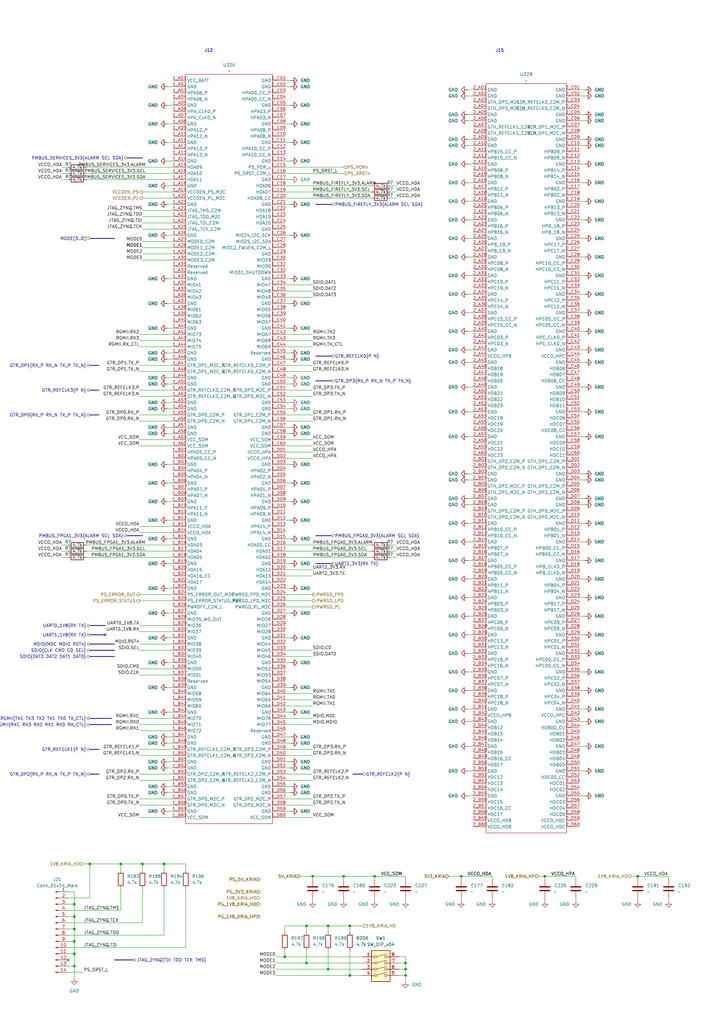
<source format=kicad_sch>
(kicad_sch (version 20211123) (generator eeschema)
  (paper "A3" portrait)
  (lib_symbols
    (symbol "Connector:Conn_01x14_Male" (pin_names (offset 1.016) hide)
      (property "Reference" "J" (at 0 17.78 0))
      (property "Value" "Conn_01x14_Male" (at 0 -20.32 0))
      (symbol "Conn_01x14_Male_1_1"
        (pin passive line (at 5.08 15.24 180) (length 3.81) (name "Pin_1") (number "1"))
        (pin passive line (at 5.08 -7.62 180) (length 3.81) (name "Pin_10") (number "10"))
        (pin passive line (at 5.08 -10.16 180) (length 3.81) (name "Pin_11") (number "11"))
        (pin passive line (at 5.08 -12.7 180) (length 3.81) (name "Pin_12") (number "12"))
        (pin passive line (at 5.08 -15.24 180) (length 3.81) (name "Pin_13") (number "13"))
        (pin passive line (at 5.08 -17.78 180) (length 3.81) (name "Pin_14") (number "14"))
        (pin passive line (at 5.08 12.7 180) (length 3.81) (name "Pin_2") (number "2"))
        (pin passive line (at 5.08 10.16 180) (length 3.81) (name "Pin_3") (number "3"))
        (pin passive line (at 5.08 7.62 180) (length 3.81) (name "Pin_4") (number "4"))
        (pin passive line (at 5.08 5.08 180) (length 3.81) (name "Pin_5") (number "5"))
        (pin passive line (at 5.08 2.54 180) (length 3.81) (name "Pin_6") (number "6"))
        (pin passive line (at 5.08 0 180) (length 3.81) (name "Pin_7") (number "7"))
        (pin passive line (at 5.08 -2.54 180) (length 3.81) (name "Pin_8") (number "8"))
        (pin passive line (at 5.08 -5.08 180) (length 3.81) (name "Pin_9") (number "9"))
      )
    )
    (symbol "Device:C" (pin_numbers hide) (pin_names (offset 0.254))
      (property "Reference" "C" (at 0.635 2.54 0))
      (property "Value" "C" (at 0.635 -2.54 0))
      (symbol "C_1_1"
        (pin passive line (at 0 3.81 270) (length 2.794) (name "~") (number "1"))
        (pin passive line (at 0 -3.81 90) (length 2.794) (name "~") (number "2"))
      )
    )
    (symbol "Device:R" (pin_numbers hide) (pin_names (offset 0))
      (property "Reference" "R" (at 2.032 0 90))
      (property "Value" "R" (at 0 0 90))
      (symbol "R_1_1"
        (pin passive line (at 0 3.81 270) (length 1.27) (name "~") (number "1"))
        (pin passive line (at 0 -3.81 90) (length 1.27) (name "~") (number "2"))
      )
    )
    (symbol "KIT_SoC_Module:KRIA_K26"
      (property "Reference" "U" (at -6.985 2.54 0))
      (property "Value" "KRIA_K26" (at 0 2.54 0))
      (symbol "KRIA_K26_1_0"
        (pin unspecified line (at 0 0 0) (length 5.08) (name "VCC_BATT") (number "1_A01"))
        (pin unspecified line (at 0 -2.54 0) (length 5.08) (name "GND") (number "1_A02"))
        (pin unspecified line (at 0 -5.08 0) (length 5.08) (name "HPA06_P") (number "1_A03"))
        (pin unspecified line (at 0 -7.62 0) (length 5.08) (name "HPA06_N") (number "1_A04"))
        (pin unspecified line (at 0 -10.16 0) (length 5.08) (name "GND") (number "1_A05"))
        (pin unspecified line (at 0 -12.7 0) (length 5.08) (name "HPA_CLK0_P") (number "1_A06"))
        (pin unspecified line (at 0 -15.24 0) (length 5.08) (name "HPA_CLK0_N") (number "1_A07"))
        (pin unspecified line (at 0 -17.78 0) (length 5.08) (name "GND") (number "1_A08"))
        (pin unspecified line (at 0 -20.32 0) (length 5.08) (name "HPA12_P") (number "1_A09"))
        (pin unspecified line (at 0 -22.86 0) (length 5.08) (name "HPA12_N") (number "1_A10"))
        (pin unspecified line (at 0 -25.4 0) (length 5.08) (name "GND") (number "1_A11"))
        (pin unspecified line (at 0 -27.94 0) (length 5.08) (name "HPA13_P") (number "1_A12"))
        (pin unspecified line (at 0 -30.48 0) (length 5.08) (name "HPA13_N") (number "1_A13"))
        (pin unspecified line (at 0 -33.02 0) (length 5.08) (name "GND") (number "1_A14"))
        (pin unspecified line (at 0 -35.56 0) (length 5.08) (name "HDA09") (number "1_A15"))
        (pin unspecified line (at 0 -38.1 0) (length 5.08) (name "HDA10") (number "1_A16"))
        (pin unspecified line (at 0 -40.64 0) (length 5.08) (name "HDA11") (number "1_A17"))
        (pin unspecified line (at 0 -43.18 0) (length 5.08) (name "GND") (number "1_A18"))
        (pin unspecified line (at 0 -45.72 0) (length 5.08) (name "VCCOEN_PS_M2C") (number "1_A19"))
        (pin unspecified line (at 0 -48.26 0) (length 5.08) (name "VCCOEN_PL_M2C") (number "1_A20"))
        (pin unspecified line (at 0 -50.8 0) (length 5.08) (name "GND") (number "1_A21"))
        (pin unspecified line (at 0 -53.34 0) (length 5.08) (name "JTAG_TMS_C2M") (number "1_A22"))
        (pin unspecified line (at 0 -55.88 0) (length 5.08) (name "JTAG_TDO_M2C") (number "1_A23"))
        (pin unspecified line (at 0 -58.42 0) (length 5.08) (name "JTAG_TDI_C2M") (number "1_A24"))
        (pin unspecified line (at 0 -60.96 0) (length 5.08) (name "JTAG_TCK_C2M") (number "1_A25"))
        (pin unspecified line (at 0 -63.5 0) (length 5.08) (name "GND") (number "1_A26"))
        (pin unspecified line (at 0 -66.04 0) (length 5.08) (name "MODE0_C2M") (number "1_A27"))
        (pin unspecified line (at 0 -68.58 0) (length 5.08) (name "MODE1_C2M") (number "1_A28"))
        (pin unspecified line (at 0 -71.12 0) (length 5.08) (name "MODE2_C2M") (number "1_A29"))
        (pin unspecified line (at 0 -73.66 0) (length 5.08) (name "MODE3_C2M") (number "1_A30"))
        (pin unspecified line (at 0 -76.2 0) (length 5.08) (name "Reserved") (number "1_A31"))
        (pin unspecified line (at 0 -78.74 0) (length 5.08) (name "Reserved") (number "1_A32"))
        (pin unspecified line (at 0 -81.28 0) (length 5.08) (name "GND") (number "1_A33"))
        (pin unspecified line (at 0 -83.82 0) (length 5.08) (name "MIO41") (number "1_A34"))
        (pin unspecified line (at 0 -86.36 0) (length 5.08) (name "MIO42") (number "1_A35"))
        (pin unspecified line (at 0 -88.9 0) (length 5.08) (name "MIO43") (number "1_A36"))
        (pin unspecified line (at 0 -91.44 0) (length 5.08) (name "GND") (number "1_A37"))
        (pin unspecified line (at 0 -93.98 0) (length 5.08) (name "MIO61") (number "1_A38"))
        (pin unspecified line (at 0 -96.52 0) (length 5.08) (name "MIO62") (number "1_A39"))
        (pin unspecified line (at 0 -99.06 0) (length 5.08) (name "MIO63") (number "1_A40"))
        (pin unspecified line (at 0 -101.6 0) (length 5.08) (name "GND") (number "1_A41"))
        (pin unspecified line (at 0 -104.14 0) (length 5.08) (name "MIO73") (number "1_A42"))
        (pin unspecified line (at 0 -106.68 0) (length 5.08) (name "MIO74") (number "1_A43"))
        (pin unspecified line (at 0 -109.22 0) (length 5.08) (name "MIO75") (number "1_A44"))
        (pin unspecified line (at 0 -111.76 0) (length 5.08) (name "GND") (number "1_A45"))
        (pin unspecified line (at 0 -114.3 0) (length 5.08) (name "GND") (number "1_A46"))
        (pin unspecified line (at 0 -116.84 0) (length 5.08) (name "GTR_DP1_M2C_P") (number "1_A47"))
        (pin unspecified line (at 0 -119.38 0) (length 5.08) (name "GTR_DP1_M2C_N") (number "1_A48"))
        (pin unspecified line (at 0 -121.92 0) (length 5.08) (name "GND") (number "1_A49"))
        (pin unspecified line (at 0 -124.46 0) (length 5.08) (name "GND") (number "1_A50"))
        (pin unspecified line (at 0 -127 0) (length 5.08) (name "GTR_REFCLK3_C2M_P") (number "1_A51"))
        (pin unspecified line (at 0 -129.54 0) (length 5.08) (name "GTR_REFCLK3_C2M_N") (number "1_A52"))
        (pin unspecified line (at 0 -132.08 0) (length 5.08) (name "GND") (number "1_A53"))
        (pin unspecified line (at 0 -134.62 0) (length 5.08) (name "GND") (number "1_A54"))
        (pin unspecified line (at 0 -137.16 0) (length 5.08) (name "GTR_DP0_C2M_P") (number "1_A55"))
        (pin unspecified line (at 0 -139.7 0) (length 5.08) (name "GTR_DP0_C2M_N") (number "1_A56"))
        (pin unspecified line (at 0 -142.24 0) (length 5.08) (name "GND") (number "1_A57"))
        (pin unspecified line (at 0 -144.78 0) (length 5.08) (name "GND") (number "1_A58"))
        (pin unspecified line (at 0 -147.32 0) (length 5.08) (name "VCC_SOM") (number "1_A59"))
        (pin unspecified line (at 0 -149.86 0) (length 5.08) (name "VCC_SOM") (number "1_A60"))
        (pin unspecified line (at 0 -152.4 0) (length 5.08) (name "HPA05_CC_P") (number "1_B01"))
        (pin unspecified line (at 0 -154.94 0) (length 5.08) (name "HPA05_CC_N") (number "1_B02"))
        (pin unspecified line (at 0 -157.48 0) (length 5.08) (name "GND") (number "1_B03"))
        (pin unspecified line (at 0 -160.02 0) (length 5.08) (name "HPA04_P") (number "1_B04"))
        (pin unspecified line (at 0 -162.56 0) (length 5.08) (name "HPA04_N") (number "1_B05"))
        (pin unspecified line (at 0 -165.1 0) (length 5.08) (name "GND") (number "1_B06"))
        (pin unspecified line (at 0 -167.64 0) (length 5.08) (name "HPA07_P") (number "1_B07"))
        (pin unspecified line (at 0 -170.18 0) (length 5.08) (name "HPA07_N") (number "1_B08"))
        (pin unspecified line (at 0 -172.72 0) (length 5.08) (name "GND") (number "1_B09"))
        (pin unspecified line (at 0 -175.26 0) (length 5.08) (name "HPA11_P") (number "1_B10"))
        (pin unspecified line (at 0 -177.8 0) (length 5.08) (name "HPA11_N") (number "1_B11"))
        (pin unspecified line (at 0 -180.34 0) (length 5.08) (name "GND") (number "1_B12"))
        (pin unspecified line (at 0 -182.88 0) (length 5.08) (name "VCCO_HDA") (number "1_B13"))
        (pin unspecified line (at 0 -185.42 0) (length 5.08) (name "VCCO_HDA") (number "1_B14"))
        (pin unspecified line (at 0 -187.96 0) (length 5.08) (name "GND") (number "1_B15"))
        (pin unspecified line (at 0 -190.5 0) (length 5.08) (name "HDA03") (number "1_B16"))
        (pin unspecified line (at 0 -193.04 0) (length 5.08) (name "HDA04") (number "1_B17"))
        (pin unspecified line (at 0 -195.58 0) (length 5.08) (name "HDA05") (number "1_B18"))
        (pin unspecified line (at 0 -198.12 0) (length 5.08) (name "GND") (number "1_B19"))
        (pin unspecified line (at 0 -200.66 0) (length 5.08) (name "HDA15") (number "1_B20"))
        (pin unspecified line (at 0 -203.2 0) (length 5.08) (name "HDA16_CC") (number "1_B21"))
        (pin unspecified line (at 0 -205.74 0) (length 5.08) (name "HDA17") (number "1_B22"))
        (pin unspecified line (at 0 -208.28 0) (length 5.08) (name "GND") (number "1_B23"))
        (pin unspecified line (at 0 -210.82 0) (length 5.08) (name "PS_ERROR_OUT_M2C") (number "1_B24"))
        (pin unspecified line (at 0 -213.36 0) (length 5.08) (name "PS_ERROR_STATUS_M2C") (number "1_B25"))
        (pin unspecified line (at 0 -215.9 0) (length 5.08) (name "PWROFF_C2M_L") (number "1_B26"))
        (pin unspecified line (at 0 -218.44 0) (length 5.08) (name "GND") (number "1_B27"))
        (pin unspecified line (at 0 -220.98 0) (length 5.08) (name "MIO35_WD_OUT") (number "1_B28"))
        (pin unspecified line (at 0 -223.52 0) (length 5.08) (name "MIO36") (number "1_B29"))
        (pin unspecified line (at 0 -226.06 0) (length 5.08) (name "MIO37") (number "1_B30"))
        (pin unspecified line (at 0 -228.6 0) (length 5.08) (name "GND") (number "1_B31"))
        (pin unspecified line (at 0 -231.14 0) (length 5.08) (name "MIO38") (number "1_B32"))
        (pin unspecified line (at 0 -233.68 0) (length 5.08) (name "MIO39") (number "1_B33"))
        (pin unspecified line (at 0 -236.22 0) (length 5.08) (name "MIO40") (number "1_B34"))
        (pin unspecified line (at 0 -238.76 0) (length 5.08) (name "GND") (number "1_B35"))
        (pin unspecified line (at 0 -241.3 0) (length 5.08) (name "MIO50") (number "1_B36"))
        (pin unspecified line (at 0 -243.84 0) (length 5.08) (name "MIO51") (number "1_B37"))
        (pin unspecified line (at 0 -246.38 0) (length 5.08) (name "Reserved") (number "1_B38"))
        (pin unspecified line (at 0 -248.92 0) (length 5.08) (name "GND") (number "1_B39"))
        (pin unspecified line (at 0 -251.46 0) (length 5.08) (name "MIO58") (number "1_B40"))
        (pin unspecified line (at 0 -254 0) (length 5.08) (name "MIO59") (number "1_B41"))
        (pin unspecified line (at 0 -256.54 0) (length 5.08) (name "MIO60") (number "1_B42"))
        (pin unspecified line (at 0 -259.08 0) (length 5.08) (name "GND") (number "1_B43"))
        (pin unspecified line (at 0 -261.62 0) (length 5.08) (name "MIO70") (number "1_B44"))
        (pin unspecified line (at 0 -264.16 0) (length 5.08) (name "MIO71") (number "1_B45"))
        (pin unspecified line (at 0 -266.7 0) (length 5.08) (name "MIO72") (number "1_B46"))
        (pin unspecified line (at 0 -269.24 0) (length 5.08) (name "GND") (number "1_B47"))
        (pin unspecified line (at 0 -271.78 0) (length 5.08) (name "GND") (number "1_B48"))
        (pin unspecified line (at 0 -274.32 0) (length 5.08) (name "GTR_REFCLK1_C2M_P") (number "1_B49"))
        (pin unspecified line (at 0 -276.86 0) (length 5.08) (name "GTR_REFCLK1_C2M_N") (number "1_B50"))
        (pin unspecified line (at 0 -279.4 0) (length 5.08) (name "GND") (number "1_B51"))
        (pin unspecified line (at 0 -281.94 0) (length 5.08) (name "GND") (number "1_B52"))
        (pin unspecified line (at 0 -284.48 0) (length 5.08) (name "GTR_DP2_C2M_P") (number "1_B53"))
        (pin unspecified line (at 0 -287.02 0) (length 5.08) (name "GTR_DP2_C2M_N") (number "1_B54"))
        (pin unspecified line (at 0 -289.56 0) (length 5.08) (name "GND") (number "1_B55"))
        (pin unspecified line (at 0 -292.1 0) (length 5.08) (name "GND") (number "1_B56"))
        (pin unspecified line (at 0 -294.64 0) (length 5.08) (name "GTR_DP0_M2C_P") (number "1_B57"))
        (pin unspecified line (at 0 -297.18 0) (length 5.08) (name "GTR_DP0_M2C_N") (number "1_B58"))
        (pin unspecified line (at 0 -299.72 0) (length 5.08) (name "GND") (number "1_B59"))
        (pin unspecified line (at 0 -302.26 0) (length 5.08) (name "VCC_SOM") (number "1_B60"))
        (pin unspecified line (at 45.72 0 180) (length 5.08) (name "GND") (number "1_C01"))
        (pin unspecified line (at 45.72 -2.54 180) (length 5.08) (name "GND") (number "1_C02"))
        (pin unspecified line (at 45.72 -5.08 180) (length 5.08) (name "HPA00_CC_P") (number "1_C03"))
        (pin unspecified line (at 45.72 -7.62 180) (length 5.08) (name "HPA00_CC_N") (number "1_C04"))
        (pin unspecified line (at 45.72 -10.16 180) (length 5.08) (name "GND") (number "1_C05"))
        (pin unspecified line (at 45.72 -12.7 180) (length 5.08) (name "HPA03_P") (number "1_C06"))
        (pin unspecified line (at 45.72 -15.24 180) (length 5.08) (name "HPA03_N") (number "1_C07"))
        (pin unspecified line (at 45.72 -17.78 180) (length 5.08) (name "GND") (number "1_C08"))
        (pin unspecified line (at 45.72 -20.32 180) (length 5.08) (name "HPA08_P") (number "1_C09"))
        (pin unspecified line (at 45.72 -22.86 180) (length 5.08) (name "HPA08_N") (number "1_C10"))
        (pin unspecified line (at 45.72 -25.4 180) (length 5.08) (name "GND") (number "1_C11"))
        (pin unspecified line (at 45.72 -27.94 180) (length 5.08) (name "HPA10_CC_P") (number "1_C12"))
        (pin unspecified line (at 45.72 -30.48 180) (length 5.08) (name "HPA10_CC_N") (number "1_C13"))
        (pin unspecified line (at 45.72 -33.02 180) (length 5.08) (name "GND") (number "1_C14"))
        (pin unspecified line (at 45.72 -35.56 180) (length 5.08) (name "PS_POR_L") (number "1_C15"))
        (pin unspecified line (at 45.72 -38.1 180) (length 5.08) (name "PS_SRST_C2M_L") (number "1_C16"))
        (pin unspecified line (at 45.72 -40.64 180) (length 5.08) (name "GND") (number "1_C17"))
        (pin unspecified line (at 45.72 -43.18 180) (length 5.08) (name "HDA06") (number "1_C18"))
        (pin unspecified line (at 45.72 -45.72 180) (length 5.08) (name "HDA07") (number "1_C19"))
        (pin unspecified line (at 45.72 -48.26 180) (length 5.08) (name "HDA08_CC") (number "1_C20"))
        (pin unspecified line (at 45.72 -50.8 180) (length 5.08) (name "GND") (number "1_C21"))
        (pin unspecified line (at 45.72 -53.34 180) (length 5.08) (name "HDA18") (number "1_C22"))
        (pin unspecified line (at 45.72 -55.88 180) (length 5.08) (name "HDA19") (number "1_C23"))
        (pin unspecified line (at 45.72 -58.42 180) (length 5.08) (name "HDA20") (number "1_C24"))
        (pin unspecified line (at 45.72 -60.96 180) (length 5.08) (name "GND") (number "1_C25"))
        (pin unspecified line (at 45.72 -63.5 180) (length 5.08) (name "MIO24_I2C_SCK") (number "1_C26"))
        (pin unspecified line (at 45.72 -66.04 180) (length 5.08) (name "MIO25_I2C_SDA") (number "1_C27"))
        (pin unspecified line (at 45.72 -68.58 180) (length 5.08) (name "MIO12_FWUEN_C2M_L") (number "1_C28"))
        (pin unspecified line (at 45.72 -71.12 180) (length 5.08) (name "GND") (number "1_C29"))
        (pin unspecified line (at 45.72 -73.66 180) (length 5.08) (name "MIO29") (number "1_C30"))
        (pin unspecified line (at 45.72 -76.2 180) (length 5.08) (name "MIO30") (number "1_C31"))
        (pin unspecified line (at 45.72 -78.74 180) (length 5.08) (name "MIO31_SHUTDOWN") (number "1_C32"))
        (pin unspecified line (at 45.72 -81.28 180) (length 5.08) (name "GND") (number "1_C33"))
        (pin unspecified line (at 45.72 -83.82 180) (length 5.08) (name "MIO47") (number "1_C34"))
        (pin unspecified line (at 45.72 -86.36 180) (length 5.08) (name "MIO48") (number "1_C35"))
        (pin unspecified line (at 45.72 -88.9 180) (length 5.08) (name "MIO49") (number "1_C36"))
        (pin unspecified line (at 45.72 -91.44 180) (length 5.08) (name "GND") (number "1_C37"))
        (pin unspecified line (at 45.72 -93.98 180) (length 5.08) (name "MIO55") (number "1_C38"))
        (pin unspecified line (at 45.72 -96.52 180) (length 5.08) (name "MIO56") (number "1_C39"))
        (pin unspecified line (at 45.72 -99.06 180) (length 5.08) (name "MIO57") (number "1_C40"))
        (pin unspecified line (at 45.72 -101.6 180) (length 5.08) (name "GND") (number "1_C41"))
        (pin unspecified line (at 45.72 -104.14 180) (length 5.08) (name "MIO67") (number "1_C42"))
        (pin unspecified line (at 45.72 -106.68 180) (length 5.08) (name "MIO68") (number "1_C43"))
        (pin unspecified line (at 45.72 -109.22 180) (length 5.08) (name "MIO69") (number "1_C44"))
        (pin unspecified line (at 45.72 -111.76 180) (length 5.08) (name "Reserved") (number "1_C45"))
        (pin unspecified line (at 45.72 -114.3 180) (length 5.08) (name "GND") (number "1_C46"))
        (pin unspecified line (at 45.72 -116.84 180) (length 5.08) (name "GTR_REFCLK0_C2M_P") (number "1_C47"))
        (pin unspecified line (at 45.72 -119.38 180) (length 5.08) (name "GTR_REFCLK0_C2M_N") (number "1_C48"))
        (pin unspecified line (at 45.72 -121.92 180) (length 5.08) (name "GND") (number "1_C49"))
        (pin unspecified line (at 45.72 -124.46 180) (length 5.08) (name "GND") (number "1_C50"))
        (pin unspecified line (at 45.72 -127 180) (length 5.08) (name "GTR_DP3_M2C_P") (number "1_C51"))
        (pin unspecified line (at 45.72 -129.54 180) (length 5.08) (name "GTR_DP3_M2C_N") (number "1_C52"))
        (pin unspecified line (at 45.72 -132.08 180) (length 5.08) (name "GND") (number "1_C53"))
        (pin unspecified line (at 45.72 -134.62 180) (length 5.08) (name "GND") (number "1_C54"))
        (pin unspecified line (at 45.72 -137.16 180) (length 5.08) (name "GTR_DP1_C2M_P") (number "1_C55"))
        (pin unspecified line (at 45.72 -139.7 180) (length 5.08) (name "GTR_DP1_C2M_N") (number "1_C56"))
        (pin unspecified line (at 45.72 -142.24 180) (length 5.08) (name "GND") (number "1_C57"))
        (pin unspecified line (at 45.72 -144.78 180) (length 5.08) (name "GND") (number "1_C58"))
        (pin unspecified line (at 45.72 -147.32 180) (length 5.08) (name "VCC_SOM") (number "1_C59"))
        (pin unspecified line (at 45.72 -149.86 180) (length 5.08) (name "VCC_SOM") (number "1_C60"))
        (pin unspecified line (at 45.72 -152.4 180) (length 5.08) (name "VCCO_HPA") (number "1_D01"))
        (pin unspecified line (at 45.72 -154.94 180) (length 5.08) (name "VCCO_HPA") (number "1_D02"))
        (pin unspecified line (at 45.72 -157.48 180) (length 5.08) (name "GND") (number "1_D03"))
        (pin unspecified line (at 45.72 -160.02 180) (length 5.08) (name "HPA02_P") (number "1_D04"))
        (pin unspecified line (at 45.72 -162.56 180) (length 5.08) (name "HPA02_N") (number "1_D05"))
        (pin unspecified line (at 45.72 -165.1 180) (length 5.08) (name "GND") (number "1_D06"))
        (pin unspecified line (at 45.72 -167.64 180) (length 5.08) (name "HPA01_P") (number "1_D07"))
        (pin unspecified line (at 45.72 -170.18 180) (length 5.08) (name "HPA01_N") (number "1_D08"))
        (pin unspecified line (at 45.72 -172.72 180) (length 5.08) (name "GND") (number "1_D09"))
        (pin unspecified line (at 45.72 -175.26 180) (length 5.08) (name "HPA09_P") (number "1_D10"))
        (pin unspecified line (at 45.72 -177.8 180) (length 5.08) (name "HPA09_N") (number "1_D11"))
        (pin unspecified line (at 45.72 -180.34 180) (length 5.08) (name "GND") (number "1_D12"))
        (pin unspecified line (at 45.72 -182.88 180) (length 5.08) (name "HPA14_P") (number "1_D13"))
        (pin unspecified line (at 45.72 -185.42 180) (length 5.08) (name "HPA14_N") (number "1_D14"))
        (pin unspecified line (at 45.72 -187.96 180) (length 5.08) (name "GND") (number "1_D15"))
        (pin unspecified line (at 45.72 -190.5 180) (length 5.08) (name "HDA00_CC") (number "1_D16"))
        (pin unspecified line (at 45.72 -193.04 180) (length 5.08) (name "HDA01") (number "1_D17"))
        (pin unspecified line (at 45.72 -195.58 180) (length 5.08) (name "HDA02") (number "1_D18"))
        (pin unspecified line (at 45.72 -198.12 180) (length 5.08) (name "GND") (number "1_D19"))
        (pin unspecified line (at 45.72 -200.66 180) (length 5.08) (name "HDA12") (number "1_D20"))
        (pin unspecified line (at 45.72 -203.2 180) (length 5.08) (name "HDA13") (number "1_D21"))
        (pin unspecified line (at 45.72 -205.74 180) (length 5.08) (name "HDA14") (number "1_D22"))
        (pin unspecified line (at 45.72 -208.28 180) (length 5.08) (name "GND") (number "1_D23"))
        (pin unspecified line (at 45.72 -210.82 180) (length 5.08) (name "PWRGD_FPD_M2C") (number "1_D24"))
        (pin unspecified line (at 45.72 -213.36 180) (length 5.08) (name "PWRGD_LPD_M2C") (number "1_D25"))
        (pin unspecified line (at 45.72 -215.9 180) (length 5.08) (name "PWRGD_PL_M2C") (number "1_D26"))
        (pin unspecified line (at 45.72 -218.44 180) (length 5.08) (name "GND") (number "1_D27"))
        (pin unspecified line (at 45.72 -220.98 180) (length 5.08) (name "MIO26") (number "1_D28"))
        (pin unspecified line (at 45.72 -223.52 180) (length 5.08) (name "MIO27") (number "1_D29"))
        (pin unspecified line (at 45.72 -226.06 180) (length 5.08) (name "MIO28") (number "1_D30"))
        (pin unspecified line (at 45.72 -228.6 180) (length 5.08) (name "GND") (number "1_D31"))
        (pin unspecified line (at 45.72 -231.14 180) (length 5.08) (name "MIO44") (number "1_D32"))
        (pin unspecified line (at 45.72 -233.68 180) (length 5.08) (name "MIO45") (number "1_D33"))
        (pin unspecified line (at 45.72 -236.22 180) (length 5.08) (name "MIO46") (number "1_D34"))
        (pin unspecified line (at 45.72 -238.76 180) (length 5.08) (name "GND") (number "1_D35"))
        (pin unspecified line (at 45.72 -241.3 180) (length 5.08) (name "MIO52") (number "1_D36"))
        (pin unspecified line (at 45.72 -243.84 180) (length 5.08) (name "MIO53") (number "1_D37"))
        (pin unspecified line (at 45.72 -246.38 180) (length 5.08) (name "MIO54") (number "1_D38"))
        (pin unspecified line (at 45.72 -248.92 180) (length 5.08) (name "GND") (number "1_D39"))
        (pin unspecified line (at 45.72 -251.46 180) (length 5.08) (name "MIO64") (number "1_D40"))
        (pin unspecified line (at 45.72 -254 180) (length 5.08) (name "MIO65") (number "1_D41"))
        (pin unspecified line (at 45.72 -256.54 180) (length 5.08) (name "MIO66") (number "1_D42"))
        (pin unspecified line (at 45.72 -259.08 180) (length 5.08) (name "GND") (number "1_D43"))
        (pin unspecified line (at 45.72 -261.62 180) (length 5.08) (name "MIO76") (number "1_D44"))
        (pin unspecified line (at 45.72 -264.16 180) (length 5.08) (name "MIO77") (number "1_D45"))
        (pin unspecified line (at 45.72 -266.7 180) (length 5.08) (name "Reserved") (number "1_D46"))
        (pin unspecified line (at 45.72 -269.24 180) (length 5.08) (name "GND") (number "1_D47"))
        (pin unspecified line (at 45.72 -271.78 180) (length 5.08) (name "GND") (number "1_D48"))
        (pin unspecified line (at 45.72 -274.32 180) (length 5.08) (name "GTR_DP3_C2M_P") (number "1_D49"))
        (pin unspecified line (at 45.72 -276.86 180) (length 5.08) (name "GTR_DP3_C2M_N") (number "1_D50"))
        (pin unspecified line (at 45.72 -279.4 180) (length 5.08) (name "GND") (number "1_D51"))
        (pin unspecified line (at 45.72 -281.94 180) (length 5.08) (name "GND") (number "1_D52"))
        (pin unspecified line (at 45.72 -284.48 180) (length 5.08) (name "GTR_REFCLK2_C2M_P") (number "1_D53"))
        (pin unspecified line (at 45.72 -287.02 180) (length 5.08) (name "GTR_REFCLK2_C2M_N") (number "1_D54"))
        (pin unspecified line (at 45.72 -289.56 180) (length 5.08) (name "GND") (number "1_D55"))
        (pin unspecified line (at 45.72 -292.1 180) (length 5.08) (name "GND") (number "1_D56"))
        (pin unspecified line (at 45.72 -294.64 180) (length 5.08) (name "GTR_DP2_M2C_P") (number "1_D57"))
        (pin unspecified line (at 45.72 -297.18 180) (length 5.08) (name "GTR_DP2_M2C_N") (number "1_D58"))
        (pin unspecified line (at 45.72 -299.72 180) (length 5.08) (name "GND") (number "1_D59"))
        (pin unspecified line (at 45.72 -302.26 180) (length 5.08) (name "VCC_SOM") (number "1_D60"))
      )
      (symbol "KRIA_K26_2_0"
        (pin unspecified line (at 0 0 0) (length 5.08) (name "GND") (number "2_A01"))
        (pin unspecified line (at 0 -2.54 0) (length 5.08) (name "GND") (number "2_A02"))
        (pin unspecified line (at 0 -5.08 0) (length 5.08) (name "GTH_DP3_M2C_P") (number "2_A03"))
        (pin unspecified line (at 0 -7.62 0) (length 5.08) (name "GTH_DP3_M2C_N") (number "2_A04"))
        (pin unspecified line (at 0 -10.16 0) (length 5.08) (name "GND") (number "2_A05"))
        (pin unspecified line (at 0 -12.7 0) (length 5.08) (name "GND") (number "2_A06"))
        (pin unspecified line (at 0 -15.24 0) (length 5.08) (name "GTH_REFCLK1_C2M_P") (number "2_A07"))
        (pin unspecified line (at 0 -17.78 0) (length 5.08) (name "GTH_REFCLK1_C2M_N") (number "2_A08"))
        (pin unspecified line (at 0 -20.32 0) (length 5.08) (name "GND") (number "2_A09"))
        (pin unspecified line (at 0 -22.86 0) (length 5.08) (name "GND") (number "2_A10"))
        (pin unspecified line (at 0 -25.4 0) (length 5.08) (name "HPB15_CC_P") (number "2_A11"))
        (pin unspecified line (at 0 -27.94 0) (length 5.08) (name "HPB15_CC_N") (number "2_A12"))
        (pin unspecified line (at 0 -30.48 0) (length 5.08) (name "GND") (number "2_A13"))
        (pin unspecified line (at 0 -33.02 0) (length 5.08) (name "HPB08_P") (number "2_A14"))
        (pin unspecified line (at 0 -35.56 0) (length 5.08) (name "HPB08_N") (number "2_A15"))
        (pin unspecified line (at 0 -38.1 0) (length 5.08) (name "GND") (number "2_A16"))
        (pin unspecified line (at 0 -40.64 0) (length 5.08) (name "HPB12_P") (number "2_A17"))
        (pin unspecified line (at 0 -43.18 0) (length 5.08) (name "HPB12_N") (number "2_A18"))
        (pin unspecified line (at 0 -45.72 0) (length 5.08) (name "GND") (number "2_A19"))
        (pin unspecified line (at 0 -48.26 0) (length 5.08) (name "HPB06_P") (number "2_A20"))
        (pin unspecified line (at 0 -50.8 0) (length 5.08) (name "HPB06_N") (number "2_A21"))
        (pin unspecified line (at 0 -53.34 0) (length 5.08) (name "GND") (number "2_A22"))
        (pin unspecified line (at 0 -55.88 0) (length 5.08) (name "HPB16_P") (number "2_A23"))
        (pin unspecified line (at 0 -58.42 0) (length 5.08) (name "HPB16_N") (number "2_A24"))
        (pin unspecified line (at 0 -60.96 0) (length 5.08) (name "GND") (number "2_A25"))
        (pin unspecified line (at 0 -63.5 0) (length 5.08) (name "HPB_19_P") (number "2_A26"))
        (pin unspecified line (at 0 -66.04 0) (length 5.08) (name "HPB_19_N") (number "2_A27"))
        (pin unspecified line (at 0 -68.58 0) (length 5.08) (name "GND") (number "2_A28"))
        (pin unspecified line (at 0 -71.12 0) (length 5.08) (name "HPC08_P") (number "2_A29"))
        (pin unspecified line (at 0 -73.66 0) (length 5.08) (name "HPC08_N") (number "2_A30"))
        (pin unspecified line (at 0 -76.2 0) (length 5.08) (name "GND") (number "2_A31"))
        (pin unspecified line (at 0 -78.74 0) (length 5.08) (name "HPC19_P") (number "2_A32"))
        (pin unspecified line (at 0 -81.28 0) (length 5.08) (name "HPC19_N") (number "2_A33"))
        (pin unspecified line (at 0 -83.82 0) (length 5.08) (name "GND") (number "2_A34"))
        (pin unspecified line (at 0 -86.36 0) (length 5.08) (name "HPC14_P") (number "2_A35"))
        (pin unspecified line (at 0 -88.9 0) (length 5.08) (name "HPC14_N") (number "2_A36"))
        (pin unspecified line (at 0 -91.44 0) (length 5.08) (name "GND") (number "2_A37"))
        (pin unspecified line (at 0 -93.98 0) (length 5.08) (name "HPC15_CC_P") (number "2_A38"))
        (pin unspecified line (at 0 -96.52 0) (length 5.08) (name "HPC15_CC_N") (number "2_A39"))
        (pin unspecified line (at 0 -99.06 0) (length 5.08) (name "GND") (number "2_A40"))
        (pin unspecified line (at 0 -101.6 0) (length 5.08) (name "HPC03_P") (number "2_A41"))
        (pin unspecified line (at 0 -104.14 0) (length 5.08) (name "HPC03_N") (number "2_A42"))
        (pin unspecified line (at 0 -106.68 0) (length 5.08) (name "GND") (number "2_A43"))
        (pin unspecified line (at 0 -109.22 0) (length 5.08) (name "VCCO_HPB") (number "2_A44"))
        (pin unspecified line (at 0 -111.76 0) (length 5.08) (name "GND") (number "2_A45"))
        (pin unspecified line (at 0 -114.3 0) (length 5.08) (name "HDB18") (number "2_A46"))
        (pin unspecified line (at 0 -116.84 0) (length 5.08) (name "HDB19") (number "2_A47"))
        (pin unspecified line (at 0 -119.38 0) (length 5.08) (name "HDB20") (number "2_A48"))
        (pin unspecified line (at 0 -121.92 0) (length 5.08) (name "GND") (number "2_A49"))
        (pin unspecified line (at 0 -124.46 0) (length 5.08) (name "HDB21") (number "2_A50"))
        (pin unspecified line (at 0 -127 0) (length 5.08) (name "HDB22") (number "2_A51"))
        (pin unspecified line (at 0 -129.54 0) (length 5.08) (name "HDB23") (number "2_A52"))
        (pin unspecified line (at 0 -132.08 0) (length 5.08) (name "GND") (number "2_A53"))
        (pin unspecified line (at 0 -134.62 0) (length 5.08) (name "HDC18") (number "2_A54"))
        (pin unspecified line (at 0 -137.16 0) (length 5.08) (name "HDC19") (number "2_A55"))
        (pin unspecified line (at 0 -139.7 0) (length 5.08) (name "HDC20") (number "2_A56"))
        (pin unspecified line (at 0 -142.24 0) (length 5.08) (name "GND") (number "2_A57"))
        (pin unspecified line (at 0 -144.78 0) (length 5.08) (name "HDC21") (number "2_A58"))
        (pin unspecified line (at 0 -147.32 0) (length 5.08) (name "HDC22") (number "2_A59"))
        (pin unspecified line (at 0 -149.86 0) (length 5.08) (name "HDC23") (number "2_A60"))
        (pin unspecified line (at 0 -152.4 0) (length 5.08) (name "GTH_DP2_C2M_P") (number "2_B01"))
        (pin unspecified line (at 0 -154.94 0) (length 5.08) (name "GTH_DP2_C2M_N") (number "2_B02"))
        (pin unspecified line (at 0 -157.48 0) (length 5.08) (name "GND") (number "2_B03"))
        (pin unspecified line (at 0 -160.02 0) (length 5.08) (name "GND") (number "2_B04"))
        (pin unspecified line (at 0 -162.56 0) (length 5.08) (name "GTH_DP2_M2C_P") (number "2_B05"))
        (pin unspecified line (at 0 -165.1 0) (length 5.08) (name "GTH_DP2_M2C_N") (number "2_B06"))
        (pin unspecified line (at 0 -167.64 0) (length 5.08) (name "GND") (number "2_B07"))
        (pin unspecified line (at 0 -170.18 0) (length 5.08) (name "GND") (number "2_B08"))
        (pin unspecified line (at 0 -172.72 0) (length 5.08) (name "GTH_DP0_C2M_P") (number "2_B09"))
        (pin unspecified line (at 0 -175.26 0) (length 5.08) (name "GTH_DP0_C2M_N") (number "2_B10"))
        (pin unspecified line (at 0 -177.8 0) (length 5.08) (name "GND") (number "2_B11"))
        (pin unspecified line (at 0 -180.34 0) (length 5.08) (name "HPB10_CC_P") (number "2_B12"))
        (pin unspecified line (at 0 -182.88 0) (length 5.08) (name "HPB10_CC_N") (number "2_B13"))
        (pin unspecified line (at 0 -185.42 0) (length 5.08) (name "GND") (number "2_B14"))
        (pin unspecified line (at 0 -187.96 0) (length 5.08) (name "HPB07_P") (number "2_B15"))
        (pin unspecified line (at 0 -190.5 0) (length 5.08) (name "HPB07_N") (number "2_B16"))
        (pin unspecified line (at 0 -193.04 0) (length 5.08) (name "GND") (number "2_B17"))
        (pin unspecified line (at 0 -195.58 0) (length 5.08) (name "HPB05_CC_P") (number "2_B18"))
        (pin unspecified line (at 0 -198.12 0) (length 5.08) (name "HPB05_CC_N") (number "2_B19"))
        (pin unspecified line (at 0 -200.66 0) (length 5.08) (name "GND") (number "2_B20"))
        (pin unspecified line (at 0 -203.2 0) (length 5.08) (name "HPB11_P") (number "2_B21"))
        (pin unspecified line (at 0 -205.74 0) (length 5.08) (name "HPB11_N") (number "2_B22"))
        (pin unspecified line (at 0 -208.28 0) (length 5.08) (name "GND") (number "2_B23"))
        (pin unspecified line (at 0 -210.82 0) (length 5.08) (name "HPB03_P") (number "2_B24"))
        (pin unspecified line (at 0 -213.36 0) (length 5.08) (name "HPB03_N") (number "2_B25"))
        (pin unspecified line (at 0 -215.9 0) (length 5.08) (name "GND") (number "2_B26"))
        (pin unspecified line (at 0 -218.44 0) (length 5.08) (name "HPC06_P") (number "2_B27"))
        (pin unspecified line (at 0 -220.98 0) (length 5.08) (name "HPC06_N") (number "2_B28"))
        (pin unspecified line (at 0 -223.52 0) (length 5.08) (name "GND") (number "2_B29"))
        (pin unspecified line (at 0 -226.06 0) (length 5.08) (name "HPC13_P") (number "2_B30"))
        (pin unspecified line (at 0 -228.6 0) (length 5.08) (name "HPC13_N") (number "2_B31"))
        (pin unspecified line (at 0 -231.14 0) (length 5.08) (name "GND") (number "2_B32"))
        (pin unspecified line (at 0 -233.68 0) (length 5.08) (name "HPC16_P") (number "2_B33"))
        (pin unspecified line (at 0 -236.22 0) (length 5.08) (name "HPC16_N") (number "2_B34"))
        (pin unspecified line (at 0 -238.76 0) (length 5.08) (name "GND") (number "2_B35"))
        (pin unspecified line (at 0 -241.3 0) (length 5.08) (name "HPC07_P") (number "2_B36"))
        (pin unspecified line (at 0 -243.84 0) (length 5.08) (name "HPC07_N") (number "2_B37"))
        (pin unspecified line (at 0 -246.38 0) (length 5.08) (name "GND") (number "2_B38"))
        (pin unspecified line (at 0 -248.92 0) (length 5.08) (name "HPC18_P") (number "2_B39"))
        (pin unspecified line (at 0 -251.46 0) (length 5.08) (name "HPC18_N") (number "2_B40"))
        (pin unspecified line (at 0 -254 0) (length 5.08) (name "GND") (number "2_B41"))
        (pin unspecified line (at 0 -256.54 0) (length 5.08) (name "VCCO_HPB") (number "2_B42"))
        (pin unspecified line (at 0 -259.08 0) (length 5.08) (name "GND") (number "2_B43"))
        (pin unspecified line (at 0 -261.62 0) (length 5.08) (name "HDB12") (number "2_B44"))
        (pin unspecified line (at 0 -264.16 0) (length 5.08) (name "HDB13") (number "2_B45"))
        (pin unspecified line (at 0 -266.7 0) (length 5.08) (name "HDB14") (number "2_B46"))
        (pin unspecified line (at 0 -269.24 0) (length 5.08) (name "GND") (number "2_B47"))
        (pin unspecified line (at 0 -271.78 0) (length 5.08) (name "HDB15") (number "2_B48"))
        (pin unspecified line (at 0 -274.32 0) (length 5.08) (name "HDB16_CC") (number "2_B49"))
        (pin unspecified line (at 0 -276.86 0) (length 5.08) (name "HDB17") (number "2_B50"))
        (pin unspecified line (at 0 -279.4 0) (length 5.08) (name "GND") (number "2_B51"))
        (pin unspecified line (at 0 -281.94 0) (length 5.08) (name "HDC12") (number "2_B52"))
        (pin unspecified line (at 0 -284.48 0) (length 5.08) (name "HDC13") (number "2_B53"))
        (pin unspecified line (at 0 -287.02 0) (length 5.08) (name "HDC14") (number "2_B54"))
        (pin unspecified line (at 0 -289.56 0) (length 5.08) (name "GND") (number "2_B55"))
        (pin unspecified line (at 0 -292.1 0) (length 5.08) (name "HDC15") (number "2_B56"))
        (pin unspecified line (at 0 -294.64 0) (length 5.08) (name "HDC16_CC") (number "2_B57"))
        (pin unspecified line (at 0 -297.18 0) (length 5.08) (name "HDC17") (number "2_B58"))
        (pin unspecified line (at 0 -299.72 0) (length 5.08) (name "VCCO_HDB") (number "2_B59"))
        (pin unspecified line (at 0 -302.26 0) (length 5.08) (name "VCCO_HDB") (number "2_B60"))
        (pin unspecified line (at 43.18 0 180) (length 5.08) (name "GND") (number "2_C01"))
        (pin unspecified line (at 43.18 -2.54 180) (length 5.08) (name "GND") (number "2_C02"))
        (pin unspecified line (at 43.18 -5.08 180) (length 5.08) (name "GTH_REFCLK0_C2M_P") (number "2_C03"))
        (pin unspecified line (at 43.18 -7.62 180) (length 5.08) (name "GTH_REFCLK0_C2M_N") (number "2_C04"))
        (pin unspecified line (at 43.18 -10.16 180) (length 5.08) (name "GND") (number "2_C05"))
        (pin unspecified line (at 43.18 -12.7 180) (length 5.08) (name "GND") (number "2_C06"))
        (pin unspecified line (at 43.18 -15.24 180) (length 5.08) (name "GTH_DP1_M2C_P") (number "2_C07"))
        (pin unspecified line (at 43.18 -17.78 180) (length 5.08) (name "GTH_DP1_M2C_N") (number "2_C08"))
        (pin unspecified line (at 43.18 -20.32 180) (length 5.08) (name "GND") (number "2_C09"))
        (pin unspecified line (at 43.18 -22.86 180) (length 5.08) (name "GND") (number "2_C10"))
        (pin unspecified line (at 43.18 -25.4 180) (length 5.08) (name "HPB09_P") (number "2_C11"))
        (pin unspecified line (at 43.18 -27.94 180) (length 5.08) (name "HPB09_N") (number "2_C12"))
        (pin unspecified line (at 43.18 -30.48 180) (length 5.08) (name "GND") (number "2_C13"))
        (pin unspecified line (at 43.18 -33.02 180) (length 5.08) (name "HPB14_P") (number "2_C14"))
        (pin unspecified line (at 43.18 -35.56 180) (length 5.08) (name "HPB14_N") (number "2_C15"))
        (pin unspecified line (at 43.18 -38.1 180) (length 5.08) (name "GND") (number "2_C16"))
        (pin unspecified line (at 43.18 -40.64 180) (length 5.08) (name "HPB02_P") (number "2_C17"))
        (pin unspecified line (at 43.18 -43.18 180) (length 5.08) (name "HPB02_N") (number "2_C18"))
        (pin unspecified line (at 43.18 -45.72 180) (length 5.08) (name "GND") (number "2_C19"))
        (pin unspecified line (at 43.18 -48.26 180) (length 5.08) (name "HPB13_P") (number "2_C20"))
        (pin unspecified line (at 43.18 -50.8 180) (length 5.08) (name "HPB13_N") (number "2_C21"))
        (pin unspecified line (at 43.18 -53.34 180) (length 5.08) (name "GND") (number "2_C22"))
        (pin unspecified line (at 43.18 -55.88 180) (length 5.08) (name "HPB_18_P") (number "2_C23"))
        (pin unspecified line (at 43.18 -58.42 180) (length 5.08) (name "HPB_18_N") (number "2_C24"))
        (pin unspecified line (at 43.18 -60.96 180) (length 5.08) (name "GND") (number "2_C25"))
        (pin unspecified line (at 43.18 -63.5 180) (length 5.08) (name "HPC17_P") (number "2_C26"))
        (pin unspecified line (at 43.18 -66.04 180) (length 5.08) (name "HPC17_N") (number "2_C27"))
        (pin unspecified line (at 43.18 -68.58 180) (length 5.08) (name "GND") (number "2_C28"))
        (pin unspecified line (at 43.18 -71.12 180) (length 5.08) (name "HPC10_CC_P") (number "2_C29"))
        (pin unspecified line (at 43.18 -73.66 180) (length 5.08) (name "HPC10_CC_N") (number "2_C30"))
        (pin unspecified line (at 43.18 -76.2 180) (length 5.08) (name "GND") (number "2_C31"))
        (pin unspecified line (at 43.18 -78.74 180) (length 5.08) (name "HPC11_P") (number "2_C32"))
        (pin unspecified line (at 43.18 -81.28 180) (length 5.08) (name "HPC11_N") (number "2_C33"))
        (pin unspecified line (at 43.18 -83.82 180) (length 5.08) (name "GND") (number "2_C34"))
        (pin unspecified line (at 43.18 -86.36 180) (length 5.08) (name "HPC12_P") (number "2_C35"))
        (pin unspecified line (at 43.18 -88.9 180) (length 5.08) (name "HPC12_N") (number "2_C36"))
        (pin unspecified line (at 43.18 -91.44 180) (length 5.08) (name "GND") (number "2_C37"))
        (pin unspecified line (at 43.18 -93.98 180) (length 5.08) (name "HPC05_CC_P") (number "2_C38"))
        (pin unspecified line (at 43.18 -96.52 180) (length 5.08) (name "HPC05_CC_N") (number "2_C39"))
        (pin unspecified line (at 43.18 -99.06 180) (length 5.08) (name "GND") (number "2_C40"))
        (pin unspecified line (at 43.18 -101.6 180) (length 5.08) (name "HPC_CLK0_P") (number "2_C41"))
        (pin unspecified line (at 43.18 -104.14 180) (length 5.08) (name "HPC_CLK0_N") (number "2_C42"))
        (pin unspecified line (at 43.18 -106.68 180) (length 5.08) (name "GND") (number "2_C43"))
        (pin unspecified line (at 43.18 -109.22 180) (length 5.08) (name "VCCO_HPC") (number "2_C44"))
        (pin unspecified line (at 43.18 -111.76 180) (length 5.08) (name "GND") (number "2_C45"))
        (pin unspecified line (at 43.18 -114.3 180) (length 5.08) (name "HDB06") (number "2_C46"))
        (pin unspecified line (at 43.18 -116.84 180) (length 5.08) (name "HDB07") (number "2_C47"))
        (pin unspecified line (at 43.18 -119.38 180) (length 5.08) (name "HDB08_CC") (number "2_C48"))
        (pin unspecified line (at 43.18 -121.92 180) (length 5.08) (name "GND") (number "2_C49"))
        (pin unspecified line (at 43.18 -124.46 180) (length 5.08) (name "HDB09") (number "2_C50"))
        (pin unspecified line (at 43.18 -127 180) (length 5.08) (name "HDB10") (number "2_C51"))
        (pin unspecified line (at 43.18 -129.54 180) (length 5.08) (name "HDB11") (number "2_C52"))
        (pin unspecified line (at 43.18 -132.08 180) (length 5.08) (name "GND") (number "2_C53"))
        (pin unspecified line (at 43.18 -134.62 180) (length 5.08) (name "HDC06") (number "2_C54"))
        (pin unspecified line (at 43.18 -137.16 180) (length 5.08) (name "HDC07") (number "2_C55"))
        (pin unspecified line (at 43.18 -139.7 180) (length 5.08) (name "HDC08_CC") (number "2_C56"))
        (pin unspecified line (at 43.18 -142.24 180) (length 5.08) (name "GND") (number "2_C57"))
        (pin unspecified line (at 43.18 -144.78 180) (length 5.08) (name "HDC09") (number "2_C58"))
        (pin unspecified line (at 43.18 -147.32 180) (length 5.08) (name "HDC10") (number "2_C59"))
        (pin unspecified line (at 43.18 -149.86 180) (length 5.08) (name "HDC11") (number "2_C60"))
        (pin unspecified line (at 43.18 -152.4 180) (length 5.08) (name "GTH_DP1_C2M_P") (number "2_D01"))
        (pin unspecified line (at 43.18 -154.94 180) (length 5.08) (name "GTH_DP1_C2M_N") (number "2_D02"))
        (pin unspecified line (at 43.18 -157.48 180) (length 5.08) (name "GND") (number "2_D03"))
        (pin unspecified line (at 43.18 -160.02 180) (length 5.08) (name "GND") (number "2_D04"))
        (pin unspecified line (at 43.18 -162.56 180) (length 5.08) (name "GTH_DP3_C2M_P") (number "2_D05"))
        (pin unspecified line (at 43.18 -165.1 180) (length 5.08) (name "GTH_DP3_C2M_N") (number "2_D06"))
        (pin unspecified line (at 43.18 -167.64 180) (length 5.08) (name "GND") (number "2_D07"))
        (pin unspecified line (at 43.18 -170.18 180) (length 5.08) (name "GND") (number "2_D08"))
        (pin unspecified line (at 43.18 -172.72 180) (length 5.08) (name "GTH_DP0_M2C_P") (number "2_D09"))
        (pin unspecified line (at 43.18 -175.26 180) (length 5.08) (name "GTH_DP0_M2C_N") (number "2_D10"))
        (pin unspecified line (at 43.18 -177.8 180) (length 5.08) (name "GND") (number "2_D11"))
        (pin unspecified line (at 43.18 -180.34 180) (length 5.08) (name "HPB01_P") (number "2_D12"))
        (pin unspecified line (at 43.18 -182.88 180) (length 5.08) (name "HPB01_N") (number "2_D13"))
        (pin unspecified line (at 43.18 -185.42 180) (length 5.08) (name "GND") (number "2_D14"))
        (pin unspecified line (at 43.18 -187.96 180) (length 5.08) (name "HPB00_CC_P") (number "2_D15"))
        (pin unspecified line (at 43.18 -190.5 180) (length 5.08) (name "HPB00_CC_N") (number "2_D16"))
        (pin unspecified line (at 43.18 -193.04 180) (length 5.08) (name "GND") (number "2_D17"))
        (pin unspecified line (at 43.18 -195.58 180) (length 5.08) (name "HPB_CLK0_P") (number "2_D18"))
        (pin unspecified line (at 43.18 -198.12 180) (length 5.08) (name "HPB_CLK0_N") (number "2_D19"))
        (pin unspecified line (at 43.18 -200.66 180) (length 5.08) (name "GND") (number "2_D20"))
        (pin unspecified line (at 43.18 -203.2 180) (length 5.08) (name "HPB04_P") (number "2_D21"))
        (pin unspecified line (at 43.18 -205.74 180) (length 5.08) (name "HPB04_N") (number "2_D22"))
        (pin unspecified line (at 43.18 -208.28 180) (length 5.08) (name "GND") (number "2_D23"))
        (pin unspecified line (at 43.18 -210.82 180) (length 5.08) (name "HPB17_P") (number "2_D24"))
        (pin unspecified line (at 43.18 -213.36 180) (length 5.08) (name "HPB17_N") (number "2_D25"))
        (pin unspecified line (at 43.18 -215.9 180) (length 5.08) (name "GND") (number "2_D26"))
        (pin unspecified line (at 43.18 -218.44 180) (length 5.08) (name "HPC09_P") (number "2_D27"))
        (pin unspecified line (at 43.18 -220.98 180) (length 5.08) (name "HPC09_N") (number "2_D28"))
        (pin unspecified line (at 43.18 -223.52 180) (length 5.08) (name "GND") (number "2_D29"))
        (pin unspecified line (at 43.18 -226.06 180) (length 5.08) (name "HPC01_P") (number "2_D30"))
        (pin unspecified line (at 43.18 -228.6 180) (length 5.08) (name "HPC01_N") (number "2_D31"))
        (pin unspecified line (at 43.18 -231.14 180) (length 5.08) (name "GND") (number "2_D32"))
        (pin unspecified line (at 43.18 -233.68 180) (length 5.08) (name "HPC00_CC_P") (number "2_D33"))
        (pin unspecified line (at 43.18 -236.22 180) (length 5.08) (name "HPC00_CC_N") (number "2_D34"))
        (pin unspecified line (at 43.18 -238.76 180) (length 5.08) (name "GND") (number "2_D35"))
        (pin unspecified line (at 43.18 -241.3 180) (length 5.08) (name "HPC02_P") (number "2_D36"))
        (pin unspecified line (at 43.18 -243.84 180) (length 5.08) (name "HPC02_N") (number "2_D37"))
        (pin unspecified line (at 43.18 -246.38 180) (length 5.08) (name "GND") (number "2_D38"))
        (pin unspecified line (at 43.18 -248.92 180) (length 5.08) (name "HPC04_P") (number "2_D39"))
        (pin unspecified line (at 43.18 -251.46 180) (length 5.08) (name "HPC04_N") (number "2_D40"))
        (pin unspecified line (at 43.18 -254 180) (length 5.08) (name "GND") (number "2_D41"))
        (pin unspecified line (at 43.18 -256.54 180) (length 5.08) (name "VCCO_HPC") (number "2_D42"))
        (pin unspecified line (at 43.18 -259.08 180) (length 5.08) (name "GND") (number "2_D43"))
        (pin unspecified line (at 43.18 -261.62 180) (length 5.08) (name "HDB00_CC") (number "2_D44"))
        (pin unspecified line (at 43.18 -264.16 180) (length 5.08) (name "HDB01") (number "2_D45"))
        (pin unspecified line (at 43.18 -266.7 180) (length 5.08) (name "HDB02") (number "2_D46"))
        (pin unspecified line (at 43.18 -269.24 180) (length 5.08) (name "GND") (number "2_D47"))
        (pin unspecified line (at 43.18 -271.78 180) (length 5.08) (name "HDB03") (number "2_D48"))
        (pin unspecified line (at 43.18 -274.32 180) (length 5.08) (name "HDB04") (number "2_D49"))
        (pin unspecified line (at 43.18 -276.86 180) (length 5.08) (name "HDB05") (number "2_D50"))
        (pin unspecified line (at 43.18 -279.4 180) (length 5.08) (name "GND") (number "2_D51"))
        (pin unspecified line (at 43.18 -281.94 180) (length 5.08) (name "HDC00_CC") (number "2_D52"))
        (pin unspecified line (at 43.18 -284.48 180) (length 5.08) (name "HDC01") (number "2_D53"))
        (pin unspecified line (at 43.18 -287.02 180) (length 5.08) (name "HDC02") (number "2_D54"))
        (pin unspecified line (at 43.18 -289.56 180) (length 5.08) (name "GND") (number "2_D55"))
        (pin unspecified line (at 43.18 -292.1 180) (length 5.08) (name "HDC03") (number "2_D56"))
        (pin unspecified line (at 43.18 -294.64 180) (length 5.08) (name "HDC04") (number "2_D57"))
        (pin unspecified line (at 43.18 -297.18 180) (length 5.08) (name "HDC05") (number "2_D58"))
        (pin unspecified line (at 43.18 -299.72 180) (length 5.08) (name "VCCO_HDC") (number "2_D59"))
        (pin unspecified line (at 43.18 -302.26 180) (length 5.08) (name "VCCO_HDC") (number "2_D60"))
      )
    )
    (symbol "KRIA_K26_1"
      (property "Reference" "U" (at -6.985 2.54 0))
      (property "Value" "KRIA_K26_1" (at 0 2.54 0))
      (symbol "KRIA_K26_1_1_0"
        (pin unspecified line (at 0 0 0) (length 5.08) (name "VCC_BATT") (number "1_A01"))
        (pin unspecified line (at 0 -2.54 0) (length 5.08) (name "GND") (number "1_A02"))
        (pin unspecified line (at 0 -5.08 0) (length 5.08) (name "HPA06_P") (number "1_A03"))
        (pin unspecified line (at 0 -7.62 0) (length 5.08) (name "HPA06_N") (number "1_A04"))
        (pin unspecified line (at 0 -10.16 0) (length 5.08) (name "GND") (number "1_A05"))
        (pin unspecified line (at 0 -12.7 0) (length 5.08) (name "HPA_CLK0_P") (number "1_A06"))
        (pin unspecified line (at 0 -15.24 0) (length 5.08) (name "HPA_CLK0_N") (number "1_A07"))
        (pin unspecified line (at 0 -17.78 0) (length 5.08) (name "GND") (number "1_A08"))
        (pin unspecified line (at 0 -20.32 0) (length 5.08) (name "HPA12_P") (number "1_A09"))
        (pin unspecified line (at 0 -22.86 0) (length 5.08) (name "HPA12_N") (number "1_A10"))
        (pin unspecified line (at 0 -25.4 0) (length 5.08) (name "GND") (number "1_A11"))
        (pin unspecified line (at 0 -27.94 0) (length 5.08) (name "HPA13_P") (number "1_A12"))
        (pin unspecified line (at 0 -30.48 0) (length 5.08) (name "HPA13_N") (number "1_A13"))
        (pin unspecified line (at 0 -33.02 0) (length 5.08) (name "GND") (number "1_A14"))
        (pin unspecified line (at 0 -35.56 0) (length 5.08) (name "HDA09") (number "1_A15"))
        (pin unspecified line (at 0 -38.1 0) (length 5.08) (name "HDA10") (number "1_A16"))
        (pin unspecified line (at 0 -40.64 0) (length 5.08) (name "HDA11") (number "1_A17"))
        (pin unspecified line (at 0 -43.18 0) (length 5.08) (name "GND") (number "1_A18"))
        (pin unspecified line (at 0 -45.72 0) (length 5.08) (name "VCCOEN_PS_M2C") (number "1_A19"))
        (pin unspecified line (at 0 -48.26 0) (length 5.08) (name "VCCOEN_PL_M2C") (number "1_A20"))
        (pin unspecified line (at 0 -50.8 0) (length 5.08) (name "GND") (number "1_A21"))
        (pin unspecified line (at 0 -53.34 0) (length 5.08) (name "JTAG_TMS_C2M") (number "1_A22"))
        (pin unspecified line (at 0 -55.88 0) (length 5.08) (name "JTAG_TDO_M2C") (number "1_A23"))
        (pin unspecified line (at 0 -58.42 0) (length 5.08) (name "JTAG_TDI_C2M") (number "1_A24"))
        (pin unspecified line (at 0 -60.96 0) (length 5.08) (name "JTAG_TCK_C2M") (number "1_A25"))
        (pin unspecified line (at 0 -63.5 0) (length 5.08) (name "GND") (number "1_A26"))
        (pin unspecified line (at 0 -66.04 0) (length 5.08) (name "MODE0_C2M") (number "1_A27"))
        (pin unspecified line (at 0 -68.58 0) (length 5.08) (name "MODE1_C2M") (number "1_A28"))
        (pin unspecified line (at 0 -71.12 0) (length 5.08) (name "MODE2_C2M") (number "1_A29"))
        (pin unspecified line (at 0 -73.66 0) (length 5.08) (name "MODE3_C2M") (number "1_A30"))
        (pin unspecified line (at 0 -76.2 0) (length 5.08) (name "Reserved") (number "1_A31"))
        (pin unspecified line (at 0 -78.74 0) (length 5.08) (name "Reserved") (number "1_A32"))
        (pin unspecified line (at 0 -81.28 0) (length 5.08) (name "GND") (number "1_A33"))
        (pin unspecified line (at 0 -83.82 0) (length 5.08) (name "MIO41") (number "1_A34"))
        (pin unspecified line (at 0 -86.36 0) (length 5.08) (name "MIO42") (number "1_A35"))
        (pin unspecified line (at 0 -88.9 0) (length 5.08) (name "MIO43") (number "1_A36"))
        (pin unspecified line (at 0 -91.44 0) (length 5.08) (name "GND") (number "1_A37"))
        (pin unspecified line (at 0 -93.98 0) (length 5.08) (name "MIO61") (number "1_A38"))
        (pin unspecified line (at 0 -96.52 0) (length 5.08) (name "MIO62") (number "1_A39"))
        (pin unspecified line (at 0 -99.06 0) (length 5.08) (name "MIO63") (number "1_A40"))
        (pin unspecified line (at 0 -101.6 0) (length 5.08) (name "GND") (number "1_A41"))
        (pin unspecified line (at 0 -104.14 0) (length 5.08) (name "MIO73") (number "1_A42"))
        (pin unspecified line (at 0 -106.68 0) (length 5.08) (name "MIO74") (number "1_A43"))
        (pin unspecified line (at 0 -109.22 0) (length 5.08) (name "MIO75") (number "1_A44"))
        (pin unspecified line (at 0 -111.76 0) (length 5.08) (name "GND") (number "1_A45"))
        (pin unspecified line (at 0 -114.3 0) (length 5.08) (name "GND") (number "1_A46"))
        (pin unspecified line (at 0 -116.84 0) (length 5.08) (name "GTR_DP1_M2C_P") (number "1_A47"))
        (pin unspecified line (at 0 -119.38 0) (length 5.08) (name "GTR_DP1_M2C_N") (number "1_A48"))
        (pin unspecified line (at 0 -121.92 0) (length 5.08) (name "GND") (number "1_A49"))
        (pin unspecified line (at 0 -124.46 0) (length 5.08) (name "GND") (number "1_A50"))
        (pin unspecified line (at 0 -127 0) (length 5.08) (name "GTR_REFCLK3_C2M_P") (number "1_A51"))
        (pin unspecified line (at 0 -129.54 0) (length 5.08) (name "GTR_REFCLK3_C2M_N") (number "1_A52"))
        (pin unspecified line (at 0 -132.08 0) (length 5.08) (name "GND") (number "1_A53"))
        (pin unspecified line (at 0 -134.62 0) (length 5.08) (name "GND") (number "1_A54"))
        (pin unspecified line (at 0 -137.16 0) (length 5.08) (name "GTR_DP0_C2M_P") (number "1_A55"))
        (pin unspecified line (at 0 -139.7 0) (length 5.08) (name "GTR_DP0_C2M_N") (number "1_A56"))
        (pin unspecified line (at 0 -142.24 0) (length 5.08) (name "GND") (number "1_A57"))
        (pin unspecified line (at 0 -144.78 0) (length 5.08) (name "GND") (number "1_A58"))
        (pin unspecified line (at 0 -147.32 0) (length 5.08) (name "VCC_SOM") (number "1_A59"))
        (pin unspecified line (at 0 -149.86 0) (length 5.08) (name "VCC_SOM") (number "1_A60"))
        (pin unspecified line (at 0 -152.4 0) (length 5.08) (name "HPA05_CC_P") (number "1_B01"))
        (pin unspecified line (at 0 -154.94 0) (length 5.08) (name "HPA05_CC_N") (number "1_B02"))
        (pin unspecified line (at 0 -157.48 0) (length 5.08) (name "GND") (number "1_B03"))
        (pin unspecified line (at 0 -160.02 0) (length 5.08) (name "HPA04_P") (number "1_B04"))
        (pin unspecified line (at 0 -162.56 0) (length 5.08) (name "HPA04_N") (number "1_B05"))
        (pin unspecified line (at 0 -165.1 0) (length 5.08) (name "GND") (number "1_B06"))
        (pin unspecified line (at 0 -167.64 0) (length 5.08) (name "HPA07_P") (number "1_B07"))
        (pin unspecified line (at 0 -170.18 0) (length 5.08) (name "HPA07_N") (number "1_B08"))
        (pin unspecified line (at 0 -172.72 0) (length 5.08) (name "GND") (number "1_B09"))
        (pin unspecified line (at 0 -175.26 0) (length 5.08) (name "HPA11_P") (number "1_B10"))
        (pin unspecified line (at 0 -177.8 0) (length 5.08) (name "HPA11_N") (number "1_B11"))
        (pin unspecified line (at 0 -180.34 0) (length 5.08) (name "GND") (number "1_B12"))
        (pin unspecified line (at 0 -182.88 0) (length 5.08) (name "VCCO_HDA") (number "1_B13"))
        (pin unspecified line (at 0 -185.42 0) (length 5.08) (name "VCCO_HDA") (number "1_B14"))
        (pin unspecified line (at 0 -187.96 0) (length 5.08) (name "GND") (number "1_B15"))
        (pin unspecified line (at 0 -190.5 0) (length 5.08) (name "HDA03") (number "1_B16"))
        (pin unspecified line (at 0 -193.04 0) (length 5.08) (name "HDA04") (number "1_B17"))
        (pin unspecified line (at 0 -195.58 0) (length 5.08) (name "HDA05") (number "1_B18"))
        (pin unspecified line (at 0 -198.12 0) (length 5.08) (name "GND") (number "1_B19"))
        (pin unspecified line (at 0 -200.66 0) (length 5.08) (name "HDA15") (number "1_B20"))
        (pin unspecified line (at 0 -203.2 0) (length 5.08) (name "HDA16_CC") (number "1_B21"))
        (pin unspecified line (at 0 -205.74 0) (length 5.08) (name "HDA17") (number "1_B22"))
        (pin unspecified line (at 0 -208.28 0) (length 5.08) (name "GND") (number "1_B23"))
        (pin unspecified line (at 0 -210.82 0) (length 5.08) (name "PS_ERROR_OUT_M2C") (number "1_B24"))
        (pin unspecified line (at 0 -213.36 0) (length 5.08) (name "PS_ERROR_STATUS_M2C") (number "1_B25"))
        (pin unspecified line (at 0 -215.9 0) (length 5.08) (name "PWROFF_C2M_L") (number "1_B26"))
        (pin unspecified line (at 0 -218.44 0) (length 5.08) (name "GND") (number "1_B27"))
        (pin unspecified line (at 0 -220.98 0) (length 5.08) (name "MIO35_WD_OUT") (number "1_B28"))
        (pin unspecified line (at 0 -223.52 0) (length 5.08) (name "MIO36") (number "1_B29"))
        (pin unspecified line (at 0 -226.06 0) (length 5.08) (name "MIO37") (number "1_B30"))
        (pin unspecified line (at 0 -228.6 0) (length 5.08) (name "GND") (number "1_B31"))
        (pin unspecified line (at 0 -231.14 0) (length 5.08) (name "MIO38") (number "1_B32"))
        (pin unspecified line (at 0 -233.68 0) (length 5.08) (name "MIO39") (number "1_B33"))
        (pin unspecified line (at 0 -236.22 0) (length 5.08) (name "MIO40") (number "1_B34"))
        (pin unspecified line (at 0 -238.76 0) (length 5.08) (name "GND") (number "1_B35"))
        (pin unspecified line (at 0 -241.3 0) (length 5.08) (name "MIO50") (number "1_B36"))
        (pin unspecified line (at 0 -243.84 0) (length 5.08) (name "MIO51") (number "1_B37"))
        (pin unspecified line (at 0 -246.38 0) (length 5.08) (name "Reserved") (number "1_B38"))
        (pin unspecified line (at 0 -248.92 0) (length 5.08) (name "GND") (number "1_B39"))
        (pin unspecified line (at 0 -251.46 0) (length 5.08) (name "MIO58") (number "1_B40"))
        (pin unspecified line (at 0 -254 0) (length 5.08) (name "MIO59") (number "1_B41"))
        (pin unspecified line (at 0 -256.54 0) (length 5.08) (name "MIO60") (number "1_B42"))
        (pin unspecified line (at 0 -259.08 0) (length 5.08) (name "GND") (number "1_B43"))
        (pin unspecified line (at 0 -261.62 0) (length 5.08) (name "MIO70") (number "1_B44"))
        (pin unspecified line (at 0 -264.16 0) (length 5.08) (name "MIO71") (number "1_B45"))
        (pin unspecified line (at 0 -266.7 0) (length 5.08) (name "MIO72") (number "1_B46"))
        (pin unspecified line (at 0 -269.24 0) (length 5.08) (name "GND") (number "1_B47"))
        (pin unspecified line (at 0 -271.78 0) (length 5.08) (name "GND") (number "1_B48"))
        (pin unspecified line (at 0 -274.32 0) (length 5.08) (name "GTR_REFCLK1_C2M_P") (number "1_B49"))
        (pin unspecified line (at 0 -276.86 0) (length 5.08) (name "GTR_REFCLK1_C2M_N") (number "1_B50"))
        (pin unspecified line (at 0 -279.4 0) (length 5.08) (name "GND") (number "1_B51"))
        (pin unspecified line (at 0 -281.94 0) (length 5.08) (name "GND") (number "1_B52"))
        (pin unspecified line (at 0 -284.48 0) (length 5.08) (name "GTR_DP2_C2M_P") (number "1_B53"))
        (pin unspecified line (at 0 -287.02 0) (length 5.08) (name "GTR_DP2_C2M_N") (number "1_B54"))
        (pin unspecified line (at 0 -289.56 0) (length 5.08) (name "GND") (number "1_B55"))
        (pin unspecified line (at 0 -292.1 0) (length 5.08) (name "GND") (number "1_B56"))
        (pin unspecified line (at 0 -294.64 0) (length 5.08) (name "GTR_DP0_M2C_P") (number "1_B57"))
        (pin unspecified line (at 0 -297.18 0) (length 5.08) (name "GTR_DP0_M2C_N") (number "1_B58"))
        (pin unspecified line (at 0 -299.72 0) (length 5.08) (name "GND") (number "1_B59"))
        (pin unspecified line (at 0 -302.26 0) (length 5.08) (name "VCC_SOM") (number "1_B60"))
        (pin unspecified line (at 45.72 0 180) (length 5.08) (name "GND") (number "1_C01"))
        (pin unspecified line (at 45.72 -2.54 180) (length 5.08) (name "GND") (number "1_C02"))
        (pin unspecified line (at 45.72 -5.08 180) (length 5.08) (name "HPA00_CC_P") (number "1_C03"))
        (pin unspecified line (at 45.72 -7.62 180) (length 5.08) (name "HPA00_CC_N") (number "1_C04"))
        (pin unspecified line (at 45.72 -10.16 180) (length 5.08) (name "GND") (number "1_C05"))
        (pin unspecified line (at 45.72 -12.7 180) (length 5.08) (name "HPA03_P") (number "1_C06"))
        (pin unspecified line (at 45.72 -15.24 180) (length 5.08) (name "HPA03_N") (number "1_C07"))
        (pin unspecified line (at 45.72 -17.78 180) (length 5.08) (name "GND") (number "1_C08"))
        (pin unspecified line (at 45.72 -20.32 180) (length 5.08) (name "HPA08_P") (number "1_C09"))
        (pin unspecified line (at 45.72 -22.86 180) (length 5.08) (name "HPA08_N") (number "1_C10"))
        (pin unspecified line (at 45.72 -25.4 180) (length 5.08) (name "GND") (number "1_C11"))
        (pin unspecified line (at 45.72 -27.94 180) (length 5.08) (name "HPA10_CC_P") (number "1_C12"))
        (pin unspecified line (at 45.72 -30.48 180) (length 5.08) (name "HPA10_CC_N") (number "1_C13"))
        (pin unspecified line (at 45.72 -33.02 180) (length 5.08) (name "GND") (number "1_C14"))
        (pin unspecified line (at 45.72 -35.56 180) (length 5.08) (name "PS_POR_L") (number "1_C15"))
        (pin unspecified line (at 45.72 -38.1 180) (length 5.08) (name "PS_SRST_C2M_L") (number "1_C16"))
        (pin unspecified line (at 45.72 -40.64 180) (length 5.08) (name "GND") (number "1_C17"))
        (pin unspecified line (at 45.72 -43.18 180) (length 5.08) (name "HDA06") (number "1_C18"))
        (pin unspecified line (at 45.72 -45.72 180) (length 5.08) (name "HDA07") (number "1_C19"))
        (pin unspecified line (at 45.72 -48.26 180) (length 5.08) (name "HDA08_CC") (number "1_C20"))
        (pin unspecified line (at 45.72 -50.8 180) (length 5.08) (name "GND") (number "1_C21"))
        (pin unspecified line (at 45.72 -53.34 180) (length 5.08) (name "HDA18") (number "1_C22"))
        (pin unspecified line (at 45.72 -55.88 180) (length 5.08) (name "HDA19") (number "1_C23"))
        (pin unspecified line (at 45.72 -58.42 180) (length 5.08) (name "HDA20") (number "1_C24"))
        (pin unspecified line (at 45.72 -60.96 180) (length 5.08) (name "GND") (number "1_C25"))
        (pin unspecified line (at 45.72 -63.5 180) (length 5.08) (name "MIO24_I2C_SCK") (number "1_C26"))
        (pin unspecified line (at 45.72 -66.04 180) (length 5.08) (name "MIO25_I2C_SDA") (number "1_C27"))
        (pin unspecified line (at 45.72 -68.58 180) (length 5.08) (name "MIO12_FWUEN_C2M_L") (number "1_C28"))
        (pin unspecified line (at 45.72 -71.12 180) (length 5.08) (name "GND") (number "1_C29"))
        (pin unspecified line (at 45.72 -73.66 180) (length 5.08) (name "MIO29") (number "1_C30"))
        (pin unspecified line (at 45.72 -76.2 180) (length 5.08) (name "MIO30") (number "1_C31"))
        (pin unspecified line (at 45.72 -78.74 180) (length 5.08) (name "MIO31_SHUTDOWN") (number "1_C32"))
        (pin unspecified line (at 45.72 -81.28 180) (length 5.08) (name "GND") (number "1_C33"))
        (pin unspecified line (at 45.72 -83.82 180) (length 5.08) (name "MIO47") (number "1_C34"))
        (pin unspecified line (at 45.72 -86.36 180) (length 5.08) (name "MIO48") (number "1_C35"))
        (pin unspecified line (at 45.72 -88.9 180) (length 5.08) (name "MIO49") (number "1_C36"))
        (pin unspecified line (at 45.72 -91.44 180) (length 5.08) (name "GND") (number "1_C37"))
        (pin unspecified line (at 45.72 -93.98 180) (length 5.08) (name "MIO55") (number "1_C38"))
        (pin unspecified line (at 45.72 -96.52 180) (length 5.08) (name "MIO56") (number "1_C39"))
        (pin unspecified line (at 45.72 -99.06 180) (length 5.08) (name "MIO57") (number "1_C40"))
        (pin unspecified line (at 45.72 -101.6 180) (length 5.08) (name "GND") (number "1_C41"))
        (pin unspecified line (at 45.72 -104.14 180) (length 5.08) (name "MIO67") (number "1_C42"))
        (pin unspecified line (at 45.72 -106.68 180) (length 5.08) (name "MIO68") (number "1_C43"))
        (pin unspecified line (at 45.72 -109.22 180) (length 5.08) (name "MIO69") (number "1_C44"))
        (pin unspecified line (at 45.72 -111.76 180) (length 5.08) (name "Reserved") (number "1_C45"))
        (pin unspecified line (at 45.72 -114.3 180) (length 5.08) (name "GND") (number "1_C46"))
        (pin unspecified line (at 45.72 -116.84 180) (length 5.08) (name "GTR_REFCLK0_C2M_P") (number "1_C47"))
        (pin unspecified line (at 45.72 -119.38 180) (length 5.08) (name "GTR_REFCLK0_C2M_N") (number "1_C48"))
        (pin unspecified line (at 45.72 -121.92 180) (length 5.08) (name "GND") (number "1_C49"))
        (pin unspecified line (at 45.72 -124.46 180) (length 5.08) (name "GND") (number "1_C50"))
        (pin unspecified line (at 45.72 -127 180) (length 5.08) (name "GTR_DP3_M2C_P") (number "1_C51"))
        (pin unspecified line (at 45.72 -129.54 180) (length 5.08) (name "GTR_DP3_M2C_N") (number "1_C52"))
        (pin unspecified line (at 45.72 -132.08 180) (length 5.08) (name "GND") (number "1_C53"))
        (pin unspecified line (at 45.72 -134.62 180) (length 5.08) (name "GND") (number "1_C54"))
        (pin unspecified line (at 45.72 -137.16 180) (length 5.08) (name "GTR_DP1_C2M_P") (number "1_C55"))
        (pin unspecified line (at 45.72 -139.7 180) (length 5.08) (name "GTR_DP1_C2M_N") (number "1_C56"))
        (pin unspecified line (at 45.72 -142.24 180) (length 5.08) (name "GND") (number "1_C57"))
        (pin unspecified line (at 45.72 -144.78 180) (length 5.08) (name "GND") (number "1_C58"))
        (pin unspecified line (at 45.72 -147.32 180) (length 5.08) (name "VCC_SOM") (number "1_C59"))
        (pin unspecified line (at 45.72 -149.86 180) (length 5.08) (name "VCC_SOM") (number "1_C60"))
        (pin unspecified line (at 45.72 -152.4 180) (length 5.08) (name "VCCO_HPA") (number "1_D01"))
        (pin unspecified line (at 45.72 -154.94 180) (length 5.08) (name "VCCO_HPA") (number "1_D02"))
        (pin unspecified line (at 45.72 -157.48 180) (length 5.08) (name "GND") (number "1_D03"))
        (pin unspecified line (at 45.72 -160.02 180) (length 5.08) (name "HPA02_P") (number "1_D04"))
        (pin unspecified line (at 45.72 -162.56 180) (length 5.08) (name "HPA02_N") (number "1_D05"))
        (pin unspecified line (at 45.72 -165.1 180) (length 5.08) (name "GND") (number "1_D06"))
        (pin unspecified line (at 45.72 -167.64 180) (length 5.08) (name "HPA01_P") (number "1_D07"))
        (pin unspecified line (at 45.72 -170.18 180) (length 5.08) (name "HPA01_N") (number "1_D08"))
        (pin unspecified line (at 45.72 -172.72 180) (length 5.08) (name "GND") (number "1_D09"))
        (pin unspecified line (at 45.72 -175.26 180) (length 5.08) (name "HPA09_P") (number "1_D10"))
        (pin unspecified line (at 45.72 -177.8 180) (length 5.08) (name "HPA09_N") (number "1_D11"))
        (pin unspecified line (at 45.72 -180.34 180) (length 5.08) (name "GND") (number "1_D12"))
        (pin unspecified line (at 45.72 -182.88 180) (length 5.08) (name "HPA14_P") (number "1_D13"))
        (pin unspecified line (at 45.72 -185.42 180) (length 5.08) (name "HPA14_N") (number "1_D14"))
        (pin unspecified line (at 45.72 -187.96 180) (length 5.08) (name "GND") (number "1_D15"))
        (pin unspecified line (at 45.72 -190.5 180) (length 5.08) (name "HDA00_CC") (number "1_D16"))
        (pin unspecified line (at 45.72 -193.04 180) (length 5.08) (name "HDA01") (number "1_D17"))
        (pin unspecified line (at 45.72 -195.58 180) (length 5.08) (name "HDA02") (number "1_D18"))
        (pin unspecified line (at 45.72 -198.12 180) (length 5.08) (name "GND") (number "1_D19"))
        (pin unspecified line (at 45.72 -200.66 180) (length 5.08) (name "HDA12") (number "1_D20"))
        (pin unspecified line (at 45.72 -203.2 180) (length 5.08) (name "HDA13") (number "1_D21"))
        (pin unspecified line (at 45.72 -205.74 180) (length 5.08) (name "HDA14") (number "1_D22"))
        (pin unspecified line (at 45.72 -208.28 180) (length 5.08) (name "GND") (number "1_D23"))
        (pin unspecified line (at 45.72 -210.82 180) (length 5.08) (name "PWRGD_FPD_M2C") (number "1_D24"))
        (pin unspecified line (at 45.72 -213.36 180) (length 5.08) (name "PWRGD_LPD_M2C") (number "1_D25"))
        (pin unspecified line (at 45.72 -215.9 180) (length 5.08) (name "PWRGD_PL_M2C") (number "1_D26"))
        (pin unspecified line (at 45.72 -218.44 180) (length 5.08) (name "GND") (number "1_D27"))
        (pin unspecified line (at 45.72 -220.98 180) (length 5.08) (name "MIO26") (number "1_D28"))
        (pin unspecified line (at 45.72 -223.52 180) (length 5.08) (name "MIO27") (number "1_D29"))
        (pin unspecified line (at 45.72 -226.06 180) (length 5.08) (name "MIO28") (number "1_D30"))
        (pin unspecified line (at 45.72 -228.6 180) (length 5.08) (name "GND") (number "1_D31"))
        (pin unspecified line (at 45.72 -231.14 180) (length 5.08) (name "MIO44") (number "1_D32"))
        (pin unspecified line (at 45.72 -233.68 180) (length 5.08) (name "MIO45") (number "1_D33"))
        (pin unspecified line (at 45.72 -236.22 180) (length 5.08) (name "MIO46") (number "1_D34"))
        (pin unspecified line (at 45.72 -238.76 180) (length 5.08) (name "GND") (number "1_D35"))
        (pin unspecified line (at 45.72 -241.3 180) (length 5.08) (name "MIO52") (number "1_D36"))
        (pin unspecified line (at 45.72 -243.84 180) (length 5.08) (name "MIO53") (number "1_D37"))
        (pin unspecified line (at 45.72 -246.38 180) (length 5.08) (name "MIO54") (number "1_D38"))
        (pin unspecified line (at 45.72 -248.92 180) (length 5.08) (name "GND") (number "1_D39"))
        (pin unspecified line (at 45.72 -251.46 180) (length 5.08) (name "MIO64") (number "1_D40"))
        (pin unspecified line (at 45.72 -254 180) (length 5.08) (name "MIO65") (number "1_D41"))
        (pin unspecified line (at 45.72 -256.54 180) (length 5.08) (name "MIO66") (number "1_D42"))
        (pin unspecified line (at 45.72 -259.08 180) (length 5.08) (name "GND") (number "1_D43"))
        (pin unspecified line (at 45.72 -261.62 180) (length 5.08) (name "MIO76") (number "1_D44"))
        (pin unspecified line (at 45.72 -264.16 180) (length 5.08) (name "MIO77") (number "1_D45"))
        (pin unspecified line (at 45.72 -266.7 180) (length 5.08) (name "Reserved") (number "1_D46"))
        (pin unspecified line (at 45.72 -269.24 180) (length 5.08) (name "GND") (number "1_D47"))
        (pin unspecified line (at 45.72 -271.78 180) (length 5.08) (name "GND") (number "1_D48"))
        (pin unspecified line (at 45.72 -274.32 180) (length 5.08) (name "GTR_DP3_C2M_P") (number "1_D49"))
        (pin unspecified line (at 45.72 -276.86 180) (length 5.08) (name "GTR_DP3_C2M_N") (number "1_D50"))
        (pin unspecified line (at 45.72 -279.4 180) (length 5.08) (name "GND") (number "1_D51"))
        (pin unspecified line (at 45.72 -281.94 180) (length 5.08) (name "GND") (number "1_D52"))
        (pin unspecified line (at 45.72 -284.48 180) (length 5.08) (name "GTR_REFCLK2_C2M_P") (number "1_D53"))
        (pin unspecified line (at 45.72 -287.02 180) (length 5.08) (name "GTR_REFCLK2_C2M_N") (number "1_D54"))
        (pin unspecified line (at 45.72 -289.56 180) (length 5.08) (name "GND") (number "1_D55"))
        (pin unspecified line (at 45.72 -292.1 180) (length 5.08) (name "GND") (number "1_D56"))
        (pin unspecified line (at 45.72 -294.64 180) (length 5.08) (name "GTR_DP2_M2C_P") (number "1_D57"))
        (pin unspecified line (at 45.72 -297.18 180) (length 5.08) (name "GTR_DP2_M2C_N") (number "1_D58"))
        (pin unspecified line (at 45.72 -299.72 180) (length 5.08) (name "GND") (number "1_D59"))
        (pin unspecified line (at 45.72 -302.26 180) (length 5.08) (name "VCC_SOM") (number "1_D60"))
      )
      (symbol "KRIA_K26_1_2_0"
        (pin unspecified line (at 0 0 0) (length 5.08) (name "GND") (number "2_A01"))
        (pin unspecified line (at 0 -2.54 0) (length 5.08) (name "GND") (number "2_A02"))
        (pin unspecified line (at 0 -5.08 0) (length 5.08) (name "GTH_DP3_M2C_P") (number "2_A03"))
        (pin unspecified line (at 0 -7.62 0) (length 5.08) (name "GTH_DP3_M2C_N") (number "2_A04"))
        (pin unspecified line (at 0 -10.16 0) (length 5.08) (name "GND") (number "2_A05"))
        (pin unspecified line (at 0 -12.7 0) (length 5.08) (name "GND") (number "2_A06"))
        (pin unspecified line (at 0 -15.24 0) (length 5.08) (name "GTH_REFCLK1_C2M_P") (number "2_A07"))
        (pin unspecified line (at 0 -17.78 0) (length 5.08) (name "GTH_REFCLK1_C2M_N") (number "2_A08"))
        (pin unspecified line (at 0 -20.32 0) (length 5.08) (name "GND") (number "2_A09"))
        (pin unspecified line (at 0 -22.86 0) (length 5.08) (name "GND") (number "2_A10"))
        (pin unspecified line (at 0 -25.4 0) (length 5.08) (name "HPB15_CC_P") (number "2_A11"))
        (pin unspecified line (at 0 -27.94 0) (length 5.08) (name "HPB15_CC_N") (number "2_A12"))
        (pin unspecified line (at 0 -30.48 0) (length 5.08) (name "GND") (number "2_A13"))
        (pin unspecified line (at 0 -33.02 0) (length 5.08) (name "HPB08_P") (number "2_A14"))
        (pin unspecified line (at 0 -35.56 0) (length 5.08) (name "HPB08_N") (number "2_A15"))
        (pin unspecified line (at 0 -38.1 0) (length 5.08) (name "GND") (number "2_A16"))
        (pin unspecified line (at 0 -40.64 0) (length 5.08) (name "HPB12_P") (number "2_A17"))
        (pin unspecified line (at 0 -43.18 0) (length 5.08) (name "HPB12_N") (number "2_A18"))
        (pin unspecified line (at 0 -45.72 0) (length 5.08) (name "GND") (number "2_A19"))
        (pin unspecified line (at 0 -48.26 0) (length 5.08) (name "HPB06_P") (number "2_A20"))
        (pin unspecified line (at 0 -50.8 0) (length 5.08) (name "HPB06_N") (number "2_A21"))
        (pin unspecified line (at 0 -53.34 0) (length 5.08) (name "GND") (number "2_A22"))
        (pin unspecified line (at 0 -55.88 0) (length 5.08) (name "HPB16_P") (number "2_A23"))
        (pin unspecified line (at 0 -58.42 0) (length 5.08) (name "HPB16_N") (number "2_A24"))
        (pin unspecified line (at 0 -60.96 0) (length 5.08) (name "GND") (number "2_A25"))
        (pin unspecified line (at 0 -63.5 0) (length 5.08) (name "HPB_19_P") (number "2_A26"))
        (pin unspecified line (at 0 -66.04 0) (length 5.08) (name "HPB_19_N") (number "2_A27"))
        (pin unspecified line (at 0 -68.58 0) (length 5.08) (name "GND") (number "2_A28"))
        (pin unspecified line (at 0 -71.12 0) (length 5.08) (name "HPC08_P") (number "2_A29"))
        (pin unspecified line (at 0 -73.66 0) (length 5.08) (name "HPC08_N") (number "2_A30"))
        (pin unspecified line (at 0 -76.2 0) (length 5.08) (name "GND") (number "2_A31"))
        (pin unspecified line (at 0 -78.74 0) (length 5.08) (name "HPC19_P") (number "2_A32"))
        (pin unspecified line (at 0 -81.28 0) (length 5.08) (name "HPC19_N") (number "2_A33"))
        (pin unspecified line (at 0 -83.82 0) (length 5.08) (name "GND") (number "2_A34"))
        (pin unspecified line (at 0 -86.36 0) (length 5.08) (name "HPC14_P") (number "2_A35"))
        (pin unspecified line (at 0 -88.9 0) (length 5.08) (name "HPC14_N") (number "2_A36"))
        (pin unspecified line (at 0 -91.44 0) (length 5.08) (name "GND") (number "2_A37"))
        (pin unspecified line (at 0 -93.98 0) (length 5.08) (name "HPC15_CC_P") (number "2_A38"))
        (pin unspecified line (at 0 -96.52 0) (length 5.08) (name "HPC15_CC_N") (number "2_A39"))
        (pin unspecified line (at 0 -99.06 0) (length 5.08) (name "GND") (number "2_A40"))
        (pin unspecified line (at 0 -101.6 0) (length 5.08) (name "HPC03_P") (number "2_A41"))
        (pin unspecified line (at 0 -104.14 0) (length 5.08) (name "HPC03_N") (number "2_A42"))
        (pin unspecified line (at 0 -106.68 0) (length 5.08) (name "GND") (number "2_A43"))
        (pin unspecified line (at 0 -109.22 0) (length 5.08) (name "VCCO_HPB") (number "2_A44"))
        (pin unspecified line (at 0 -111.76 0) (length 5.08) (name "GND") (number "2_A45"))
        (pin unspecified line (at 0 -114.3 0) (length 5.08) (name "HDB18") (number "2_A46"))
        (pin unspecified line (at 0 -116.84 0) (length 5.08) (name "HDB19") (number "2_A47"))
        (pin unspecified line (at 0 -119.38 0) (length 5.08) (name "HDB20") (number "2_A48"))
        (pin unspecified line (at 0 -121.92 0) (length 5.08) (name "GND") (number "2_A49"))
        (pin unspecified line (at 0 -124.46 0) (length 5.08) (name "HDB21") (number "2_A50"))
        (pin unspecified line (at 0 -127 0) (length 5.08) (name "HDB22") (number "2_A51"))
        (pin unspecified line (at 0 -129.54 0) (length 5.08) (name "HDB23") (number "2_A52"))
        (pin unspecified line (at 0 -132.08 0) (length 5.08) (name "GND") (number "2_A53"))
        (pin unspecified line (at 0 -134.62 0) (length 5.08) (name "HDC18") (number "2_A54"))
        (pin unspecified line (at 0 -137.16 0) (length 5.08) (name "HDC19") (number "2_A55"))
        (pin unspecified line (at 0 -139.7 0) (length 5.08) (name "HDC20") (number "2_A56"))
        (pin unspecified line (at 0 -142.24 0) (length 5.08) (name "GND") (number "2_A57"))
        (pin unspecified line (at 0 -144.78 0) (length 5.08) (name "HDC21") (number "2_A58"))
        (pin unspecified line (at 0 -147.32 0) (length 5.08) (name "HDC22") (number "2_A59"))
        (pin unspecified line (at 0 -149.86 0) (length 5.08) (name "HDC23") (number "2_A60"))
        (pin unspecified line (at 0 -152.4 0) (length 5.08) (name "GTH_DP2_C2M_P") (number "2_B01"))
        (pin unspecified line (at 0 -154.94 0) (length 5.08) (name "GTH_DP2_C2M_N") (number "2_B02"))
        (pin unspecified line (at 0 -157.48 0) (length 5.08) (name "GND") (number "2_B03"))
        (pin unspecified line (at 0 -160.02 0) (length 5.08) (name "GND") (number "2_B04"))
        (pin unspecified line (at 0 -162.56 0) (length 5.08) (name "GTH_DP2_M2C_P") (number "2_B05"))
        (pin unspecified line (at 0 -165.1 0) (length 5.08) (name "GTH_DP2_M2C_N") (number "2_B06"))
        (pin unspecified line (at 0 -167.64 0) (length 5.08) (name "GND") (number "2_B07"))
        (pin unspecified line (at 0 -170.18 0) (length 5.08) (name "GND") (number "2_B08"))
        (pin unspecified line (at 0 -172.72 0) (length 5.08) (name "GTH_DP0_C2M_P") (number "2_B09"))
        (pin unspecified line (at 0 -175.26 0) (length 5.08) (name "GTH_DP0_C2M_N") (number "2_B10"))
        (pin unspecified line (at 0 -177.8 0) (length 5.08) (name "GND") (number "2_B11"))
        (pin unspecified line (at 0 -180.34 0) (length 5.08) (name "HPB10_CC_P") (number "2_B12"))
        (pin unspecified line (at 0 -182.88 0) (length 5.08) (name "HPB10_CC_N") (number "2_B13"))
        (pin unspecified line (at 0 -185.42 0) (length 5.08) (name "GND") (number "2_B14"))
        (pin unspecified line (at 0 -187.96 0) (length 5.08) (name "HPB07_P") (number "2_B15"))
        (pin unspecified line (at 0 -190.5 0) (length 5.08) (name "HPB07_N") (number "2_B16"))
        (pin unspecified line (at 0 -193.04 0) (length 5.08) (name "GND") (number "2_B17"))
        (pin unspecified line (at 0 -195.58 0) (length 5.08) (name "HPB05_CC_P") (number "2_B18"))
        (pin unspecified line (at 0 -198.12 0) (length 5.08) (name "HPB05_CC_N") (number "2_B19"))
        (pin unspecified line (at 0 -200.66 0) (length 5.08) (name "GND") (number "2_B20"))
        (pin unspecified line (at 0 -203.2 0) (length 5.08) (name "HPB11_P") (number "2_B21"))
        (pin unspecified line (at 0 -205.74 0) (length 5.08) (name "HPB11_N") (number "2_B22"))
        (pin unspecified line (at 0 -208.28 0) (length 5.08) (name "GND") (number "2_B23"))
        (pin unspecified line (at 0 -210.82 0) (length 5.08) (name "HPB03_P") (number "2_B24"))
        (pin unspecified line (at 0 -213.36 0) (length 5.08) (name "HPB03_N") (number "2_B25"))
        (pin unspecified line (at 0 -215.9 0) (length 5.08) (name "GND") (number "2_B26"))
        (pin unspecified line (at 0 -218.44 0) (length 5.08) (name "HPC06_P") (number "2_B27"))
        (pin unspecified line (at 0 -220.98 0) (length 5.08) (name "HPC06_N") (number "2_B28"))
        (pin unspecified line (at 0 -223.52 0) (length 5.08) (name "GND") (number "2_B29"))
        (pin unspecified line (at 0 -226.06 0) (length 5.08) (name "HPC13_P") (number "2_B30"))
        (pin unspecified line (at 0 -228.6 0) (length 5.08) (name "HPC13_N") (number "2_B31"))
        (pin unspecified line (at 0 -231.14 0) (length 5.08) (name "GND") (number "2_B32"))
        (pin unspecified line (at 0 -233.68 0) (length 5.08) (name "HPC16_P") (number "2_B33"))
        (pin unspecified line (at 0 -236.22 0) (length 5.08) (name "HPC16_N") (number "2_B34"))
        (pin unspecified line (at 0 -238.76 0) (length 5.08) (name "GND") (number "2_B35"))
        (pin unspecified line (at 0 -241.3 0) (length 5.08) (name "HPC07_P") (number "2_B36"))
        (pin unspecified line (at 0 -243.84 0) (length 5.08) (name "HPC07_N") (number "2_B37"))
        (pin unspecified line (at 0 -246.38 0) (length 5.08) (name "GND") (number "2_B38"))
        (pin unspecified line (at 0 -248.92 0) (length 5.08) (name "HPC18_P") (number "2_B39"))
        (pin unspecified line (at 0 -251.46 0) (length 5.08) (name "HPC18_N") (number "2_B40"))
        (pin unspecified line (at 0 -254 0) (length 5.08) (name "GND") (number "2_B41"))
        (pin unspecified line (at 0 -256.54 0) (length 5.08) (name "VCCO_HPB") (number "2_B42"))
        (pin unspecified line (at 0 -259.08 0) (length 5.08) (name "GND") (number "2_B43"))
        (pin unspecified line (at 0 -261.62 0) (length 5.08) (name "HDB12") (number "2_B44"))
        (pin unspecified line (at 0 -264.16 0) (length 5.08) (name "HDB13") (number "2_B45"))
        (pin unspecified line (at 0 -266.7 0) (length 5.08) (name "HDB14") (number "2_B46"))
        (pin unspecified line (at 0 -269.24 0) (length 5.08) (name "GND") (number "2_B47"))
        (pin unspecified line (at 0 -271.78 0) (length 5.08) (name "HDB15") (number "2_B48"))
        (pin unspecified line (at 0 -274.32 0) (length 5.08) (name "HDB16_CC") (number "2_B49"))
        (pin unspecified line (at 0 -276.86 0) (length 5.08) (name "HDB17") (number "2_B50"))
        (pin unspecified line (at 0 -279.4 0) (length 5.08) (name "GND") (number "2_B51"))
        (pin unspecified line (at 0 -281.94 0) (length 5.08) (name "HDC12") (number "2_B52"))
        (pin unspecified line (at 0 -284.48 0) (length 5.08) (name "HDC13") (number "2_B53"))
        (pin unspecified line (at 0 -287.02 0) (length 5.08) (name "HDC14") (number "2_B54"))
        (pin unspecified line (at 0 -289.56 0) (length 5.08) (name "GND") (number "2_B55"))
        (pin unspecified line (at 0 -292.1 0) (length 5.08) (name "HDC15") (number "2_B56"))
        (pin unspecified line (at 0 -294.64 0) (length 5.08) (name "HDC16_CC") (number "2_B57"))
        (pin unspecified line (at 0 -297.18 0) (length 5.08) (name "HDC17") (number "2_B58"))
        (pin unspecified line (at 0 -299.72 0) (length 5.08) (name "VCCO_HDB") (number "2_B59"))
        (pin unspecified line (at 0 -302.26 0) (length 5.08) (name "VCCO_HDB") (number "2_B60"))
        (pin unspecified line (at 43.18 0 180) (length 5.08) (name "GND") (number "2_C01"))
        (pin unspecified line (at 43.18 -2.54 180) (length 5.08) (name "GND") (number "2_C02"))
        (pin unspecified line (at 43.18 -5.08 180) (length 5.08) (name "GTH_REFCLK0_C2M_P") (number "2_C03"))
        (pin unspecified line (at 43.18 -7.62 180) (length 5.08) (name "GTH_REFCLK0_C2M_N") (number "2_C04"))
        (pin unspecified line (at 43.18 -10.16 180) (length 5.08) (name "GND") (number "2_C05"))
        (pin unspecified line (at 43.18 -12.7 180) (length 5.08) (name "GND") (number "2_C06"))
        (pin unspecified line (at 43.18 -15.24 180) (length 5.08) (name "GTH_DP1_M2C_P") (number "2_C07"))
        (pin unspecified line (at 43.18 -17.78 180) (length 5.08) (name "GTH_DP1_M2C_N") (number "2_C08"))
        (pin unspecified line (at 43.18 -20.32 180) (length 5.08) (name "GND") (number "2_C09"))
        (pin unspecified line (at 43.18 -22.86 180) (length 5.08) (name "GND") (number "2_C10"))
        (pin unspecified line (at 43.18 -25.4 180) (length 5.08) (name "HPB09_P") (number "2_C11"))
        (pin unspecified line (at 43.18 -27.94 180) (length 5.08) (name "HPB09_N") (number "2_C12"))
        (pin unspecified line (at 43.18 -30.48 180) (length 5.08) (name "GND") (number "2_C13"))
        (pin unspecified line (at 43.18 -33.02 180) (length 5.08) (name "HPB14_P") (number "2_C14"))
        (pin unspecified line (at 43.18 -35.56 180) (length 5.08) (name "HPB14_N") (number "2_C15"))
        (pin unspecified line (at 43.18 -38.1 180) (length 5.08) (name "GND") (number "2_C16"))
        (pin unspecified line (at 43.18 -40.64 180) (length 5.08) (name "HPB02_P") (number "2_C17"))
        (pin unspecified line (at 43.18 -43.18 180) (length 5.08) (name "HPB02_N") (number "2_C18"))
        (pin unspecified line (at 43.18 -45.72 180) (length 5.08) (name "GND") (number "2_C19"))
        (pin unspecified line (at 43.18 -48.26 180) (length 5.08) (name "HPB13_P") (number "2_C20"))
        (pin unspecified line (at 43.18 -50.8 180) (length 5.08) (name "HPB13_N") (number "2_C21"))
        (pin unspecified line (at 43.18 -53.34 180) (length 5.08) (name "GND") (number "2_C22"))
        (pin unspecified line (at 43.18 -55.88 180) (length 5.08) (name "HPB_18_P") (number "2_C23"))
        (pin unspecified line (at 43.18 -58.42 180) (length 5.08) (name "HPB_18_N") (number "2_C24"))
        (pin unspecified line (at 43.18 -60.96 180) (length 5.08) (name "GND") (number "2_C25"))
        (pin unspecified line (at 43.18 -63.5 180) (length 5.08) (name "HPC17_P") (number "2_C26"))
        (pin unspecified line (at 43.18 -66.04 180) (length 5.08) (name "HPC17_N") (number "2_C27"))
        (pin unspecified line (at 43.18 -68.58 180) (length 5.08) (name "GND") (number "2_C28"))
        (pin unspecified line (at 43.18 -71.12 180) (length 5.08) (name "HPC10_CC_P") (number "2_C29"))
        (pin unspecified line (at 43.18 -73.66 180) (length 5.08) (name "HPC10_CC_N") (number "2_C30"))
        (pin unspecified line (at 43.18 -76.2 180) (length 5.08) (name "GND") (number "2_C31"))
        (pin unspecified line (at 43.18 -78.74 180) (length 5.08) (name "HPC11_P") (number "2_C32"))
        (pin unspecified line (at 43.18 -81.28 180) (length 5.08) (name "HPC11_N") (number "2_C33"))
        (pin unspecified line (at 43.18 -83.82 180) (length 5.08) (name "GND") (number "2_C34"))
        (pin unspecified line (at 43.18 -86.36 180) (length 5.08) (name "HPC12_P") (number "2_C35"))
        (pin unspecified line (at 43.18 -88.9 180) (length 5.08) (name "HPC12_N") (number "2_C36"))
        (pin unspecified line (at 43.18 -91.44 180) (length 5.08) (name "GND") (number "2_C37"))
        (pin unspecified line (at 43.18 -93.98 180) (length 5.08) (name "HPC05_CC_P") (number "2_C38"))
        (pin unspecified line (at 43.18 -96.52 180) (length 5.08) (name "HPC05_CC_N") (number "2_C39"))
        (pin unspecified line (at 43.18 -99.06 180) (length 5.08) (name "GND") (number "2_C40"))
        (pin unspecified line (at 43.18 -101.6 180) (length 5.08) (name "HPC_CLK0_P") (number "2_C41"))
        (pin unspecified line (at 43.18 -104.14 180) (length 5.08) (name "HPC_CLK0_N") (number "2_C42"))
        (pin unspecified line (at 43.18 -106.68 180) (length 5.08) (name "GND") (number "2_C43"))
        (pin unspecified line (at 43.18 -109.22 180) (length 5.08) (name "VCCO_HPC") (number "2_C44"))
        (pin unspecified line (at 43.18 -111.76 180) (length 5.08) (name "GND") (number "2_C45"))
        (pin unspecified line (at 43.18 -114.3 180) (length 5.08) (name "HDB06") (number "2_C46"))
        (pin unspecified line (at 43.18 -116.84 180) (length 5.08) (name "HDB07") (number "2_C47"))
        (pin unspecified line (at 43.18 -119.38 180) (length 5.08) (name "HDB08_CC") (number "2_C48"))
        (pin unspecified line (at 43.18 -121.92 180) (length 5.08) (name "GND") (number "2_C49"))
        (pin unspecified line (at 43.18 -124.46 180) (length 5.08) (name "HDB09") (number "2_C50"))
        (pin unspecified line (at 43.18 -127 180) (length 5.08) (name "HDB10") (number "2_C51"))
        (pin unspecified line (at 43.18 -129.54 180) (length 5.08) (name "HDB11") (number "2_C52"))
        (pin unspecified line (at 43.18 -132.08 180) (length 5.08) (name "GND") (number "2_C53"))
        (pin unspecified line (at 43.18 -134.62 180) (length 5.08) (name "HDC06") (number "2_C54"))
        (pin unspecified line (at 43.18 -137.16 180) (length 5.08) (name "HDC07") (number "2_C55"))
        (pin unspecified line (at 43.18 -139.7 180) (length 5.08) (name "HDC08_CC") (number "2_C56"))
        (pin unspecified line (at 43.18 -142.24 180) (length 5.08) (name "GND") (number "2_C57"))
        (pin unspecified line (at 43.18 -144.78 180) (length 5.08) (name "HDC09") (number "2_C58"))
        (pin unspecified line (at 43.18 -147.32 180) (length 5.08) (name "HDC10") (number "2_C59"))
        (pin unspecified line (at 43.18 -149.86 180) (length 5.08) (name "HDC11") (number "2_C60"))
        (pin unspecified line (at 43.18 -152.4 180) (length 5.08) (name "GTH_DP1_C2M_P") (number "2_D01"))
        (pin unspecified line (at 43.18 -154.94 180) (length 5.08) (name "GTH_DP1_C2M_N") (number "2_D02"))
        (pin unspecified line (at 43.18 -157.48 180) (length 5.08) (name "GND") (number "2_D03"))
        (pin unspecified line (at 43.18 -160.02 180) (length 5.08) (name "GND") (number "2_D04"))
        (pin unspecified line (at 43.18 -162.56 180) (length 5.08) (name "GTH_DP3_C2M_P") (number "2_D05"))
        (pin unspecified line (at 43.18 -165.1 180) (length 5.08) (name "GTH_DP3_C2M_N") (number "2_D06"))
        (pin unspecified line (at 43.18 -167.64 180) (length 5.08) (name "GND") (number "2_D07"))
        (pin unspecified line (at 43.18 -170.18 180) (length 5.08) (name "GND") (number "2_D08"))
        (pin unspecified line (at 43.18 -172.72 180) (length 5.08) (name "GTH_DP0_M2C_P") (number "2_D09"))
        (pin unspecified line (at 43.18 -175.26 180) (length 5.08) (name "GTH_DP0_M2C_N") (number "2_D10"))
        (pin unspecified line (at 43.18 -177.8 180) (length 5.08) (name "GND") (number "2_D11"))
        (pin unspecified line (at 43.18 -180.34 180) (length 5.08) (name "HPB01_P") (number "2_D12"))
        (pin unspecified line (at 43.18 -182.88 180) (length 5.08) (name "HPB01_N") (number "2_D13"))
        (pin unspecified line (at 43.18 -185.42 180) (length 5.08) (name "GND") (number "2_D14"))
        (pin unspecified line (at 43.18 -187.96 180) (length 5.08) (name "HPB00_CC_P") (number "2_D15"))
        (pin unspecified line (at 43.18 -190.5 180) (length 5.08) (name "HPB00_CC_N") (number "2_D16"))
        (pin unspecified line (at 43.18 -193.04 180) (length 5.08) (name "GND") (number "2_D17"))
        (pin unspecified line (at 43.18 -195.58 180) (length 5.08) (name "HPB_CLK0_P") (number "2_D18"))
        (pin unspecified line (at 43.18 -198.12 180) (length 5.08) (name "HPB_CLK0_N") (number "2_D19"))
        (pin unspecified line (at 43.18 -200.66 180) (length 5.08) (name "GND") (number "2_D20"))
        (pin unspecified line (at 43.18 -203.2 180) (length 5.08) (name "HPB04_P") (number "2_D21"))
        (pin unspecified line (at 43.18 -205.74 180) (length 5.08) (name "HPB04_N") (number "2_D22"))
        (pin unspecified line (at 43.18 -208.28 180) (length 5.08) (name "GND") (number "2_D23"))
        (pin unspecified line (at 43.18 -210.82 180) (length 5.08) (name "HPB17_P") (number "2_D24"))
        (pin unspecified line (at 43.18 -213.36 180) (length 5.08) (name "HPB17_N") (number "2_D25"))
        (pin unspecified line (at 43.18 -215.9 180) (length 5.08) (name "GND") (number "2_D26"))
        (pin unspecified line (at 43.18 -218.44 180) (length 5.08) (name "HPC09_P") (number "2_D27"))
        (pin unspecified line (at 43.18 -220.98 180) (length 5.08) (name "HPC09_N") (number "2_D28"))
        (pin unspecified line (at 43.18 -223.52 180) (length 5.08) (name "GND") (number "2_D29"))
        (pin unspecified line (at 43.18 -226.06 180) (length 5.08) (name "HPC01_P") (number "2_D30"))
        (pin unspecified line (at 43.18 -228.6 180) (length 5.08) (name "HPC01_N") (number "2_D31"))
        (pin unspecified line (at 43.18 -231.14 180) (length 5.08) (name "GND") (number "2_D32"))
        (pin unspecified line (at 43.18 -233.68 180) (length 5.08) (name "HPC00_CC_P") (number "2_D33"))
        (pin unspecified line (at 43.18 -236.22 180) (length 5.08) (name "HPC00_CC_N") (number "2_D34"))
        (pin unspecified line (at 43.18 -238.76 180) (length 5.08) (name "GND") (number "2_D35"))
        (pin unspecified line (at 43.18 -241.3 180) (length 5.08) (name "HPC02_P") (number "2_D36"))
        (pin unspecified line (at 43.18 -243.84 180) (length 5.08) (name "HPC02_N") (number "2_D37"))
        (pin unspecified line (at 43.18 -246.38 180) (length 5.08) (name "GND") (number "2_D38"))
        (pin unspecified line (at 43.18 -248.92 180) (length 5.08) (name "HPC04_P") (number "2_D39"))
        (pin unspecified line (at 43.18 -251.46 180) (length 5.08) (name "HPC04_N") (number "2_D40"))
        (pin unspecified line (at 43.18 -254 180) (length 5.08) (name "GND") (number "2_D41"))
        (pin unspecified line (at 43.18 -256.54 180) (length 5.08) (name "VCCO_HPC") (number "2_D42"))
        (pin unspecified line (at 43.18 -259.08 180) (length 5.08) (name "GND") (number "2_D43"))
        (pin unspecified line (at 43.18 -261.62 180) (length 5.08) (name "HDB00_CC") (number "2_D44"))
        (pin unspecified line (at 43.18 -264.16 180) (length 5.08) (name "HDB01") (number "2_D45"))
        (pin unspecified line (at 43.18 -266.7 180) (length 5.08) (name "HDB02") (number "2_D46"))
        (pin unspecified line (at 43.18 -269.24 180) (length 5.08) (name "GND") (number "2_D47"))
        (pin unspecified line (at 43.18 -271.78 180) (length 5.08) (name "HDB03") (number "2_D48"))
        (pin unspecified line (at 43.18 -274.32 180) (length 5.08) (name "HDB04") (number "2_D49"))
        (pin unspecified line (at 43.18 -276.86 180) (length 5.08) (name "HDB05") (number "2_D50"))
        (pin unspecified line (at 43.18 -279.4 180) (length 5.08) (name "GND") (number "2_D51"))
        (pin unspecified line (at 43.18 -281.94 180) (length 5.08) (name "HDC00_CC") (number "2_D52"))
        (pin unspecified line (at 43.18 -284.48 180) (length 5.08) (name "HDC01") (number "2_D53"))
        (pin unspecified line (at 43.18 -287.02 180) (length 5.08) (name "HDC02") (number "2_D54"))
        (pin unspecified line (at 43.18 -289.56 180) (length 5.08) (name "GND") (number "2_D55"))
        (pin unspecified line (at 43.18 -292.1 180) (length 5.08) (name "HDC03") (number "2_D56"))
        (pin unspecified line (at 43.18 -294.64 180) (length 5.08) (name "HDC04") (number "2_D57"))
        (pin unspecified line (at 43.18 -297.18 180) (length 5.08) (name "HDC05") (number "2_D58"))
        (pin unspecified line (at 43.18 -299.72 180) (length 5.08) (name "VCCO_HDC") (number "2_D59"))
        (pin unspecified line (at 43.18 -302.26 180) (length 5.08) (name "VCCO_HDC") (number "2_D60"))
      )
    )
    (symbol "Switch:SW_DIP_x04" (pin_names (offset 0) hide)
      (property "Reference" "SW" (at 0 8.89 0))
      (property "Value" "SW_DIP_x04" (at 0 -6.35 0))
      (symbol "SW_DIP_x04_1_1"
        (pin passive line (at -7.62 5.08 0) (length 5.08) (name "~") (number "1"))
        (pin passive line (at -7.62 2.54 0) (length 5.08) (name "~") (number "2"))
        (pin passive line (at -7.62 0 0) (length 5.08) (name "~") (number "3"))
        (pin passive line (at -7.62 -2.54 0) (length 5.08) (name "~") (number "4"))
        (pin passive line (at 7.62 -2.54 180) (length 5.08) (name "~") (number "5"))
        (pin passive line (at 7.62 0 180) (length 5.08) (name "~") (number "6"))
        (pin passive line (at 7.62 2.54 180) (length 5.08) (name "~") (number "7"))
        (pin passive line (at 7.62 5.08 180) (length 5.08) (name "~") (number "8"))
      )
    )
    (symbol "power:GND" (power) (pin_names (offset 0))
      (property "Value" "GND" (at 0 -3.81 0))
      (symbol "GND_1_1"
        (pin power_in line (at 0 0 270) (length 0) hide (name "GND") (number "1"))
      )
    )
  )
  (junction (at 49.53 354.33))
  (junction (at 30.48 391.16))
  (junction (at 189.23 359.41))
  (junction (at 30.48 396.24))
  (junction (at 261.62 359.41))
  (junction (at 143.51 379.73))
  (junction (at 67.31 354.33))
  (junction (at 30.48 370.84))
  (junction (at 134.62 397.51))
  (junction (at 125.73 379.73))
  (junction (at 128.27 359.41))
  (junction (at 134.62 379.73))
  (junction (at 166.37 400.05))
  (junction (at 116.84 392.43))
  (junction (at 166.37 397.51))
  (junction (at 30.48 381))
  (junction (at 30.48 375.92))
  (junction (at 58.42 354.33))
  (junction (at 166.37 394.97))
  (junction (at 36.83 354.33))
  (junction (at 223.52 359.41))
  (junction (at 30.48 386.08))
  (junction (at 140.97 359.41))
  (junction (at 143.51 400.05))
  (junction (at 125.73 394.97))
  (junction (at 153.67 359.41))
  (no_connect (at 43.18 260.35))
  (no_connect (at 27.94 393.7))
  (wire (pts (xy 116.84 243.84) (xy 128.27 243.84)))
  (bus (pts (xy 129.54 146.05) (xy 135.89 146.05)))
  (wire (pts (xy 116.84 335.28) (xy 128.27 335.28)))
  (wire (pts (xy 68.58 147.32) (xy 71.12 147.32)))
  (wire (pts (xy 68.58 325.12) (xy 71.12 325.12)))
  (wire (pts (xy 119.38 124.46) (xy 116.84 124.46)))
  (wire (pts (xy 240.03 46.99) (xy 237.49 46.99)))
  (wire (pts (xy 240.03 295.91) (xy 237.49 295.91)))
  (wire (pts (xy 191.77 222.25) (xy 194.31 222.25)))
  (wire (pts (xy 68.58 220.98) (xy 71.12 220.98)))
  (wire (pts (xy 125.73 389.89) (xy 125.73 394.97)))
  (wire (pts (xy 140.97 359.41) (xy 153.67 359.41)))
  (wire (pts (xy 191.77 57.15) (xy 194.31 57.15)))
  (wire (pts (xy 125.73 379.73) (xy 116.84 379.73)))
  (wire (pts (xy 57.15 152.4) (xy 71.12 152.4)))
  (wire (pts (xy 116.84 287.02) (xy 128.27 287.02)))
  (wire (pts (xy 240.03 49.53) (xy 237.49 49.53)))
  (wire (pts (xy 123.19 359.41) (xy 128.27 359.41)))
  (wire (pts (xy 240.03 204.47) (xy 237.49 204.47)))
  (wire (pts (xy 128.27 359.41) (xy 128.27 360.68)))
  (wire (pts (xy 57.15 182.88) (xy 71.12 182.88)))
  (wire (pts (xy 58.42 106.68) (xy 71.12 106.68)))
  (wire (pts (xy 191.77 316.23) (xy 194.31 316.23)))
  (wire (pts (xy 240.03 128.27) (xy 237.49 128.27)))
  (wire (pts (xy 58.42 104.14) (xy 71.12 104.14)))
  (wire (pts (xy 27.94 388.62) (xy 76.2 388.62)))
  (bus (pts (xy 36.83 260.35) (xy 43.18 260.35)))
  (bus (pts (xy 40.64 160.02) (xy 36.83 160.02)))
  (wire (pts (xy 57.15 246.38) (xy 71.12 246.38)))
  (wire (pts (xy 119.38 205.74) (xy 116.84 205.74)))
  (wire (pts (xy 240.03 67.31) (xy 237.49 67.31)))
  (wire (pts (xy 143.51 400.05) (xy 148.59 400.05)))
  (wire (pts (xy 134.62 379.73) (xy 125.73 379.73)))
  (wire (pts (xy 116.84 284.48) (xy 128.27 284.48)))
  (wire (pts (xy 236.22 368.3) (xy 236.22 369.57)))
  (wire (pts (xy 116.84 246.38) (xy 128.27 246.38)))
  (wire (pts (xy 191.77 67.31) (xy 194.31 67.31)))
  (wire (pts (xy 119.38 165.1) (xy 116.84 165.1)))
  (wire (pts (xy 191.77 82.55) (xy 194.31 82.55)))
  (wire (pts (xy 57.15 259.08) (xy 71.12 259.08)))
  (wire (pts (xy 57.15 180.34) (xy 71.12 180.34)))
  (wire (pts (xy 261.62 359.41) (xy 274.32 359.41)))
  (wire (pts (xy 49.53 354.33) (xy 58.42 354.33)))
  (wire (pts (xy 27.94 226.06) (xy 25.4 226.06)))
  (wire (pts (xy 119.38 58.42) (xy 116.84 58.42)))
  (wire (pts (xy 116.84 170.18) (xy 128.27 170.18)))
  (wire (pts (xy 27.94 386.08) (xy 30.48 386.08)))
  (wire (pts (xy 240.03 36.83) (xy 237.49 36.83)))
  (wire (pts (xy 119.38 332.74) (xy 116.84 332.74)))
  (bus (pts (xy 36.83 294.64) (xy 45.72 294.64)))
  (wire (pts (xy 119.38 35.56) (xy 116.84 35.56)))
  (wire (pts (xy 191.77 59.69) (xy 194.31 59.69)))
  (wire (pts (xy 119.38 213.36) (xy 116.84 213.36)))
  (wire (pts (xy 166.37 368.3) (xy 166.37 369.57)))
  (wire (pts (xy 191.77 326.39) (xy 194.31 326.39)))
  (wire (pts (xy 274.32 368.3) (xy 274.32 369.57)))
  (wire (pts (xy 57.15 330.2) (xy 71.12 330.2)))
  (wire (pts (xy 71.12 226.06) (xy 35.56 226.06)))
  (wire (pts (xy 119.38 220.98) (xy 116.84 220.98)))
  (wire (pts (xy 58.42 78.74) (xy 71.12 78.74)))
  (wire (pts (xy 191.77 148.59) (xy 194.31 148.59)))
  (wire (pts (xy 57.15 309.88) (xy 71.12 309.88)))
  (wire (pts (xy 116.84 389.89) (xy 116.84 392.43)))
  (wire (pts (xy 57.15 162.56) (xy 71.12 162.56)))
  (wire (pts (xy 201.93 368.3) (xy 201.93 369.57)))
  (wire (pts (xy 57.15 294.64) (xy 71.12 294.64)))
  (wire (pts (xy 116.84 142.24) (xy 128.27 142.24)))
  (wire (pts (xy 116.84 76.2) (xy 152.4 76.2)))
  (wire (pts (xy 49.53 373.38) (xy 49.53 364.49)))
  (wire (pts (xy 240.03 113.03) (xy 237.49 113.03)))
  (wire (pts (xy 223.52 359.41) (xy 223.52 360.68)))
  (wire (pts (xy 191.77 260.35) (xy 194.31 260.35)))
  (wire (pts (xy 140.97 359.41) (xy 140.97 360.68)))
  (wire (pts (xy 68.58 58.42) (xy 71.12 58.42)))
  (wire (pts (xy 191.77 36.83) (xy 194.31 36.83)))
  (wire (pts (xy 25.4 71.12) (xy 27.94 71.12)))
  (wire (pts (xy 116.84 379.73) (xy 116.84 382.27)))
  (wire (pts (xy 119.38 281.94) (xy 116.84 281.94)))
  (wire (pts (xy 30.48 391.16) (xy 30.48 386.08)))
  (wire (pts (xy 223.52 368.3) (xy 223.52 369.57)))
  (wire (pts (xy 57.15 327.66) (xy 71.12 327.66)))
  (wire (pts (xy 116.84 182.88) (xy 128.27 182.88)))
  (wire (pts (xy 27.94 223.52) (xy 25.4 223.52)))
  (wire (pts (xy 191.77 128.27) (xy 194.31 128.27)))
  (wire (pts (xy 191.77 39.37) (xy 194.31 39.37)))
  (wire (pts (xy 27.94 365.76) (xy 30.48 365.76)))
  (bus (pts (xy 129.54 231.14) (xy 135.89 231.14)))
  (wire (pts (xy 240.03 59.69) (xy 237.49 59.69)))
  (wire (pts (xy 116.84 307.34) (xy 128.27 307.34)))
  (wire (pts (xy 113.03 392.43) (xy 116.84 392.43)))
  (wire (pts (xy 153.67 359.41) (xy 153.67 360.68)))
  (wire (pts (xy 119.38 314.96) (xy 116.84 314.96)))
  (wire (pts (xy 30.48 375.92) (xy 30.48 370.84)))
  (wire (pts (xy 191.77 214.63) (xy 194.31 214.63)))
  (wire (pts (xy 261.62 368.3) (xy 261.62 369.57)))
  (wire (pts (xy 30.48 401.32) (xy 30.48 396.24)))
  (wire (pts (xy 191.77 267.97) (xy 194.31 267.97)))
  (bus (pts (xy 129.54 83.82) (xy 135.89 83.82)))
  (wire (pts (xy 57.15 256.54) (xy 71.12 256.54)))
  (wire (pts (xy 240.03 252.73) (xy 237.49 252.73)))
  (wire (pts (xy 240.03 222.25) (xy 237.49 222.25)))
  (wire (pts (xy 191.77 105.41) (xy 194.31 105.41)))
  (wire (pts (xy 240.03 135.89) (xy 237.49 135.89)))
  (wire (pts (xy 134.62 379.73) (xy 134.62 382.27)))
  (wire (pts (xy 116.84 137.16) (xy 128.27 137.16)))
  (wire (pts (xy 57.15 266.7) (xy 71.12 266.7)))
  (wire (pts (xy 116.84 236.22) (xy 128.27 236.22)))
  (wire (pts (xy 119.38 251.46) (xy 116.84 251.46)))
  (wire (pts (xy 116.84 269.24) (xy 128.27 269.24)))
  (wire (pts (xy 58.42 99.06) (xy 71.12 99.06)))
  (wire (pts (xy 57.15 317.5) (xy 71.12 317.5)))
  (wire (pts (xy 116.84 119.38) (xy 128.27 119.38)))
  (wire (pts (xy 68.58 322.58) (xy 71.12 322.58)))
  (wire (pts (xy 191.77 143.51) (xy 194.31 143.51)))
  (wire (pts (xy 191.77 194.31) (xy 194.31 194.31)))
  (wire (pts (xy 240.03 326.39) (xy 237.49 326.39)))
  (wire (pts (xy 116.84 330.2) (xy 128.27 330.2)))
  (bus (pts (xy 36.83 97.79) (xy 46.99 97.79)))
  (wire (pts (xy 57.15 274.32) (xy 71.12 274.32)))
  (wire (pts (xy 240.03 267.97) (xy 237.49 267.97)))
  (wire (pts (xy 58.42 354.33) (xy 58.42 356.87)))
  (wire (pts (xy 68.58 76.2) (xy 71.12 76.2)))
  (wire (pts (xy 57.15 276.86) (xy 71.12 276.86)))
  (wire (pts (xy 160.02 226.06) (xy 162.56 226.06)))
  (wire (pts (xy 116.84 139.7) (xy 128.27 139.7)))
  (wire (pts (xy 116.84 162.56) (xy 128.27 162.56)))
  (wire (pts (xy 68.58 261.62) (xy 71.12 261.62)))
  (wire (pts (xy 160.02 78.74) (xy 162.56 78.74)))
  (wire (pts (xy 116.84 78.74) (xy 152.4 78.74)))
  (wire (pts (xy 119.38 198.12) (xy 116.84 198.12)))
  (wire (pts (xy 240.03 196.85) (xy 237.49 196.85)))
  (wire (pts (xy 119.38 322.58) (xy 116.84 322.58)))
  (wire (pts (xy 119.38 144.78) (xy 116.84 144.78)))
  (wire (pts (xy 119.38 134.62) (xy 116.84 134.62)))
  (bus (pts (xy 40.64 307.34) (xy 36.83 307.34)))
  (wire (pts (xy 236.22 359.41) (xy 236.22 360.68)))
  (wire (pts (xy 57.15 170.18) (xy 71.12 170.18)))
  (wire (pts (xy 58.42 93.98) (xy 71.12 93.98)))
  (wire (pts (xy 27.94 398.78) (xy 34.29 398.78)))
  (wire (pts (xy 116.84 223.52) (xy 152.4 223.52)))
  (wire (pts (xy 223.52 359.41) (xy 236.22 359.41)))
  (wire (pts (xy 68.58 332.74) (xy 71.12 332.74)))
  (wire (pts (xy 116.84 180.34) (xy 128.27 180.34)))
  (wire (pts (xy 191.77 49.53) (xy 194.31 49.53)))
  (wire (pts (xy 119.38 147.32) (xy 116.84 147.32)))
  (bus (pts (xy 36.83 297.18) (xy 45.72 297.18)))
  (bus (pts (xy 36.83 149.86) (xy 40.64 149.86)))
  (wire (pts (xy 68.58 83.82) (xy 71.12 83.82)))
  (wire (pts (xy 116.84 320.04) (xy 128.27 320.04)))
  (wire (pts (xy 71.12 223.52) (xy 35.56 223.52)))
  (wire (pts (xy 191.77 46.99) (xy 194.31 46.99)))
  (wire (pts (xy 57.15 218.44) (xy 71.12 218.44)))
  (wire (pts (xy 240.03 82.55) (xy 237.49 82.55)))
  (wire (pts (xy 36.83 354.33) (xy 49.53 354.33)))
  (wire (pts (xy 240.03 290.83) (xy 237.49 290.83)))
  (wire (pts (xy 148.59 379.73) (xy 143.51 379.73)))
  (wire (pts (xy 30.48 386.08) (xy 30.48 381)))
  (wire (pts (xy 240.03 120.65) (xy 237.49 120.65)))
  (wire (pts (xy 76.2 364.49) (xy 76.2 388.62)))
  (wire (pts (xy 160.0598 228.6) (xy 162.5998 228.6)))
  (wire (pts (xy 57.15 142.24) (xy 71.12 142.24)))
  (wire (pts (xy 68.58 314.96) (xy 71.12 314.96)))
  (wire (pts (xy 119.38 175.26) (xy 116.84 175.26)))
  (wire (pts (xy 240.03 207.01) (xy 237.49 207.01)))
  (wire (pts (xy 166.37 402.59) (xy 166.37 400.05)))
  (wire (pts (xy 36.83 368.3) (xy 36.83 354.33)))
  (wire (pts (xy 27.94 373.38) (xy 49.53 373.38)))
  (wire (pts (xy 143.51 379.73) (xy 134.62 379.73)))
  (wire (pts (xy 57.15 243.84) (xy 71.12 243.84)))
  (bus (pts (xy 58.42 219.71) (xy 52.07 219.71)))
  (wire (pts (xy 116.84 81.28) (xy 152.4 81.28)))
  (wire (pts (xy 58.42 86.36) (xy 71.12 86.36)))
  (wire (pts (xy 71.0802 228.6) (xy 35.5202 228.6)))
  (wire (pts (xy 27.94 381) (xy 30.48 381)))
  (wire (pts (xy 240.03 306.07) (xy 237.49 306.07)))
  (wire (pts (xy 116.84 317.5) (xy 128.27 317.5)))
  (wire (pts (xy 191.77 237.49) (xy 194.31 237.49)))
  (wire (pts (xy 68.58 175.26) (xy 71.12 175.26)))
  (wire (pts (xy 163.83 397.51) (xy 166.37 397.51)))
  (wire (pts (xy 68.58 205.74) (xy 71.12 205.74)))
  (wire (pts (xy 119.38 231.14) (xy 116.84 231.14)))
  (wire (pts (xy 119.38 33.02) (xy 116.84 33.02)))
  (wire (pts (xy 119.38 50.8) (xy 116.84 50.8)))
  (wire (pts (xy 116.84 233.68) (xy 128.27 233.68)))
  (wire (pts (xy 116.84 226.06) (xy 152.4 226.06)))
  (wire (pts (xy 191.77 295.91) (xy 194.31 295.91)))
  (wire (pts (xy 27.94 391.16) (xy 30.48 391.16)))
  (wire (pts (xy 30.48 396.24) (xy 30.48 391.16)))
  (wire (pts (xy 166.37 360.68) (xy 166.37 359.41)))
  (wire (pts (xy 119.38 154.94) (xy 116.84 154.94)))
  (wire (pts (xy 30.48 381) (xy 30.48 375.92)))
  (wire (pts (xy 240.03 229.87) (xy 237.49 229.87)))
  (wire (pts (xy 57.15 335.28) (xy 71.12 335.28)))
  (wire (pts (xy 68.58 302.26) (xy 71.12 302.26)))
  (wire (pts (xy 143.51 389.89) (xy 143.51 400.05)))
  (wire (pts (xy 191.77 97.79) (xy 194.31 97.79)))
  (bus (pts (xy 36.83 269.24) (xy 46.99 269.24)))
  (wire (pts (xy 119.38 190.5) (xy 116.84 190.5)))
  (wire (pts (xy 191.77 229.87) (xy 194.31 229.87)))
  (wire (pts (xy 191.77 306.07) (xy 194.31 306.07)))
  (wire (pts (xy 191.77 252.73) (xy 194.31 252.73)))
  (wire (pts (xy 68.58 312.42) (xy 71.12 312.42)))
  (wire (pts (xy 68.58 96.52) (xy 71.12 96.52)))
  (wire (pts (xy 68.58 114.3) (xy 71.12 114.3)))
  (wire (pts (xy 116.84 309.88) (xy 128.27 309.88)))
  (wire (pts (xy 67.31 354.33) (xy 67.31 356.87)))
  (wire (pts (xy 25.4 68.58) (xy 27.94 68.58)))
  (wire (pts (xy 113.03 400.05) (xy 143.51 400.05)))
  (wire (pts (xy 119.38 325.12) (xy 116.84 325.12)))
  (wire (pts (xy 68.58 213.36) (xy 71.12 213.36)))
  (wire (pts (xy 49.53 354.33) (xy 49.53 356.87)))
  (wire (pts (xy 35.56 68.58) (xy 71.12 68.58)))
  (wire (pts (xy 191.77 290.83) (xy 194.31 290.83)))
  (wire (pts (xy 191.77 90.17) (xy 194.31 90.17)))
  (wire (pts (xy 116.84 172.72) (xy 128.27 172.72)))
  (wire (pts (xy 166.37 397.51) (xy 166.37 394.97)))
  (wire (pts (xy 189.23 359.41) (xy 201.93 359.41)))
  (bus (pts (xy 36.83 264.16) (xy 46.99 264.16)))
  (bus (pts (xy 144.78 317.5) (xy 148.59 317.5)))
  (wire (pts (xy 36.83 354.33) (xy 34.29 354.33)))
  (wire (pts (xy 57.15 307.34) (xy 71.12 307.34)))
  (bus (pts (xy 129.54 219.71) (xy 135.89 219.71)))
  (wire (pts (xy 27.9002 228.6) (xy 25.3602 228.6)))
  (wire (pts (xy 189.23 359.41) (xy 189.23 360.68)))
  (wire (pts (xy 240.03 158.75) (xy 237.49 158.75)))
  (wire (pts (xy 119.38 43.18) (xy 116.84 43.18)))
  (wire (pts (xy 68.58 167.64) (xy 71.12 167.64)))
  (wire (pts (xy 68.58 251.46) (xy 71.12 251.46)))
  (wire (pts (xy 184.15 359.41) (xy 189.23 359.41)))
  (wire (pts (xy 67.31 354.33) (xy 76.2 354.33)))
  (wire (pts (xy 116.84 289.56) (xy 128.27 289.56)))
  (wire (pts (xy 119.38 157.48) (xy 116.84 157.48)))
  (wire (pts (xy 191.77 245.11) (xy 194.31 245.11)))
  (wire (pts (xy 191.77 207.01) (xy 194.31 207.01)))
  (wire (pts (xy 68.58 144.78) (xy 71.12 144.78)))
  (wire (pts (xy 240.03 194.31) (xy 237.49 194.31)))
  (wire (pts (xy 116.84 160.02) (xy 128.27 160.02)))
  (wire (pts (xy 57.15 139.7) (xy 71.12 139.7)))
  (wire (pts (xy 259.08 359.41) (xy 261.62 359.41)))
  (wire (pts (xy 27.94 370.84) (xy 30.48 370.84)))
  (wire (pts (xy 119.38 83.82) (xy 116.84 83.82)))
  (wire (pts (xy 57.15 320.04) (xy 71.12 320.04)))
  (wire (pts (xy 153.67 359.41) (xy 166.37 359.41)))
  (wire (pts (xy 116.84 187.96) (xy 128.27 187.96)))
  (wire (pts (xy 160.02 76.2) (xy 162.56 76.2)))
  (wire (pts (xy 58.42 91.44) (xy 71.12 91.44)))
  (wire (pts (xy 116.84 185.42) (xy 128.27 185.42)))
  (wire (pts (xy 27.94 378.46) (xy 58.42 378.46)))
  (wire (pts (xy 191.77 74.93) (xy 194.31 74.93)))
  (wire (pts (xy 119.38 304.8) (xy 116.84 304.8)))
  (wire (pts (xy 240.03 148.59) (xy 237.49 148.59)))
  (wire (pts (xy 119.38 167.64) (xy 116.84 167.64)))
  (wire (pts (xy 191.77 204.47) (xy 194.31 204.47)))
  (wire (pts (xy 27.94 375.92) (xy 30.48 375.92)))
  (wire (pts (xy 116.84 297.18) (xy 128.27 297.18)))
  (wire (pts (xy 191.77 113.03) (xy 194.31 113.03)))
  (wire (pts (xy 119.38 96.52) (xy 116.84 96.52)))
  (wire (pts (xy 163.83 400.05) (xy 166.37 400.05)))
  (wire (pts (xy 27.94 396.24) (xy 30.48 396.24)))
  (wire (pts (xy 58.42 88.9) (xy 71.12 88.9)))
  (wire (pts (xy 191.77 120.65) (xy 194.31 120.65)))
  (wire (pts (xy 220.98 359.41) (xy 223.52 359.41)))
  (wire (pts (xy 68.58 241.3) (xy 71.12 241.3)))
  (wire (pts (xy 68.58 43.18) (xy 71.12 43.18)))
  (wire (pts (xy 191.77 283.21) (xy 194.31 283.21)))
  (wire (pts (xy 240.03 316.23) (xy 237.49 316.23)))
  (wire (pts (xy 68.58 35.56) (xy 71.12 35.56)))
  (wire (pts (xy 68.58 124.46) (xy 71.12 124.46)))
  (wire (pts (xy 116.8798 228.6) (xy 152.4398 228.6)))
  (wire (pts (xy 71.12 73.66) (xy 35.56 73.66)))
  (wire (pts (xy 143.51 379.73) (xy 143.51 382.27)))
  (wire (pts (xy 191.77 179.07) (xy 194.31 179.07)))
  (wire (pts (xy 191.77 196.85) (xy 194.31 196.85)))
  (wire (pts (xy 128.27 368.3) (xy 128.27 369.57)))
  (wire (pts (xy 68.58 177.8) (xy 71.12 177.8)))
  (wire (pts (xy 140.97 368.3) (xy 140.97 369.57)))
  (wire (pts (xy 58.42 81.28) (xy 71.12 81.28)))
  (wire (pts (xy 58.42 354.33) (xy 67.31 354.33)))
  (wire (pts (xy 27.94 383.54) (xy 67.31 383.54)))
  (wire (pts (xy 116.84 392.43) (xy 148.59 392.43)))
  (wire (pts (xy 119.38 271.78) (xy 116.84 271.78)))
  (wire (pts (xy 116.84 266.7) (xy 128.27 266.7)))
  (wire (pts (xy 116.84 73.66) (xy 119.38 73.66)))
  (wire (pts (xy 57.15 215.9) (xy 71.12 215.9)))
  (wire (pts (xy 30.48 370.84) (xy 30.48 365.76)))
  (wire (pts (xy 240.03 57.15) (xy 237.49 57.15)))
  (wire (pts (xy 191.77 275.59) (xy 194.31 275.59)))
  (wire (pts (xy 68.58 271.78) (xy 71.12 271.78)))
  (wire (pts (xy 166.37 394.97) (xy 166.37 392.43)))
  (wire (pts (xy 76.2 354.33) (xy 76.2 356.87)))
  (wire (pts (xy 240.03 74.93) (xy 237.49 74.93)))
  (wire (pts (xy 128.27 359.41) (xy 140.97 359.41)))
  (wire (pts (xy 261.62 359.41) (xy 261.62 360.68)))
  (wire (pts (xy 68.58 66.04) (xy 71.12 66.04)))
  (wire (pts (xy 160.0598 81.28) (xy 162.5998 81.28)))
  (bus (pts (xy 36.83 170.18) (xy 40.64 170.18)))
  (wire (pts (xy 240.03 237.49) (xy 237.49 237.49)))
  (wire (pts (xy 163.83 394.97) (xy 166.37 394.97)))
  (wire (pts (xy 240.03 90.17) (xy 237.49 90.17)))
  (wire (pts (xy 27.94 368.3) (xy 36.83 368.3)))
  (bus (pts (xy 46.99 393.7) (xy 54.61 393.7)))
  (wire (pts (xy 191.77 168.91) (xy 194.31 168.91)))
  (bus (pts (xy 36.83 317.5) (xy 40.64 317.5)))
  (wire (pts (xy 68.58 134.62) (xy 71.12 134.62)))
  (wire (pts (xy 67.31 364.49) (xy 67.31 383.54)))
  (wire (pts (xy 191.77 158.75) (xy 194.31 158.75)))
  (wire (pts (xy 57.15 264.16) (xy 71.12 264.16)))
  (wire (pts (xy 116.84 327.66) (xy 128.27 327.66)))
  (bus (pts (xy 58.4598 64.77) (xy 52.1098 64.77)))
  (wire (pts (xy 153.67 368.3) (xy 153.67 369.57)))
  (wire (pts (xy 240.03 179.07) (xy 237.49 179.07)))
  (wire (pts (xy 58.42 101.6) (xy 71.12 101.6)))
  (wire (pts (xy 166.37 392.43) (xy 163.83 392.43)))
  (wire (pts (xy 119.38 292.1) (xy 116.84 292.1)))
  (wire (pts (xy 116.84 248.92) (xy 128.27 248.92)))
  (wire (pts (xy 119.38 114.3) (xy 116.84 114.3)))
  (wire (pts (xy 116.84 294.64) (xy 128.27 294.64)))
  (wire (pts (xy 240.03 283.21) (xy 237.49 283.21)))
  (wire (pts (xy 274.32 359.41) (xy 274.32 360.68)))
  (wire (pts (xy 68.58 198.12) (xy 71.12 198.12)))
  (wire (pts (xy 57.15 172.72) (xy 71.12 172.72)))
  (wire (pts (xy 57.15 149.86) (xy 71.12 149.86)))
  (wire (pts (xy 240.03 143.51) (xy 237.49 143.51)))
  (wire (pts (xy 68.58 281.94) (xy 71.12 281.94)))
  (wire (pts (xy 240.03 214.63) (xy 237.49 214.63)))
  (wire (pts (xy 119.38 66.04) (xy 116.84 66.04)))
  (wire (pts (xy 191.77 135.89) (xy 194.31 135.89)))
  (wire (pts (xy 68.58 165.1) (xy 71.12 165.1)))
  (wire (pts (xy 240.03 275.59) (xy 237.49 275.59)))
  (wire (pts (xy 166.37 400.05) (xy 166.37 397.51)))
  (wire (pts (xy 35.56 71.12) (xy 71.12 71.12)))
  (wire (pts (xy 240.03 260.35) (xy 237.49 260.35)))
  (wire (pts (xy 160.02 223.52) (xy 162.56 223.52)))
  (wire (pts (xy 240.03 105.41) (xy 237.49 105.41)))
  (wire (pts (xy 116.84 68.58) (xy 140.97 68.58)))
  (wire (pts (xy 134.62 397.51) (xy 148.59 397.51)))
  (wire (pts (xy 201.93 359.41) (xy 201.93 360.68)))
  (wire (pts (xy 27.94 73.66) (xy 25.4 73.66)))
  (wire (pts (xy 119.38 177.8) (xy 116.84 177.8)))
  (wire (pts (xy 58.42 378.46) (xy 58.42 364.49)))
  (wire (pts (xy 113.03 394.97) (xy 125.73 394.97)))
  (wire (pts (xy 119.38 302.26) (xy 116.84 302.26)))
  (wire (pts (xy 116.84 149.86) (xy 128.27 149.86)))
  (wire (pts (xy 189.23 368.3) (xy 189.23 369.57)))
  (wire (pts (xy 240.03 39.37) (xy 237.49 39.37)))
  (wire (pts (xy 116.84 116.84) (xy 128.27 116.84)))
  (wire (pts (xy 113.03 397.51) (xy 134.62 397.51)))
  (wire (pts (xy 116.84 121.92) (xy 128.27 121.92)))
  (wire (pts (xy 240.03 245.11) (xy 237.49 245.11)))
  (wire (pts (xy 134.62 389.89) (xy 134.62 397.51)))
  (wire (pts (xy 125.73 379.73) (xy 125.73 382.27)))
  (wire (pts (xy 68.58 157.48) (xy 71.12 157.48)))
  (wire (pts (xy 57.15 299.72) (xy 71.12 299.72)))
  (wire (pts (xy 68.58 154.94) (xy 71.12 154.94)))
  (wire (pts (xy 57.15 160.02) (xy 71.12 160.02)))
  (wire (pts (xy 116.84 152.4) (xy 128.27 152.4)))
  (wire (pts (xy 57.15 137.16) (xy 71.12 137.16)))
  (wire (pts (xy 68.58 292.1) (xy 71.12 292.1)))
  (bus (pts (xy 36.83 256.54) (xy 43.18 256.54)))
  (wire (pts (xy 116.84 71.12) (xy 140.97 71.12)))
  (bus (pts (xy 36.83 266.7) (xy 46.99 266.7)))
  (wire (pts (xy 119.38 312.42) (xy 116.84 312.42)))
  (wire (pts (xy 68.58 304.8) (xy 71.12 304.8)))
  (wire (pts (xy 119.38 261.62) (xy 116.84 261.62)))
  (bus (pts (xy 129.54 156.21) (xy 135.89 156.21)))
  (wire (pts (xy 119.38 241.3) (xy 116.84 241.3)))
  (wire (pts (xy 125.73 394.97) (xy 148.59 394.97)))
  (wire (pts (xy 240.03 168.91) (xy 237.49 168.91)))
  (wire (pts (xy 68.58 231.14) (xy 71.12 231.14)))
  (wire (pts (xy 240.03 97.79) (xy 237.49 97.79)))
  (wire (pts (xy 68.58 190.5) (xy 71.12 190.5)))
  (wire (pts (xy 57.15 297.18) (xy 71.12 297.18)))
  (wire (pts (xy 68.58 50.8) (xy 71.12 50.8)))
  (text "J15" (at 203.2 21.59 0) (effects (font (size 1.27 1.27)) (justify left bottom)))
  (text "J15" (at 203.2 21.59 0) (effects (font (size 1.27 1.27)) (justify left bottom)))
  (text "J12" (at 83.82 21.59 0) (effects (font (size 1.27 1.27)) (justify left bottom)))
  (text "J12" (at 83.82 21.59 0) (effects (font (size 1.27 1.27)) (justify left bottom)))
  (label "VCCO_HDA" (at 162.5998 228.6 0))
  (label "MODE3" (at 58.42 106.68 180))
  (label "SDIO.CMD" (at 57.15 274.32 180))
  (label "JTAG_ZYNQ.TMS" (at 58.42 86.36 180))
  (label "VCC_SOM" (at 128.27 180.34 0))
  (label "VCCO_HDA" (at 25.4 73.66 180))
  (label "JTAG_ZYNQ.TDI" (at 34.29 388.62 0))
  (label "MODE3" (at 113.03 400.05 180))
  (label "UART0_1V8.TX" (at 57.15 256.54 180))
  (label "VCC_SOM" (at 156.21 359.41 0))
  (label "VCC_SOM" (at 156.21 359.41 0))
  (label "PMBUS_FPGA0_3V3.SDA" (at 128.3098 228.6 0))
  (label "VCCO_HPA" (at 128.27 185.42 0))
  (label "VCCO_HDA" (at 162.56 226.06 0))
  (label "RGMII.TX0" (at 128.27 287.02 0))
  (label "PS_SRST_L" (at 128.27 71.12 0))
  (label "UART2_3V3.TX" (at 128.27 236.22 0))
  (label "GTR_REFCLK0.N" (at 128.27 152.4 0))
  (label "RGMII.RX3" (at 57.15 139.7 180))
  (label "VCCO_HPA" (at 128.27 187.96 0))
  (label "MODE1" (at 113.03 394.97 180))
  (label "VCCO_HDA" (at 57.15 215.9 180))
  (label "GTR_DP0.TX_P" (at 57.15 327.66 180))
  (label "VCC_SOM" (at 57.15 180.34 180))
  (label "PMBUS_FIREFLY_3V3.SDA" (at 128.3098 81.28 0))
  (label "VCCO_HDA" (at 25.4 226.06 180))
  (label "GTR_DP3.TX_N" (at 128.27 162.56 0))
  (label "JTAG_ZYNQ.TCK" (at 58.42 93.98 180))
  (label "GTR_DP3.TX_P" (at 128.27 160.02 0))
  (label "JTAG_ZYNQ.TMS" (at 34.29 373.38 0))
  (label "RGMII.TX2" (at 128.27 137.16 0))
  (label "GTR_DP3.RX_P" (at 128.27 307.34 0))
  (label "GTR_DP0.TX_N" (at 57.15 330.2 180))
  (label "VCCO_HDA" (at 25.4398 68.58 180))
  (label "PS_SRST_L" (at 34.29 398.78 0))
  (label "MODE1" (at 58.42 101.6 180))
  (label "GTR_DP1.RX_P" (at 128.27 170.18 0))
  (label "MODE0" (at 113.03 392.43 180))
  (label "GTR_REFCLK0.P" (at 128.27 149.86 0))
  (label "GTR_DP2.RX_P" (at 57.15 317.5 180))
  (label "RGMII.TX1" (at 128.27 289.56 0))
  (label "VCCO_HDA" (at 25.4 223.52 180))
  (label "UART2_3V3.RX" (at 128.27 233.68 0))
  (label "MODE0" (at 58.42 99.06 180))
  (label "RGMII.TX_CTL" (at 128.27 142.24 0))
  (label "SDIO.CD" (at 128.27 266.7 0))
  (label "PMBUS_FPGA1_3V3.SCL" (at 59.69 226.06 180))
  (label "JTAG_ZYNQ.TDO" (at 58.42 88.9 180))
  (label "PMBUS_FIREFLY_3V3.ALARM" (at 128.27 76.2 0))
  (label "VCC_SOM" (at 57.15 335.28 180))
  (label "MODE2" (at 113.03 397.51 180))
  (label "SDIO.DAT1" (at 128.27 116.84 0))
  (label "VCC_SOM" (at 128.27 335.28 0))
  (label "PMBUS_FPGA1_3V3.SDA" (at 59.6502 228.6 180))
  (label "GTR_REFCLK2.N" (at 128.27 320.04 0))
  (label "PMBUS_SERVICES_3V3.ALARM" (at 59.7298 68.58 180))
  (label "RGMII.RX0" (at 57.15 297.18 180))
  (label "GTR_REFCLK3.N" (at 57.15 162.56 180))
  (label "VCCO_HPA" (at 226.06 359.41 0))
  (label "VCCO_HPA" (at 226.06 359.41 0))
  (label "VCCO_HDA" (at 25.4398 71.12 180))
  (label "GTR_DP0.RX_N" (at 57.15 172.72 180))
  (label "JTAG_ZYNQ.TDO" (at 34.29 383.54 0))
  (label "PMBUS_FPGA0_3V3.SCL" (at 128.27 226.06 0))
  (label "GTR_DP1.RX_N" (at 128.27 172.72 0))
  (label "RGMII.RXC" (at 57.15 294.64 180))
  (label "PMBUS_FPGA0_3V3.ALARM" (at 128.27 223.52 0))
  (label "RGMII.RX2" (at 57.15 137.16 180))
  (label "GTR_REFCLK3.P" (at 57.15 160.02 180))
  (label "RGMII.TXC" (at 128.27 284.48 0))
  (label "SDIO.DAT0" (at 128.27 269.24 0))
  (label "GTR_DP2.TX_P" (at 128.27 327.66 0))
  (label "VCC_SOM" (at 128.27 182.88 0))
  (label "GTR_DP2.TX_N" (at 128.27 330.2 0))
  (label "PMBUS_FPGA1_3V3.ALARM" (at 59.69 223.52 180))
  (label "GTR_REFCLK1.P" (at 57.15 307.34 180))
  (label "VCCO_HDA" (at 162.5998 81.28 0))
  (label "VCCO_HDA" (at 57.15 218.44 180))
  (label "SDIO.DAT2" (at 128.27 119.38 0))
  (label "VCC_SOM" (at 57.15 182.88 180))
  (label "GTR_REFCLK2.P" (at 128.27 317.5 0))
  (label "VCCO_HDA" (at 264.16 359.41 0))
  (label "MDIO.MDC" (at 128.27 294.64 0))
  (label "VCCO_HDA" (at 162.56 78.74 0))
  (label "MDIO.RSTn" (at 57.15 264.16 180))
  (label "SDIO.CLK" (at 57.15 276.86 180))
  (label "VCCO_HDA" (at 162.56 223.52 0))
  (label "GTR_DP1.TX_P" (at 57.15 149.86 180))
  (label "MODE2" (at 58.42 104.14 180))
  (label "GTR_DP2.RX_N" (at 57.15 320.04 180))
  (label "RGMII.RX1" (at 57.15 299.72 180))
  (label "PMBUS_SERVICES_3V3.SDA" (at 59.69 73.66 180))
  (label "GTR_DP3.RX_N" (at 128.27 309.88 0))
  (label "VCCO_HDA" (at 25.3602 228.6 180))
  (label "GTR_REFCLK1.N" (at 57.15 309.88 180))
  (label "PMBUS_FIREFLY_3V3.SCL" (at 128.27 78.74 0))
  (label "RGMII.TX3" (at 128.27 139.7 0))
  (label "RGMII.RX_CTL" (at 57.15 142.24 180))
  (label "GTR_DP0.RX_P" (at 57.15 170.18 180))
  (label "SDIO.SEL" (at 57.15 266.7 180))
  (label "PMBUS_SERVICES_3V3.SCL" (at 59.7298 71.12 180))
  (label "VCCO_HDA" (at 191.77 359.41 0))
  (label "VCCO_HDA" (at 191.77 359.41 0))
  (label "MDIO.MDIO" (at 128.27 297.18 0))
  (label "JTAG_ZYNQ.TCK" (at 34.29 378.46 0))
  (label "GTR_DP1.TX_N" (at 57.15 152.4 180))
  (label "SDIO.DAT3" (at 128.27 121.92 0))
  (label "MODE1" (at 58.42 101.6 180))
  (label "VCCO_HDA" (at 162.56 76.2 0))
  (label "JTAG_ZYNQ.TDI" (at 58.42 91.44 180))
  (label "UART0_1V8.RX" (at 57.15 259.08 180))
  (hierarchical_label "UART1_1V8{RX TX}" (shape bidirectional) (at 36.83 260.35 180))
  (hierarchical_label "GTR_DP2{RX_P RX_N TX_P TX_N}" (shape bidirectional) (at 36.83 317.5 180))
  (hierarchical_label "PMBUS_FIREFLY_3V3{ALARM SCL SDA}" (shape bidirectional) (at 135.89 83.82 0))
  (hierarchical_label "1V8_KRIA_HP" (shape input) (at 220.98 359.41 180))
  (hierarchical_label "1V8_KRIA_HP" (shape input) (at 220.98 359.41 180))
  (hierarchical_label "JTAG_ZYNQ{TDI TDO TCK TMS}" (shape bidirectional) (at 54.61 393.7 0))
  (hierarchical_label "PS_PORn" (shape input) (at 140.97 68.58 0))
  (hierarchical_label "PS_ERROR_STATUS" (shape output) (at 57.15 246.38 180))
  (hierarchical_label "GTR_REFCLK2{P N}" (shape bidirectional) (at 148.59 317.5 0))
  (hierarchical_label "1V8_KRIA_HD" (shape input) (at 148.59 379.73 0))
  (hierarchical_label "1V8_KRIA_HD" (shape input) (at 34.29 354.33 180))
  (hierarchical_label "RGMII{TXC TX3 TX2 TX1 TX0 TX_CTL}" (shape bidirectional) (at 36.83 294.64 180))
  (hierarchical_label "PWRGD_LPD" (shape output) (at 128.27 246.38 0))
  (hierarchical_label "PMBUS_FPGA1_3V3{ALARM SCL SDA}" (shape bidirectional) (at 52.07 219.71 180))
  (hierarchical_label "RGMII{RXC RX3 RX2 RX1 RX0 RX_CTL}" (shape bidirectional) (at 36.83 297.18 180))
  (hierarchical_label "VCCOEN_PL" (shape output) (at 58.42 81.28 180))
  (hierarchical_label "MDIO{MDC MDIO RSTn}" (shape bidirectional) (at 36.83 264.16 180))
  (hierarchical_label "GTR_DP1{RX_P RX_N TX_P TX_N}" (shape bidirectional) (at 36.83 149.86 180))
  (hierarchical_label "PG_3V3_KRIA" (shape input) (at 106.68 365.76 180))
  (hierarchical_label "PG_3V3_KRIA" (shape input) (at 106.68 365.76 180))
  (hierarchical_label "PG_1V8_KRIA_HP" (shape input) (at 106.68 375.92 180))
  (hierarchical_label "PG_1V8_KRIA_HP" (shape input) (at 106.68 375.92 180))
  (hierarchical_label "GTR_REFCLK1{P N}" (shape bidirectional) (at 36.83 307.34 180))
  (hierarchical_label "PS_SRSTn" (shape input) (at 140.97 71.12 0))
  (hierarchical_label "GTR_DP3{RX_P RX_N TX_P TX_N}" (shape bidirectional) (at 135.89 156.21 0))
  (hierarchical_label "GTR_REFCLK0{P N}" (shape bidirectional) (at 135.89 146.05 0))
  (hierarchical_label "SDIO{DAT3 DAT2 DAT1 DAT0}" (shape bidirectional) (at 36.83 269.24 180))
  (hierarchical_label "GTR_REFCLK3{P N}" (shape bidirectional) (at 36.83 160.02 180))
  (hierarchical_label "MODE[3..0]" (shape input) (at 36.83 97.79 180))
  (hierarchical_label "3V3_KRIA" (shape input) (at 184.15 359.41 180))
  (hierarchical_label "3V3_KRIA" (shape input) (at 184.15 359.41 180))
  (hierarchical_label "PG_5V_KRIA" (shape input) (at 106.68 360.68 180))
  (hierarchical_label "PG_5V_KRIA" (shape input) (at 106.68 360.68 180))
  (hierarchical_label "5V_KRIA" (shape input) (at 123.19 359.41 180))
  (hierarchical_label "5V_KRIA" (shape input) (at 123.19 359.41 180))
  (hierarchical_label "PMBUS_FPGA0_3V3{ALARM SCL SDA}" (shape bidirectional) (at 135.89 219.71 0))
  (hierarchical_label "PMBUS_SERVICES_3V3{ALARM SCL SDA}" (shape bidirectional) (at 52.1098 64.77 180))
  (hierarchical_label "PG_1V8_KRIA_HD" (shape input) (at 106.68 370.84 180))
  (hierarchical_label "PG_1V8_KRIA_HD" (shape input) (at 106.68 370.84 180))
  (hierarchical_label "GTR_DP0{RX_P RX_N TX_P TX_N}" (shape bidirectional) (at 36.83 170.18 180))
  (hierarchical_label "VCCOEN_PS" (shape output) (at 58.42 78.74 180))
  (hierarchical_label "PWRGD_PL" (shape output) (at 128.27 248.92 0))
  (hierarchical_label "SDIO{CLK CMD CD SEL}" (shape bidirectional) (at 36.83 266.7 180))
  (hierarchical_label "UART0_1V8{RX TX}" (shape bidirectional) (at 36.83 256.54 180))
  (hierarchical_label "PS_ERROR_OUT" (shape output) (at 57.15 243.84 180))
  (hierarchical_label "UART2_3V3{RX TX}" (shape bidirectional) (at 135.89 231.14 0))
  (hierarchical_label "1V8_KRIA_HD" (shape input) (at 259.08 359.41 180))
  (hierarchical_label "1V8_KRIA_HD" (shape input) (at 106.68 368.3 180))
  (hierarchical_label "PWRGD_FPD" (shape output) (at 128.27 243.84 0))
  (symbol (lib_id "power:GND") (at 240.03 260.35 90) (unit 1)
    (property "Reference" "#PWR0563" (effects hide))
    (property "Value" "GND" (at 243.84 260.3501 90) (effects (justify right)))
  )
  (symbol (lib_id "power:GND") (at 240.03 260.35 90) (unit 1)
    (property "Reference" "#PWR0564" (effects hide))
    (property "Value" "~" (at 243.84 260.3501 90) (effects (justify right)))
  )
  (symbol (lib_id "power:GND") (at 68.58 251.46 270) (unit 1)
    (property "Reference" "#PWR0610" (effects hide))
    (property "Value" "GND" (at 64.77 251.4599 90) (effects (justify right)))
  )
  (symbol (lib_id "power:GND") (at 68.58 251.46 270) (unit 1)
    (property "Reference" "#PWR0608" (effects hide))
    (property "Value" "~" (at 64.77 251.4599 90) (effects (justify right)))
  )
  (symbol (lib_id "power:GND") (at 119.38 241.3 90) (mirror x) (unit 1)
    (property "Reference" "#PWR0640" (effects hide))
    (property "Value" "GND" (at 123.19 241.2999 90) (effects (justify right)))
  )
  (symbol (lib_id "power:GND") (at 119.38 241.3 90) (mirror x) (unit 1)
    (property "Reference" "#PWR0639" (effects hide))
    (property "Value" "~" (at 123.19 241.2999 90) (effects (justify right)))
  )
  (symbol (lib_id "KIT_SoC_Module:KRIA_K26") (at 194.31 36.83 0) (unit 2)
    (property "Reference" "U32" (at 215.9 30.48 0))
    (property "Value" "~" (at 215.9 33.02 0))
    (property "Footprint" "KIT_SoC_Module:KRIA K26" (effects hide))
    (property "Datasheet" "https://www.xilinx.com/content/dam/xilinx/support/documents/data_sheets/ds987-k26-som.pdf" (effects hide))
  )
  (symbol (lib_id "power:GND") (at 189.23 369.57 0) (unit 1)
    (property "Reference" "#PWR0792" (effects hide))
    (property "Value" "GND" (at 186.69 370.8399 0) (effects (justify right)))
  )
  (symbol (lib_id "Device:R") (at 49.53 360.68 180) (unit 1)
    (property "Reference" "R183" (at 52.07 359.4099 0) (effects (justify right)))
    (property "Value" "4.7k" (at 52.07 361.9499 0) (effects (justify right)))
    (property "Footprint" "Resistor_SMD:R_0402_1005Metric" (effects hide))
  )
  (symbol (lib_id "power:GND") (at 119.38 50.8 90) (mirror x) (unit 1)
    (property "Reference" "#PWR0902" (effects hide))
    (property "Value" "GND" (at 123.19 50.7999 90) (effects (justify right)))
  )
  (symbol (lib_id "power:GND") (at 119.38 50.8 90) (mirror x) (unit 1)
    (property "Reference" "#PWR0903" (effects hide))
    (property "Value" "~" (at 123.19 50.7999 90) (effects (justify right)))
  )
  (symbol (lib_id "power:GND") (at 119.38 167.64 90) (mirror x) (unit 1)
    (property "Reference" "#PWR0775" (effects hide))
    (property "Value" "GND" (at 123.19 167.6399 90) (effects (justify right)))
  )
  (symbol (lib_id "power:GND") (at 119.38 251.46 90) (mirror x) (unit 1)
    (property "Reference" "#PWR0641" (effects hide))
    (property "Value" "GND" (at 123.19 251.4599 90) (effects (justify right)))
  )
  (symbol (lib_id "power:GND") (at 119.38 251.46 90) (mirror x) (unit 1)
    (property "Reference" "#PWR0642" (effects hide))
    (property "Value" "~" (at 123.19 251.4599 90) (effects (justify right)))
  )
  (symbol (lib_id "power:GND") (at 68.58 43.18 270) (unit 1)
    (property "Reference" "#PWR0859" (effects hide))
    (property "Value" "GND" (at 64.77 43.1799 90) (effects (justify right)))
  )
  (symbol (lib_id "power:GND") (at 68.58 43.18 270) (unit 1)
    (property "Reference" "#PWR0860" (effects hide))
    (property "Value" "~" (at 64.77 43.1799 90) (effects (justify right)))
  )
  (symbol (lib_id "power:GND") (at 68.58 50.8 270) (unit 1)
    (property "Reference" "#PWR0857" (effects hide))
    (property "Value" "~" (at 64.77 50.7999 90) (effects (justify right)))
  )
  (symbol (lib_id "power:GND") (at 68.58 50.8 270) (unit 1)
    (property "Reference" "#PWR0854" (effects hide))
    (property "Value" "~" (at 64.77 50.7999 90) (effects (justify right)))
  )
  (symbol (lib_id "power:GND") (at 240.03 67.31 90) (unit 1)
    (property "Reference" "#PWR0657" (effects hide))
    (property "Value" "~" (at 243.84 67.3101 90) (effects (justify right)))
  )
  (symbol (lib_id "power:GND") (at 240.03 67.31 90) (unit 1)
    (property "Reference" "#PWR0655" (effects hide))
    (property "Value" "~" (at 243.84 67.3101 90) (effects (justify right)))
  )
  (symbol (lib_id "power:GND") (at 191.77 207.01 270) (mirror x) (unit 1)
    (property "Reference" "#PWR0693" (effects hide))
    (property "Value" "GND" (at 187.96 207.0101 90) (effects (justify right)))
  )
  (symbol (lib_id "power:GND") (at 191.77 207.01 270) (mirror x) (unit 1)
    (property "Reference" "#PWR0692" (effects hide))
    (property "Value" "~" (at 187.96 207.0101 90) (effects (justify right)))
  )
  (symbol (lib_id "power:GND") (at 119.38 33.02 90) (mirror x) (unit 1)
    (property "Reference" "#PWR0890" (effects hide))
    (property "Value" "GND" (at 123.19 33.0199 90) (effects (justify right)))
  )
  (symbol (lib_id "power:GND") (at 119.38 33.02 90) (mirror x) (unit 1)
    (property "Reference" "#PWR0888" (effects hide))
    (property "Value" "~" (at 123.19 33.0199 90) (effects (justify right)))
  )
  (symbol (lib_id "power:GND") (at 68.58 271.78 270) (unit 1)
    (property "Reference" "#PWR0612" (effects hide))
    (property "Value" "GND" (at 64.77 271.7799 90) (effects (justify right)))
  )
  (symbol (lib_id "power:GND") (at 68.58 271.78 270) (unit 1)
    (property "Reference" "#PWR0613" (effects hide))
    (property "Value" "~" (at 64.77 271.7799 90) (effects (justify right)))
  )
  (symbol (lib_id "power:GND") (at 68.58 134.62 270) (unit 1)
    (property "Reference" "#PWR0863" (effects hide))
    (property "Value" "GND" (at 64.77 134.6199 90) (effects (justify right)))
  )
  (symbol (lib_id "power:GND") (at 68.58 134.62 270) (unit 1)
    (property "Reference" "#PWR0862" (effects hide))
    (property "Value" "~" (at 64.77 134.6199 90) (effects (justify right)))
  )
  (symbol (lib_id "power:GND") (at 240.03 74.93 90) (unit 1)
    (property "Reference" "#PWR0656" (effects hide))
    (property "Value" "~" (at 243.84 74.9301 90) (effects (justify right)))
  )
  (symbol (lib_id "power:GND") (at 240.03 74.93 90) (unit 1)
    (property "Reference" "#PWR0654" (effects hide))
    (property "Value" "~" (at 243.84 74.9301 90) (effects (justify right)))
  )
  (symbol (lib_id "power:GND") (at 119.38 312.42 90) (mirror x) (unit 1)
    (property "Reference" "#PWR0811" (effects hide))
    (property "Value" "GND" (at 123.19 312.4199 90) (effects (justify right)))
  )
  (symbol (lib_id "power:GND") (at 119.38 312.42 90) (mirror x) (unit 1)
    (property "Reference" "#PWR0809" (effects hide))
    (property "Value" "~" (at 123.19 312.4199 90) (effects (justify right)))
  )
  (symbol (lib_id "Device:R") (at 156.21 78.74 270) (unit 1)
    (property "Reference" "R?" (at 160.02 77.47 90))
    (property "Value" "4.7k" (at 156.21 78.74 90))
    (property "Footprint" "Resistor_SMD:R_0402_1005Metric" (effects hide))
  )
  (symbol (lib_id "power:GND") (at 68.58 231.14 270) (unit 1)
    (property "Reference" "#PWR0617" (effects hide))
    (property "Value" "GND" (at 64.77 231.1399 90) (effects (justify right)))
  )
  (symbol (lib_id "power:GND") (at 68.58 231.14 270) (unit 1)
    (property "Reference" "#PWR0605" (effects hide))
    (property "Value" "~" (at 64.77 231.1399 90) (effects (justify right)))
  )
  (symbol (lib_id "power:GND") (at 68.58 124.46 270) (unit 1)
    (property "Reference" "#PWR0869" (effects hide))
    (property "Value" "GND" (at 64.77 124.4599 90) (effects (justify right)))
  )
  (symbol (lib_id "power:GND") (at 68.58 124.46 270) (unit 1)
    (property "Reference" "#PWR0867" (effects hide))
    (property "Value" "~" (at 64.77 124.4599 90) (effects (justify right)))
  )
  (symbol (lib_id "power:GND") (at 119.38 220.98 90) (mirror x) (unit 1)
    (property "Reference" "#PWR0637" (effects hide))
    (property "Value" "GND" (at 123.19 220.9799 90) (effects (justify right)))
  )
  (symbol (lib_id "power:GND") (at 119.38 220.98 90) (mirror x) (unit 1)
    (property "Reference" "#PWR0636" (effects hide))
    (property "Value" "~" (at 123.19 220.9799 90) (effects (justify right)))
  )
  (symbol (lib_id "power:GND") (at 119.38 205.74 90) (mirror x) (unit 1)
    (property "Reference" "#PWR0833" (effects hide))
    (property "Value" "GND" (at 123.19 205.7399 90) (effects (justify right)))
  )
  (symbol (lib_id "power:GND") (at 119.38 205.74 90) (mirror x) (unit 1)
    (property "Reference" "#PWR0834" (effects hide))
    (property "Value" "~" (at 123.19 205.7399 90) (effects (justify right)))
  )
  (symbol (lib_id "Device:R") (at 156.21 223.52 270) (unit 1)
    (property "Reference" "R?" (at 160.02 222.25 90))
    (property "Value" "4.7k" (at 156.21 223.52 90))
    (property "Footprint" "Resistor_SMD:R_0402_1005Metric" (effects hide))
  )
  (symbol (lib_id "power:GND") (at 191.77 326.39 270) (mirror x) (unit 1)
    (property "Reference" "#PWR0583" (effects hide))
    (property "Value" "~" (at 187.96 326.3901 90) (effects (justify right)))
  )
  (symbol (lib_id "power:GND") (at 191.77 326.39 270) (mirror x) (unit 1)
    (property "Reference" "#PWR0584" (effects hide))
    (property "Value" "~" (at 187.96 326.3901 90) (effects (justify right)))
  )
  (symbol (lib_id "Device:C") (at 166.37 364.49 0) (unit 1)
    (property "Reference" "C227" (at 170.18 363.2199 0) (effects (justify left)))
    (property "Value" "~" (at 170.18 365.7599 0) (effects (justify left)))
    (property "Footprint" "Capacitor_SMD:C_0402_1005Metric" (effects hide))
  )
  (symbol (lib_id "power:GND") (at 240.03 135.89 90) (unit 1)
    (property "Reference" "#PWR0666" (effects hide))
    (property "Value" "GND" (at 243.84 135.8901 90) (effects (justify right)))
  )
  (symbol (lib_id "power:GND") (at 240.03 135.89 90) (unit 1)
    (property "Reference" "#PWR0667" (effects hide))
    (property "Value" "~" (at 243.84 135.8901 90) (effects (justify right)))
  )
  (symbol (lib_id "power:GND") (at 240.03 306.07 90) (unit 1)
    (property "Reference" "#PWR0577" (effects hide))
    (property "Value" "GND" (at 243.84 306.0701 90) (effects (justify right)))
  )
  (symbol (lib_id "power:GND") (at 240.03 306.07 90) (unit 1)
    (property "Reference" "#PWR0576" (effects hide))
    (property "Value" "~" (at 243.84 306.0701 90) (effects (justify right)))
  )
  (symbol (lib_id "power:GND") (at 68.58 66.04 270) (unit 1)
    (property "Reference" "#PWR0906" (effects hide))
    (property "Value" "GND" (at 64.77 66.0399 90) (effects (justify right)))
  )
  (symbol (lib_id "power:GND") (at 68.58 66.04 270) (unit 1)
    (property "Reference" "#PWR0907" (effects hide))
    (property "Value" "~" (at 64.77 66.0399 90) (effects (justify right)))
  )
  (symbol (lib_id "Device:R") (at 156.2498 81.28 270) (unit 1)
    (property "Reference" "R?" (at 160.02 80.01 90))
    (property "Value" "4.7k" (at 156.21 81.28 90))
    (property "Footprint" "Resistor_SMD:R_0402_1005Metric" (effects hide))
  )
  (symbol (lib_id "power:GND") (at 119.38 144.78 90) (mirror x) (unit 1)
    (property "Reference" "#PWR0878" (effects hide))
    (property "Value" "~" (at 123.19 144.7799 90) (effects (justify right)))
  )
  (symbol (lib_id "power:GND") (at 119.38 144.78 90) (mirror x) (unit 1)
    (property "Reference" "#PWR0879" (effects hide))
    (property "Value" "~" (at 123.19 144.7799 90) (effects (justify right)))
  )
  (symbol (lib_id "power:GND") (at 68.58 322.58 270) (unit 1)
    (property "Reference" "#PWR0784" (effects hide))
    (property "Value" "~" (at 64.77 322.5799 90) (effects (justify right)))
  )
  (symbol (lib_id "power:GND") (at 68.58 322.58 270) (unit 1)
    (property "Reference" "#PWR0782" (effects hide))
    (property "Value" "~" (at 64.77 322.5799 90) (effects (justify right)))
  )
  (symbol (lib_id "Device:R") (at 156.21 76.2 270) (unit 1)
    (property "Reference" "R?" (at 160.02 74.93 90))
    (property "Value" "4.7k" (at 156.21 76.2 90))
    (property "Footprint" "Resistor_SMD:R_0402_1005Metric" (effects hide))
  )
  (symbol (lib_id "power:GND") (at 119.38 190.5 90) (mirror x) (unit 1)
    (property "Reference" "#PWR0825" (effects hide))
    (property "Value" "~" (at 123.19 190.4999 90) (effects (justify right)))
  )
  (symbol (lib_id "power:GND") (at 119.38 190.5 90) (mirror x) (unit 1)
    (property "Reference" "#PWR0824" (effects hide))
    (property "Value" "~" (at 123.19 190.4999 90) (effects (justify right)))
  )
  (symbol (lib_id "power:GND") (at 191.77 283.21 270) (mirror x) (unit 1)
    (property "Reference" "#PWR0597" (effects hide))
    (property "Value" "GND" (at 187.96 283.2101 90) (effects (justify right)))
  )
  (symbol (lib_id "power:GND") (at 191.77 283.21 270) (mirror x) (unit 1)
    (property "Reference" "#PWR0598" (effects hide))
    (property "Value" "~" (at 187.96 283.2101 90) (effects (justify right)))
  )
  (symbol (lib_id "power:GND") (at 240.03 179.07 90) (unit 1)
    (property "Reference" "#PWR0675" (effects hide))
    (property "Value" "~" (at 243.84 179.0701 90) (effects (justify right)))
  )
  (symbol (lib_id "power:GND") (at 240.03 179.07 90) (unit 1)
    (property "Reference" "#PWR0674" (effects hide))
    (property "Value" "~" (at 243.84 179.0701 90) (effects (justify right)))
  )
  (symbol (lib_id "power:GND") (at 240.03 49.53 90) (unit 1)
    (property "Reference" "#PWR0712" (effects hide))
    (property "Value" "GND" (at 243.84 49.5301 90) (effects (justify right)))
  )
  (symbol (lib_id "power:GND") (at 240.03 49.53 90) (unit 1)
    (property "Reference" "#PWR0710" (effects hide))
    (property "Value" "~" (at 243.84 49.5301 90) (effects (justify right)))
  )
  (symbol (lib_id "power:GND") (at 68.58 261.62 270) (unit 1)
    (property "Reference" "#PWR0609" (effects hide))
    (property "Value" "GND" (at 64.77 261.6199 90) (effects (justify right)))
  )
  (symbol (lib_id "power:GND") (at 68.58 261.62 270) (unit 1)
    (property "Reference" "#PWR0607" (effects hide))
    (property "Value" "~" (at 64.77 261.6199 90) (effects (justify right)))
  )
  (symbol (lib_id "power:GND") (at 119.38 261.62 90) (mirror x) (unit 1)
    (property "Reference" "#PWR0645" (effects hide))
    (property "Value" "GND" (at 123.19 261.6199 90) (effects (justify right)))
  )
  (symbol (lib_id "power:GND") (at 119.38 261.62 90) (mirror x) (unit 1)
    (property "Reference" "#PWR0643" (effects hide))
    (property "Value" "~" (at 123.19 261.6199 90) (effects (justify right)))
  )
  (symbol (lib_id "power:GND") (at 240.03 46.99 90) (unit 1)
    (property "Reference" "#PWR0711" (effects hide))
    (property "Value" "~" (at 243.84 46.9901 90) (effects (justify right)))
  )
  (symbol (lib_id "power:GND") (at 240.03 46.99 90) (unit 1)
    (property "Reference" "#PWR0715" (effects hide))
    (property "Value" "~" (at 243.84 46.9901 90) (effects (justify right)))
  )
  (symbol (lib_id "power:GND") (at 191.77 158.75 270) (mirror x) (unit 1)
    (property "Reference" "#PWR0691" (effects hide))
    (property "Value" "GND" (at 187.96 158.7501 90) (effects (justify right)))
  )
  (symbol (lib_id "power:GND") (at 191.77 158.75 270) (mirror x) (unit 1)
    (property "Reference" "#PWR0688" (effects hide))
    (property "Value" "~" (at 187.96 158.7501 90) (effects (justify right)))
  )
  (symbol (lib_id "power:GND") (at 240.03 90.17 90) (unit 1)
    (property "Reference" "#PWR0665" (effects hide))
    (property "Value" "~" (at 243.84 90.1701 90) (effects (justify right)))
  )
  (symbol (lib_id "power:GND") (at 240.03 90.17 90) (unit 1)
    (property "Reference" "#PWR0663" (effects hide))
    (property "Value" "~" (at 243.84 90.1701 90) (effects (justify right)))
  )
  (symbol (lib_id "power:GND") (at 191.77 57.15 270) (mirror x) (unit 1)
    (property "Reference" "#PWR0752" (effects hide))
    (property "Value" "~" (at 187.96 57.1501 90) (effects (justify right)))
  )
  (symbol (lib_id "power:GND") (at 191.77 57.15 270) (mirror x) (unit 1)
    (property "Reference" "#PWR0750" (effects hide))
    (property "Value" "~" (at 187.96 57.1501 90) (effects (justify right)))
  )
  (symbol (lib_id "power:GND") (at 119.38 58.42 90) (mirror x) (unit 1)
    (property "Reference" "#PWR0647" (effects hide))
    (property "Value" "GND" (at 123.19 58.4199 90) (effects (justify right)))
  )
  (symbol (lib_id "power:GND") (at 119.38 58.42 90) (mirror x) (unit 1)
    (property "Reference" "#PWR0646" (effects hide))
    (property "Value" "~" (at 123.19 58.4199 90) (effects (justify right)))
  )
  (symbol (lib_id "Device:C") (at 223.52 364.49 0) (unit 1)
    (property "Reference" "C226" (at 227.33 363.2199 0) (effects (justify left)))
    (property "Value" "~" (at 227.33 365.7599 0) (effects (justify left)))
    (property "Footprint" "Capacitor_SMD:C_0402_1005Metric" (effects hide))
  )
  (symbol (lib_id "power:GND") (at 191.77 49.53 270) (mirror x) (unit 1)
    (property "Reference" "#PWR0747" (effects hide))
    (property "Value" "GND" (at 187.96 49.5301 90) (effects (justify right)))
  )
  (symbol (lib_id "power:GND") (at 191.77 49.53 270) (mirror x) (unit 1)
    (property "Reference" "#PWR0720" (effects hide))
    (property "Value" "~" (at 187.96 49.5301 90) (effects (justify right)))
  )
  (symbol (lib_id "power:GND") (at 119.38 271.78 90) (mirror x) (unit 1)
    (property "Reference" "#PWR0633" (effects hide))
    (property "Value" "GND" (at 123.19 271.7799 90) (effects (justify right)))
  )
  (symbol (lib_id "power:GND") (at 119.38 271.78 90) (mirror x) (unit 1)
    (property "Reference" "#PWR0644" (effects hide))
    (property "Value" "~" (at 123.19 271.7799 90) (effects (justify right)))
  )
  (symbol (lib_id "power:GND") (at 201.93 369.57 0) (unit 1)
    (property "Reference" "#PWR0793" (effects hide))
    (property "Value" "GND" (at 199.39 370.8399 0) (effects (justify right)))
  )
  (symbol (lib_id "power:GND") (at 240.03 148.59 90) (unit 1)
    (property "Reference" "#PWR0686" (effects hide))
    (property "Value" "~" (at 243.84 148.5901 90) (effects (justify right)))
  )
  (symbol (lib_id "power:GND") (at 240.03 148.59 90) (unit 1)
    (property "Reference" "#PWR0684" (effects hide))
    (property "Value" "~" (at 243.84 148.5901 90) (effects (justify right)))
  )
  (symbol (lib_id "power:GND") (at 191.77 295.91 270) (mirror x) (unit 1)
    (property "Reference" "#PWR0588" (effects hide))
    (property "Value" "~" (at 187.96 295.9101 90) (effects (justify right)))
  )
  (symbol (lib_id "power:GND") (at 191.77 295.91 270) (mirror x) (unit 1)
    (property "Reference" "#PWR0586" (effects hide))
    (property "Value" "~" (at 187.96 295.9101 90) (effects (justify right)))
  )
  (symbol (lib_id "power:GND") (at 191.77 113.03 270) (mirror x) (unit 1)
    (property "Reference" "#PWR0762" (effects hide))
    (property "Value" "GND" (at 187.96 113.0301 90) (effects (justify right)))
  )
  (symbol (lib_id "power:GND") (at 191.77 113.03 270) (mirror x) (unit 1)
    (property "Reference" "#PWR0763" (effects hide))
    (property "Value" "~" (at 187.96 113.0301 90) (effects (justify right)))
  )
  (symbol (lib_id "power:GND") (at 191.77 275.59 270) (mirror x) (unit 1)
    (property "Reference" "#PWR0599" (effects hide))
    (property "Value" "~" (at 187.96 275.5901 90) (effects (justify right)))
  )
  (symbol (lib_id "power:GND") (at 191.77 275.59 270) (mirror x) (unit 1)
    (property "Reference" "#PWR0596" (effects hide))
    (property "Value" "~" (at 187.96 275.5901 90) (effects (justify right)))
  )
  (symbol (lib_id "power:GND") (at 68.58 302.26 270) (unit 1)
    (property "Reference" "#PWR0813" (effects hide))
    (property "Value" "~" (at 64.77 302.2599 90) (effects (justify right)))
  )
  (symbol (lib_id "power:GND") (at 68.58 302.26 270) (unit 1)
    (property "Reference" "#PWR0814" (effects hide))
    (property "Value" "~" (at 64.77 302.2599 90) (effects (justify right)))
  )
  (symbol (lib_id "Device:R") (at 156.2498 228.6 270) (unit 1)
    (property "Reference" "R?" (at 160.02 227.33 90))
    (property "Value" "4.7k" (at 156.21 228.6 90))
    (property "Footprint" "Resistor_SMD:R_0402_1005Metric" (effects hide))
  )
  (symbol (lib_id "power:GND") (at 191.77 168.91 270) (mirror x) (unit 1)
    (property "Reference" "#PWR0689" (effects hide))
    (property "Value" "GND" (at 187.96 168.9101 90) (effects (justify right)))
  )
  (symbol (lib_id "power:GND") (at 191.77 168.91 270) (mirror x) (unit 1)
    (property "Reference" "#PWR0690" (effects hide))
    (property "Value" "~" (at 187.96 168.9101 90) (effects (justify right)))
  )
  (symbol (lib_id "power:GND") (at 68.58 190.5 270) (unit 1)
    (property "Reference" "#PWR0841" (effects hide))
    (property "Value" "GND" (at 64.77 190.4999 90) (effects (justify right)))
  )
  (symbol (lib_id "power:GND") (at 68.58 190.5 270) (unit 1)
    (property "Reference" "#PWR0838" (effects hide))
    (property "Value" "~" (at 64.77 190.4999 90) (effects (justify right)))
  )
  (symbol (lib_id "power:GND") (at 119.38 147.32 90) (mirror x) (unit 1)
    (property "Reference" "#PWR0877" (effects hide))
    (property "Value" "GND" (at 123.19 147.3199 90) (effects (justify right)))
  )
  (symbol (lib_id "power:GND") (at 119.38 147.32 90) (mirror x) (unit 1)
    (property "Reference" "#PWR0876" (effects hide))
    (property "Value" "~" (at 123.19 147.3199 90) (effects (justify right)))
  )
  (symbol (lib_id "power:GND") (at 140.97 369.57 0) (unit 1)
    (property "Reference" "#PWR0776" (effects hide))
    (property "Value" "GND" (at 138.43 370.8399 0) (effects (justify right)))
  )
  (symbol (lib_id "power:GND") (at 191.77 105.41 270) (mirror x) (unit 1)
    (property "Reference" "#PWR0764" (effects hide))
    (property "Value" "~" (at 187.96 105.4101 90) (effects (justify right)))
  )
  (symbol (lib_id "power:GND") (at 191.77 105.41 270) (mirror x) (unit 1)
    (property "Reference" "#PWR0765" (effects hide))
    (property "Value" "~" (at 187.96 105.4101 90) (effects (justify right)))
  )
  (symbol (lib_id "power:GND") (at 119.38 281.94 90) (mirror x) (unit 1)
    (property "Reference" "#PWR0632" (effects hide))
    (property "Value" "~" (at 123.19 281.9399 90) (effects (justify right)))
  )
  (symbol (lib_id "power:GND") (at 119.38 281.94 90) (mirror x) (unit 1)
    (property "Reference" "#PWR0634" (effects hide))
    (property "Value" "~" (at 123.19 281.9399 90) (effects (justify right)))
  )
  (symbol (lib_id "power:GND") (at 166.37 369.57 0) (unit 1)
    (property "Reference" "#PWR0778" (effects hide))
    (property "Value" "GND" (at 163.83 370.8399 0) (effects (justify right)))
  )
  (symbol (lib_id "power:GND") (at 191.77 90.17 270) (mirror x) (unit 1)
    (property "Reference" "#PWR0759" (effects hide))
    (property "Value" "~" (at 187.96 90.1701 90) (effects (justify right)))
  )
  (symbol (lib_id "power:GND") (at 191.77 90.17 270) (mirror x) (unit 1)
    (property "Reference" "#PWR0761" (effects hide))
    (property "Value" "~" (at 187.96 90.1701 90) (effects (justify right)))
  )
  (symbol (lib_id "power:GND") (at 119.38 302.26 90) (mirror x) (unit 1)
    (property "Reference" "#PWR0816" (effects hide))
    (property "Value" "GND" (at 123.19 302.2599 90) (effects (justify right)))
  )
  (symbol (lib_id "power:GND") (at 119.38 302.26 90) (mirror x) (unit 1)
    (property "Reference" "#PWR0818" (effects hide))
    (property "Value" "~" (at 123.19 302.2599 90) (effects (justify right)))
  )
  (symbol (lib_id "power:GND") (at 240.03 97.79 90) (unit 1)
    (property "Reference" "#PWR0664" (effects hide))
    (property "Value" "GND" (at 243.84 97.7901 90) (effects (justify right)))
  )
  (symbol (lib_id "power:GND") (at 240.03 97.79 90) (unit 1)
    (property "Reference" "#PWR0662" (effects hide))
    (property "Value" "~" (at 243.84 97.7901 90) (effects (justify right)))
  )
  (symbol (lib_id "power:GND") (at 240.03 237.49 90) (unit 1)
    (property "Reference" "#PWR0569" (effects hide))
    (property "Value" "~" (at 243.84 237.4901 90) (effects (justify right)))
  )
  (symbol (lib_id "power:GND") (at 240.03 237.49 90) (unit 1)
    (property "Reference" "#PWR0570" (effects hide))
    (property "Value" "~" (at 243.84 237.4901 90) (effects (justify right)))
  )
  (symbol (lib_id "power:GND") (at 191.77 204.47 270) (mirror x) (unit 1)
    (property "Reference" "#PWR0694" (effects hide))
    (property "Value" "GND" (at 187.96 204.4701 90) (effects (justify right)))
  )
  (symbol (lib_id "power:GND") (at 191.77 204.47 270) (mirror x) (unit 1)
    (property "Reference" "#PWR0695" (effects hide))
    (property "Value" "~" (at 187.96 204.4701 90) (effects (justify right)))
  )
  (symbol (lib_id "power:GND") (at 191.77 59.69 270) (mirror x) (unit 1)
    (property "Reference" "#PWR0751" (effects hide))
    (property "Value" "GND" (at 187.96 59.6901 90) (effects (justify right)))
  )
  (symbol (lib_id "power:GND") (at 191.77 59.69 270) (mirror x) (unit 1)
    (property "Reference" "#PWR0753" (effects hide))
    (property "Value" "~" (at 187.96 59.6901 90) (effects (justify right)))
  )
  (symbol (lib_id "Connector:Conn_01x14_Male") (at 22.86 381 0) (unit 1)
    (property "Reference" "J21" (at 23.495 360.68 0))
    (property "Value" "Conn_01x14_Male" (at 23.495 363.22 0))
    (property "Footprint" "KIT_Connector:MOLEX_87832-1420" (effects hide))
  )
  (symbol (lib_id "power:GND") (at 240.03 245.11 90) (unit 1)
    (property "Reference" "#PWR0571" (effects hide))
    (property "Value" "~" (at 243.84 245.1101 90) (effects (justify right)))
  )
  (symbol (lib_id "power:GND") (at 240.03 245.11 90) (unit 1)
    (property "Reference" "#PWR0568" (effects hide))
    (property "Value" "~" (at 243.84 245.1101 90) (effects (justify right)))
  )
  (symbol (lib_id "power:GND") (at 240.03 113.03 90) (unit 1)
    (property "Reference" "#PWR0659" (effects hide))
    (property "Value" "GND" (at 243.84 113.0301 90) (effects (justify right)))
  )
  (symbol (lib_id "power:GND") (at 240.03 113.03 90) (unit 1)
    (property "Reference" "#PWR0660" (effects hide))
    (property "Value" "~" (at 243.84 113.0301 90) (effects (justify right)))
  )
  (symbol (lib_id "power:GND") (at 191.77 179.07 270) (mirror x) (unit 1)
    (property "Reference" "#PWR0697" (effects hide))
    (property "Value" "~" (at 187.96 179.0701 90) (effects (justify right)))
  )
  (symbol (lib_id "power:GND") (at 191.77 179.07 270) (mirror x) (unit 1)
    (property "Reference" "#PWR0696" (effects hide))
    (property "Value" "~" (at 187.96 179.0701 90) (effects (justify right)))
  )
  (symbol (lib_id "power:GND") (at 191.77 252.73 270) (mirror x) (unit 1)
    (property "Reference" "#PWR0559" (effects hide))
    (property "Value" "GND" (at 187.96 252.7301 90) (effects (justify right)))
  )
  (symbol (lib_id "power:GND") (at 191.77 252.73 270) (mirror x) (unit 1)
    (property "Reference" "#PWR0557" (effects hide))
    (property "Value" "~" (at 187.96 252.7301 90) (effects (justify right)))
  )
  (symbol (lib_id "power:GND") (at 191.77 196.85 270) (mirror x) (unit 1)
    (property "Reference" "#PWR0700" (effects hide))
    (property "Value" "GND" (at 187.96 196.8501 90) (effects (justify right)))
  )
  (symbol (lib_id "power:GND") (at 191.77 196.85 270) (mirror x) (unit 1)
    (property "Reference" "#PWR0701" (effects hide))
    (property "Value" "~" (at 187.96 196.8501 90) (effects (justify right)))
  )
  (symbol (lib_id "power:GND") (at 119.38 35.56 90) (mirror x) (unit 1)
    (property "Reference" "#PWR0889" (effects hide))
    (property "Value" "~" (at 123.19 35.5599 90) (effects (justify right)))
  )
  (symbol (lib_id "power:GND") (at 119.38 35.56 90) (mirror x) (unit 1)
    (property "Reference" "#PWR0891" (effects hide))
    (property "Value" "~" (at 123.19 35.5599 90) (effects (justify right)))
  )
  (symbol (lib_id "power:GND") (at 68.58 35.56 270) (unit 1)
    (property "Reference" "#PWR0861" (effects hide))
    (property "Value" "~" (at 64.77 35.5599 90) (effects (justify right)))
  )
  (symbol (lib_id "power:GND") (at 68.58 35.56 270) (unit 1)
    (property "Reference" "#PWR0858" (effects hide))
    (property "Value" "~" (at 64.77 35.5599 90) (effects (justify right)))
  )
  (symbol (lib_id "power:GND") (at 240.03 252.73 90) (unit 1)
    (property "Reference" "#PWR0565" (effects hide))
    (property "Value" "~" (at 243.84 252.7301 90) (effects (justify right)))
  )
  (symbol (lib_id "power:GND") (at 240.03 252.73 90) (unit 1)
    (property "Reference" "#PWR0562" (effects hide))
    (property "Value" "~" (at 243.84 252.7301 90) (effects (justify right)))
  )
  (symbol (lib_id "Device:R") (at 134.62 386.08 180) (unit 1)
    (property "Reference" "R199" (at 137.16 384.8099 0) (effects (justify right)))
    (property "Value" "4.7k" (at 137.16 387.3499 0) (effects (justify right)))
    (property "Footprint" "Resistor_SMD:R_0402_1005Metric" (effects hide))
  )
  (symbol (lib_id "power:GND") (at 191.77 120.65 270) (mirror x) (unit 1)
    (property "Reference" "#PWR0767" (effects hide))
    (property "Value" "GND" (at 187.96 120.6501 90) (effects (justify right)))
  )
  (symbol (lib_id "power:GND") (at 191.77 120.65 270) (mirror x) (unit 1)
    (property "Reference" "#PWR0766" (effects hide))
    (property "Value" "~" (at 187.96 120.6501 90) (effects (justify right)))
  )
  (symbol (lib_id "power:GND") (at 240.03 128.27 90) (unit 1)
    (property "Reference" "#PWR0668" (effects hide))
    (property "Value" "~" (at 243.84 128.2701 90) (effects (justify right)))
  )
  (symbol (lib_id "power:GND") (at 240.03 128.27 90) (unit 1)
    (property "Reference" "#PWR0669" (effects hide))
    (property "Value" "~" (at 243.84 128.2701 90) (effects (justify right)))
  )
  (symbol (lib_id "power:GND") (at 119.38 198.12 90) (mirror x) (unit 1)
    (property "Reference" "#PWR0830" (effects hide))
    (property "Value" "~" (at 123.19 198.1199 90) (effects (justify right)))
  )
  (symbol (lib_id "power:GND") (at 119.38 198.12 90) (mirror x) (unit 1)
    (property "Reference" "#PWR0831" (effects hide))
    (property "Value" "~" (at 123.19 198.1199 90) (effects (justify right)))
  )
  (symbol (lib_id "power:GND") (at 191.77 267.97 270) (mirror x) (unit 1)
    (property "Reference" "#PWR0561" (effects hide))
    (property "Value" "GND" (at 187.96 267.9701 90) (effects (justify right)))
  )
  (symbol (lib_id "power:GND") (at 191.77 267.97 270) (mirror x) (unit 1)
    (property "Reference" "#PWR0560" (effects hide))
    (property "Value" "~" (at 187.96 267.9701 90) (effects (justify right)))
  )
  (symbol (lib_id "power:GND") (at 68.58 332.74 270) (unit 1)
    (property "Reference" "#PWR0781" (effects hide))
    (property "Value" "GND" (at 64.77 332.7399 90) (effects (justify right)))
  )
  (symbol (lib_id "power:GND") (at 68.58 332.74 270) (unit 1)
    (property "Reference" "#PWR0780" (effects hide))
    (property "Value" "~" (at 64.77 332.7399 90) (effects (justify right)))
  )
  (symbol (lib_id "power:GND") (at 119.38 325.12 90) (mirror x) (unit 1)
    (property "Reference" "#PWR0787" (effects hide))
    (property "Value" "~" (at 123.19 325.1199 90) (effects (justify right)))
  )
  (symbol (lib_id "power:GND") (at 119.38 325.12 90) (mirror x) (unit 1)
    (property "Reference" "#PWR0788" (effects hide))
    (property "Value" "~" (at 123.19 325.1199 90) (effects (justify right)))
  )
  (symbol (lib_id "power:GND") (at 191.77 316.23 270) (mirror x) (unit 1)
    (property "Reference" "#PWR0585" (effects hide))
    (property "Value" "~" (at 187.96 316.2301 90) (effects (justify right)))
  )
  (symbol (lib_id "power:GND") (at 191.77 316.23 270) (mirror x) (unit 1)
    (property "Reference" "#PWR0582" (effects hide))
    (property "Value" "~" (at 187.96 316.2301 90) (effects (justify right)))
  )
  (symbol (lib_id "power:GND") (at 191.77 229.87 270) (mirror x) (unit 1)
    (property "Reference" "#PWR0623" (effects hide))
    (property "Value" "~" (at 187.96 229.8701 90) (effects (justify right)))
  )
  (symbol (lib_id "power:GND") (at 191.77 229.87 270) (mirror x) (unit 1)
    (property "Reference" "#PWR0622" (effects hide))
    (property "Value" "~" (at 187.96 229.8701 90) (effects (justify right)))
  )
  (symbol (lib_id "power:GND") (at 240.03 207.01 90) (unit 1)
    (property "Reference" "#PWR0671" (effects hide))
    (property "Value" "~" (at 243.84 207.0101 90) (effects (justify right)))
  )
  (symbol (lib_id "power:GND") (at 240.03 207.01 90) (unit 1)
    (property "Reference" "#PWR0672" (effects hide))
    (property "Value" "~" (at 243.84 207.0101 90) (effects (justify right)))
  )
  (symbol (lib_id "power:GND") (at 119.38 83.82 90) (mirror x) (unit 1)
    (property "Reference" "#PWR0898" (effects hide))
    (property "Value" "GND" (at 123.19 83.8199 90) (effects (justify right)))
  )
  (symbol (lib_id "power:GND") (at 119.38 83.82 90) (mirror x) (unit 1)
    (property "Reference" "#PWR0899" (effects hide))
    (property "Value" "~" (at 123.19 83.8199 90) (effects (justify right)))
  )
  (symbol (lib_id "power:GND") (at 236.22 369.57 0) (unit 1)
    (property "Reference" "#PWR0795" (effects hide))
    (property "Value" "GND" (at 233.68 370.8399 0) (effects (justify right)))
  )
  (symbol (lib_id "Device:C") (at 140.97 364.49 0) (unit 1)
    (property "Reference" "C180" (at 144.78 363.2199 0) (effects (justify left)))
    (property "Value" "~" (at 144.78 365.7599 0) (effects (justify left)))
    (property "Footprint" "Capacitor_SMD:C_0402_1005Metric" (effects hide))
  )
  (symbol (lib_id "power:GND") (at 240.03 120.65 90) (unit 1)
    (property "Reference" "#PWR0651" (effects hide))
    (property "Value" "GND" (at 243.84 120.6501 90) (effects (justify right)))
  )
  (symbol (lib_id "power:GND") (at 240.03 120.65 90) (unit 1)
    (property "Reference" "#PWR0650" (effects hide))
    (property "Value" "~" (at 243.84 120.6501 90) (effects (justify right)))
  )
  (symbol (lib_id "power:GND") (at 68.58 83.82 270) (unit 1)
    (property "Reference" "#PWR0894" (effects hide))
    (property "Value" "GND" (at 64.77 83.8199 90) (effects (justify right)))
  )
  (symbol (lib_id "power:GND") (at 68.58 83.82 270) (unit 1)
    (property "Reference" "#PWR0893" (effects hide))
    (property "Value" "~" (at 64.77 83.8199 90) (effects (justify right)))
  )
  (symbol (lib_id "power:GND") (at 68.58 167.64 270) (unit 1)
    (property "Reference" "#PWR0846" (effects hide))
    (property "Value" "~" (at 64.77 167.6399 90) (effects (justify right)))
  )
  (symbol (lib_id "power:GND") (at 68.58 167.64 270) (unit 1)
    (property "Reference" "#PWR0848" (effects hide))
    (property "Value" "~" (at 64.77 167.6399 90) (effects (justify right)))
  )
  (symbol (lib_id "Device:C") (at 189.23 364.49 0) (unit 1)
    (property "Reference" "C177" (at 193.04 363.2199 0) (effects (justify left)))
    (property "Value" "~" (at 193.04 365.7599 0) (effects (justify left)))
    (property "Footprint" "Capacitor_SMD:C_0402_1005Metric" (effects hide))
  )
  (symbol (lib_id "Device:C") (at 261.62 364.49 0) (unit 1)
    (property "Reference" "C191" (at 265.43 363.2199 0) (effects (justify left)))
    (property "Value" "~" (at 265.43 365.7599 0) (effects (justify left)))
    (property "Footprint" "Capacitor_SMD:C_0402_1005Metric" (effects hide))
  )
  (symbol (lib_id "power:GND") (at 191.77 148.59 270) (mirror x) (unit 1)
    (property "Reference" "#PWR0702" (effects hide))
    (property "Value" "GND" (at 187.96 148.5901 90) (effects (justify right)))
  )
  (symbol (lib_id "power:GND") (at 191.77 148.59 270) (mirror x) (unit 1)
    (property "Reference" "#PWR0704" (effects hide))
    (property "Value" "~" (at 187.96 148.5901 90) (effects (justify right)))
  )
  (symbol (lib_id "Device:R") (at 156.21 226.06 270) (unit 1)
    (property "Reference" "R?" (at 160.02 224.79 90))
    (property "Value" "4.7k" (at 156.21 226.06 90))
    (property "Footprint" "Resistor_SMD:R_0402_1005Metric" (effects hide))
  )
  (symbol (lib_id "power:GND") (at 68.58 292.1 270) (unit 1)
    (property "Reference" "#PWR0807" (effects hide))
    (property "Value" "GND" (at 64.77 292.0999 90) (effects (justify right)))
  )
  (symbol (lib_id "power:GND") (at 68.58 292.1 270) (unit 1)
    (property "Reference" "#PWR0806" (effects hide))
    (property "Value" "~" (at 64.77 292.0999 90) (effects (justify right)))
  )
  (symbol (lib_id "Device:R") (at 31.75 226.06 90) (mirror x) (unit 1)
    (property "Reference" "R?" (at 27.94 224.79 90))
    (property "Value" "4.7k" (at 31.75 226.06 90))
    (property "Footprint" "Resistor_SMD:R_0402_1005Metric" (effects hide))
  )
  (symbol (lib_id "power:GND") (at 240.03 290.83 90) (unit 1)
    (property "Reference" "#PWR0579" (effects hide))
    (property "Value" "GND" (at 243.84 290.8301 90) (effects (justify right)))
  )
  (symbol (lib_id "power:GND") (at 240.03 290.83 90) (unit 1)
    (property "Reference" "#PWR0580" (effects hide))
    (property "Value" "~" (at 243.84 290.8301 90) (effects (justify right)))
  )
  (symbol (lib_id "power:GND") (at 191.77 74.93 270) (mirror x) (unit 1)
    (property "Reference" "#PWR0756" (effects hide))
    (property "Value" "~" (at 187.96 74.9301 90) (effects (justify right)))
  )
  (symbol (lib_id "power:GND") (at 191.77 74.93 270) (mirror x) (unit 1)
    (property "Reference" "#PWR0754" (effects hide))
    (property "Value" "~" (at 187.96 74.9301 90) (effects (justify right)))
  )
  (symbol (lib_id "power:GND") (at 119.38 165.1 90) (mirror x) (unit 1)
    (property "Reference" "#PWR0774" (effects hide))
    (property "Value" "GND" (at 123.19 165.0999 90) (effects (justify right)))
  )
  (symbol (lib_id "power:GND") (at 68.58 213.36 270) (unit 1)
    (property "Reference" "#PWR0615" (effects hide))
    (property "Value" "~" (at 64.77 213.3599 90) (effects (justify right)))
  )
  (symbol (lib_id "power:GND") (at 68.58 213.36 270) (unit 1)
    (property "Reference" "#PWR0616" (effects hide))
    (property "Value" "~" (at 64.77 213.3599 90) (effects (justify right)))
  )
  (symbol (lib_id "power:GND") (at 68.58 175.26 270) (unit 1)
    (property "Reference" "#PWR0852" (effects hide))
    (property "Value" "~" (at 64.77 175.2599 90) (effects (justify right)))
  )
  (symbol (lib_id "power:GND") (at 68.58 175.26 270) (unit 1)
    (property "Reference" "#PWR0853" (effects hide))
    (property "Value" "~" (at 64.77 175.2599 90) (effects (justify right)))
  )
  (symbol (lib_id "Device:C") (at 236.22 364.49 0) (unit 1)
    (property "Reference" "C229" (at 240.03 363.2199 0) (effects (justify left)))
    (property "Value" "~" (at 240.03 365.7599 0) (effects (justify left)))
    (property "Footprint" "Capacitor_SMD:C_0402_1005Metric" (effects hide))
  )
  (symbol (lib_id "Device:R") (at 31.75 223.52 90) (mirror x) (unit 1)
    (property "Reference" "R?" (at 27.94 222.25 90))
    (property "Value" "4.7k" (at 31.75 223.52 90))
    (property "Footprint" "Resistor_SMD:R_0402_1005Metric" (effects hide))
  )
  (symbol (lib_id "power:GND") (at 240.03 326.39 90) (unit 1)
    (property "Reference" "#PWR0593" (effects hide))
    (property "Value" "GND" (at 243.84 326.3901 90) (effects (justify right)))
  )
  (symbol (lib_id "power:GND") (at 240.03 326.39 90) (unit 1)
    (property "Reference" "#PWR0594" (effects hide))
    (property "Value" "~" (at 243.84 326.3901 90) (effects (justify right)))
  )
  (symbol (lib_id "power:GND") (at 191.77 39.37 270) (mirror x) (unit 1)
    (property "Reference" "#PWR0745" (effects hide))
    (property "Value" "~" (at 187.96 39.3701 90) (effects (justify right)))
  )
  (symbol (lib_id "power:GND") (at 191.77 39.37 270) (mirror x) (unit 1)
    (property "Reference" "#PWR0746" (effects hide))
    (property "Value" "~" (at 187.96 39.3701 90) (effects (justify right)))
  )
  (symbol (lib_id "power:GND") (at 240.03 283.21 90) (unit 1)
    (property "Reference" "#PWR0603" (effects hide))
    (property "Value" "~" (at 243.84 283.2101 90) (effects (justify right)))
  )
  (symbol (lib_id "power:GND") (at 240.03 283.21 90) (unit 1)
    (property "Reference" "#PWR0601" (effects hide))
    (property "Value" "~" (at 243.84 283.2101 90) (effects (justify right)))
  )
  (symbol (lib_id "power:GND") (at 191.77 82.55 270) (mirror x) (unit 1)
    (property "Reference" "#PWR0755" (effects hide))
    (property "Value" "~" (at 187.96 82.5501 90) (effects (justify right)))
  )
  (symbol (lib_id "power:GND") (at 191.77 82.55 270) (mirror x) (unit 1)
    (property "Reference" "#PWR0757" (effects hide))
    (property "Value" "~" (at 187.96 82.5501 90) (effects (justify right)))
  )
  (symbol (lib_id "Device:R") (at 58.42 360.68 180) (unit 1)
    (property "Reference" "R188" (at 60.96 359.4099 0) (effects (justify right)))
    (property "Value" "4.7k" (at 60.96 361.9499 0) (effects (justify right)))
    (property "Footprint" "Resistor_SMD:R_0402_1005Metric" (effects hide))
  )
  (symbol (lib_id "power:GND") (at 119.38 96.52 90) (mirror x) (unit 1)
    (property "Reference" "#PWR0900" (effects hide))
    (property "Value" "GND" (at 123.19 96.5199 90) (effects (justify right)))
  )
  (symbol (lib_id "power:GND") (at 119.38 96.52 90) (mirror x) (unit 1)
    (property "Reference" "#PWR0897" (effects hide))
    (property "Value" "~" (at 123.19 96.5199 90) (effects (justify right)))
  )
  (symbol (lib_id "power:GND") (at 119.38 322.58 90) (mirror x) (unit 1)
    (property "Reference" "#PWR0791" (effects hide))
    (property "Value" "GND" (at 123.19 322.5799 90) (effects (justify right)))
  )
  (symbol (lib_id "power:GND") (at 119.38 322.58 90) (mirror x) (unit 1)
    (property "Reference" "#PWR0790" (effects hide))
    (property "Value" "~" (at 123.19 322.5799 90) (effects (justify right)))
  )
  (symbol (lib_id "power:GND") (at 119.38 154.94 90) (mirror x) (unit 1)
    (property "Reference" "#PWR0649" (effects hide))
    (property "Value" "GND" (at 123.19 154.9399 90) (effects (justify right)))
  )
  (symbol (lib_id "power:GND") (at 240.03 222.25 90) (unit 1)
    (property "Reference" "#PWR0627" (effects hide))
    (property "Value" "GND" (at 243.84 222.2501 90) (effects (justify right)))
  )
  (symbol (lib_id "power:GND") (at 240.03 222.25 90) (unit 1)
    (property "Reference" "#PWR0626" (effects hide))
    (property "Value" "~" (at 243.84 222.2501 90) (effects (justify right)))
  )
  (symbol (lib_id "power:GND") (at 68.58 241.3 270) (unit 1)
    (property "Reference" "#PWR0618" (effects hide))
    (property "Value" "~" (at 64.77 241.2999 90) (effects (justify right)))
  )
  (symbol (lib_id "power:GND") (at 68.58 241.3 270) (unit 1)
    (property "Reference" "#PWR0619" (effects hide))
    (property "Value" "~" (at 64.77 241.2999 90) (effects (justify right)))
  )
  (symbol (lib_id "power:GND") (at 191.77 214.63 270) (mirror x) (unit 1)
    (property "Reference" "#PWR0629" (effects hide))
    (property "Value" "~" (at 187.96 214.6301 90) (effects (justify right)))
  )
  (symbol (lib_id "power:GND") (at 191.77 214.63 270) (mirror x) (unit 1)
    (property "Reference" "#PWR0630" (effects hide))
    (property "Value" "~" (at 187.96 214.6301 90) (effects (justify right)))
  )
  (symbol (lib_id "power:GND") (at 68.58 198.12 270) (unit 1)
    (property "Reference" "#PWR0842" (effects hide))
    (property "Value" "GND" (at 64.77 198.1199 90) (effects (justify right)))
  )
  (symbol (lib_id "power:GND") (at 68.58 198.12 270) (unit 1)
    (property "Reference" "#PWR0843" (effects hide))
    (property "Value" "~" (at 64.77 198.1199 90) (effects (justify right)))
  )
  (symbol (lib_id "power:GND") (at 191.77 97.79 270) (mirror x) (unit 1)
    (property "Reference" "#PWR0760" (effects hide))
    (property "Value" "~" (at 187.96 97.7901 90) (effects (justify right)))
  )
  (symbol (lib_id "power:GND") (at 191.77 97.79 270) (mirror x) (unit 1)
    (property "Reference" "#PWR0758" (effects hide))
    (property "Value" "~" (at 187.96 97.7901 90) (effects (justify right)))
  )
  (symbol (lib_id "Device:R") (at 31.7102 228.6 90) (mirror x) (unit 1)
    (property "Reference" "R?" (at 27.94 227.33 90))
    (property "Value" "4.7k" (at 31.75 228.6 90))
    (property "Footprint" "Resistor_SMD:R_0402_1005Metric" (effects hide))
  )
  (symbol (lib_id "power:GND") (at 119.38 73.66 90) (mirror x) (unit 1)
    (property "Reference" "#PWR0886" (effects hide))
    (property "Value" "~" (at 123.19 73.6599 90) (effects (justify right)))
  )
  (symbol (lib_id "power:GND") (at 240.03 59.69 90) (unit 1)
    (property "Reference" "#PWR0716" (effects hide))
    (property "Value" "GND" (at 243.84 59.6901 90) (effects (justify right)))
  )
  (symbol (lib_id "power:GND") (at 240.03 59.69 90) (unit 1)
    (property "Reference" "#PWR0718" (effects hide))
    (property "Value" "~" (at 243.84 59.6901 90) (effects (justify right)))
  )
  (symbol (lib_id "power:GND") (at 119.38 43.18 90) (mirror x) (unit 1)
    (property "Reference" "#PWR0901" (effects hide))
    (property "Value" "~" (at 123.19 43.1799 90) (effects (justify right)))
  )
  (symbol (lib_id "power:GND") (at 119.38 43.18 90) (mirror x) (unit 1)
    (property "Reference" "#PWR0904" (effects hide))
    (property "Value" "~" (at 123.19 43.1799 90) (effects (justify right)))
  )
  (symbol (lib_id "power:GND") (at 191.77 237.49 270) (mirror x) (unit 1)
    (property "Reference" "#PWR0575" (effects hide))
    (property "Value" "~" (at 187.96 237.4901 90) (effects (justify right)))
  )
  (symbol (lib_id "power:GND") (at 191.77 237.49 270) (mirror x) (unit 1)
    (property "Reference" "#PWR0573" (effects hide))
    (property "Value" "~" (at 187.96 237.4901 90) (effects (justify right)))
  )
  (symbol (lib_id "power:GND") (at 68.58 281.94 270) (unit 1)
    (property "Reference" "#PWR0614" (effects hide))
    (property "Value" "GND" (at 64.77 281.9399 90) (effects (justify right)))
  )
  (symbol (lib_id "power:GND") (at 68.58 281.94 270) (unit 1)
    (property "Reference" "#PWR0611" (effects hide))
    (property "Value" "~" (at 64.77 281.9399 90) (effects (justify right)))
  )
  (symbol (lib_id "power:GND") (at 240.03 295.91 90) (unit 1)
    (property "Reference" "#PWR0581" (effects hide))
    (property "Value" "GND" (at 243.84 295.9101 90) (effects (justify right)))
  )
  (symbol (lib_id "power:GND") (at 240.03 295.91 90) (unit 1)
    (property "Reference" "#PWR0578" (effects hide))
    (property "Value" "~" (at 243.84 295.9101 90) (effects (justify right)))
  )
  (symbol (lib_id "power:GND") (at 166.37 402.59 0) (unit 1)
    (property "Reference" "#PWR0779" (effects hide))
    (property "Value" "GND" (at 168.91 403.8599 0) (effects (justify left)))
  )
  (symbol (lib_id "power:GND") (at 191.77 135.89 270) (mirror x) (unit 1)
    (property "Reference" "#PWR0770" (effects hide))
    (property "Value" "~" (at 187.96 135.8901 90) (effects (justify right)))
  )
  (symbol (lib_id "power:GND") (at 191.77 135.89 270) (mirror x) (unit 1)
    (property "Reference" "#PWR0768" (effects hide))
    (property "Value" "~" (at 187.96 135.8901 90) (effects (justify right)))
  )
  (symbol (lib_id "power:GND") (at 223.52 369.57 0) (unit 1)
    (property "Reference" "#PWR0794" (effects hide))
    (property "Value" "GND" (at 220.98 370.8399 0) (effects (justify right)))
  )
  (symbol (lib_id "Device:R") (at 67.31 360.68 180) (unit 1)
    (property "Reference" "R194" (at 69.85 359.4099 0) (effects (justify right)))
    (property "Value" "4.7k" (at 69.85 361.9499 0) (effects (justify right)))
    (property "Footprint" "Resistor_SMD:R_0402_1005Metric" (effects hide))
  )
  (symbol (lib_id "power:GND") (at 274.32 369.57 0) (unit 1)
    (property "Reference" "#PWR0797" (effects hide))
    (property "Value" "GND" (at 271.78 370.8399 0) (effects (justify right)))
  )
  (symbol (lib_id "Device:C") (at 274.32 364.49 0) (unit 1)
    (property "Reference" "C192" (at 278.13 363.2199 0) (effects (justify left)))
    (property "Value" "~" (at 278.13 365.7599 0) (effects (justify left)))
    (property "Footprint" "Capacitor_SMD:C_0402_1005Metric" (effects hide))
  )
  (symbol (lib_id "power:GND") (at 240.03 36.83 90) (unit 1)
    (property "Reference" "#PWR0707" (effects hide))
    (property "Value" "GND" (at 243.84 36.8301 90) (effects (justify right)))
  )
  (symbol (lib_id "power:GND") (at 240.03 36.83 90) (unit 1)
    (property "Reference" "#PWR0708" (effects hide))
    (property "Value" "~" (at 243.84 36.8301 90) (effects (justify right)))
  )
  (symbol (lib_id "power:GND") (at 68.58 114.3 270) (unit 1)
    (property "Reference" "#PWR0868" (effects hide))
    (property "Value" "~" (at 64.77 114.2999 90) (effects (justify right)))
  )
  (symbol (lib_id "power:GND") (at 68.58 114.3 270) (unit 1)
    (property "Reference" "#PWR0866" (effects hide))
    (property "Value" "~" (at 64.77 114.2999 90) (effects (justify right)))
  )
  (symbol (lib_id "power:GND") (at 191.77 290.83 270) (mirror x) (unit 1)
    (property "Reference" "#PWR0587" (effects hide))
    (property "Value" "GND" (at 187.96 290.8301 90) (effects (justify right)))
  )
  (symbol (lib_id "power:GND") (at 191.77 290.83 270) (mirror x) (unit 1)
    (property "Reference" "#PWR0589" (effects hide))
    (property "Value" "~" (at 187.96 290.8301 90) (effects (justify right)))
  )
  (symbol (lib_id "power:GND") (at 68.58 157.48 270) (unit 1)
    (property "Reference" "#PWR0840" (effects hide))
    (property "Value" "~" (at 64.77 157.4799 90) (effects (justify right)))
  )
  (symbol (lib_id "power:GND") (at 68.58 157.48 270) (unit 1)
    (property "Reference" "#PWR0839" (effects hide))
    (property "Value" "~" (at 64.77 157.4799 90) (effects (justify right)))
  )
  (symbol (lib_id "power:GND") (at 240.03 105.41 90) (unit 1)
    (property "Reference" "#PWR0661" (effects hide))
    (property "Value" "GND" (at 243.84 105.4101 90) (effects (justify right)))
  )
  (symbol (lib_id "power:GND") (at 240.03 105.41 90) (unit 1)
    (property "Reference" "#PWR0658" (effects hide))
    (property "Value" "~" (at 243.84 105.4101 90) (effects (justify right)))
  )
  (symbol (lib_id "power:GND") (at 191.77 260.35 270) (mirror x) (unit 1)
    (property "Reference" "#PWR0558" (effects hide))
    (property "Value" "~" (at 187.96 260.3501 90) (effects (justify right)))
  )
  (symbol (lib_id "power:GND") (at 191.77 260.35 270) (mirror x) (unit 1)
    (property "Reference" "#PWR0556" (effects hide))
    (property "Value" "~" (at 187.96 260.3501 90) (effects (justify right)))
  )
  (symbol (lib_id "power:GND") (at 119.38 157.48 90) (mirror x) (unit 1)
    (property "Reference" "#PWR0773" (effects hide))
    (property "Value" "~" (at 123.19 157.4799 90) (effects (justify right)))
  )
  (symbol (lib_id "power:GND") (at 240.03 57.15 90) (unit 1)
    (property "Reference" "#PWR0719" (effects hide))
    (property "Value" "GND" (at 243.84 57.1501 90) (effects (justify right)))
  )
  (symbol (lib_id "power:GND") (at 240.03 57.15 90) (unit 1)
    (property "Reference" "#PWR0717" (effects hide))
    (property "Value" "~" (at 243.84 57.1501 90) (effects (justify right)))
  )
  (symbol (lib_id "power:GND") (at 128.27 369.57 0) (unit 1)
    (property "Reference" "#PWR0772" (effects hide))
    (property "Value" "GND" (at 125.73 370.8399 0) (effects (justify right)))
  )
  (symbol (lib_id "Device:C") (at 128.27 364.49 0) (unit 1)
    (property "Reference" "C176" (at 132.08 363.2199 0) (effects (justify left)))
    (property "Value" "~" (at 132.08 365.7599 0) (effects (justify left)))
    (property "Footprint" "Capacitor_SMD:C_0402_1005Metric" (effects hide))
  )
  (symbol (lib_id "power:GND") (at 119.38 314.96 90) (mirror x) (unit 1)
    (property "Reference" "#PWR0810" (effects hide))
    (property "Value" "~" (at 123.19 314.9599 90) (effects (justify right)))
  )
  (symbol (lib_id "power:GND") (at 119.38 314.96 90) (mirror x) (unit 1)
    (property "Reference" "#PWR0808" (effects hide))
    (property "Value" "~" (at 123.19 314.9599 90) (effects (justify right)))
  )
  (symbol (lib_id "power:GND") (at 119.38 134.62 90) (mirror x) (unit 1)
    (property "Reference" "#PWR0875" (effects hide))
    (property "Value" "GND" (at 123.19 134.6199 90) (effects (justify right)))
  )
  (symbol (lib_id "power:GND") (at 119.38 134.62 90) (mirror x) (unit 1)
    (property "Reference" "#PWR0874" (effects hide))
    (property "Value" "~" (at 123.19 134.6199 90) (effects (justify right)))
  )
  (symbol (lib_id "power:GND") (at 68.58 304.8 270) (unit 1)
    (property "Reference" "#PWR0815" (effects hide))
    (property "Value" "GND" (at 64.77 304.7999 90) (effects (justify right)))
  )
  (symbol (lib_id "power:GND") (at 68.58 304.8 270) (unit 1)
    (property "Reference" "#PWR0812" (effects hide))
    (property "Value" "~" (at 64.77 304.7999 90) (effects (justify right)))
  )
  (symbol (lib_id "power:GND") (at 68.58 147.32 270) (unit 1)
    (property "Reference" "#PWR0873" (effects hide))
    (property "Value" "GND" (at 64.77 147.3199 90) (effects (justify right)))
  )
  (symbol (lib_id "power:GND") (at 68.58 147.32 270) (unit 1)
    (property "Reference" "#PWR0871" (effects hide))
    (property "Value" "~" (at 64.77 147.3199 90) (effects (justify right)))
  )
  (symbol (lib_id "power:GND") (at 68.58 177.8 270) (unit 1)
    (property "Reference" "#PWR0851" (effects hide))
    (property "Value" "~" (at 64.77 177.7999 90) (effects (justify right)))
  )
  (symbol (lib_id "power:GND") (at 68.58 177.8 270) (unit 1)
    (property "Reference" "#PWR0850" (effects hide))
    (property "Value" "~" (at 64.77 177.7999 90) (effects (justify right)))
  )
  (symbol (lib_id "power:GND") (at 119.38 332.74 90) (mirror x) (unit 1)
    (property "Reference" "#PWR0786" (effects hide))
    (property "Value" "GND" (at 123.19 332.7399 90) (effects (justify right)))
  )
  (symbol (lib_id "power:GND") (at 119.38 332.74 90) (mirror x) (unit 1)
    (property "Reference" "#PWR0789" (effects hide))
    (property "Value" "~" (at 123.19 332.7399 90) (effects (justify right)))
  )
  (symbol (lib_id "power:GND") (at 68.58 58.42 270) (unit 1)
    (property "Reference" "#PWR0856" (effects hide))
    (property "Value" "GND" (at 64.77 58.4199 90) (effects (justify right)))
  )
  (symbol (lib_id "power:GND") (at 68.58 58.42 270) (unit 1)
    (property "Reference" "#PWR0855" (effects hide))
    (property "Value" "~" (at 64.77 58.4199 90) (effects (justify right)))
  )
  (symbol (lib_id "power:GND") (at 240.03 229.87 90) (unit 1)
    (property "Reference" "#PWR0621" (effects hide))
    (property "Value" "GND" (at 243.84 229.8701 90) (effects (justify right)))
  )
  (symbol (lib_id "power:GND") (at 240.03 229.87 90) (unit 1)
    (property "Reference" "#PWR0620" (effects hide))
    (property "Value" "~" (at 243.84 229.8701 90) (effects (justify right)))
  )
  (symbol (lib_id "power:GND") (at 119.38 124.46 90) (mirror x) (unit 1)
    (property "Reference" "#PWR0883" (effects hide))
    (property "Value" "GND" (at 123.19 124.4599 90) (effects (justify right)))
  )
  (symbol (lib_id "power:GND") (at 119.38 124.46 90) (mirror x) (unit 1)
    (property "Reference" "#PWR0881" (effects hide))
    (property "Value" "~" (at 123.19 124.4599 90) (effects (justify right)))
  )
  (symbol (lib_id "power:GND") (at 119.38 292.1 90) (mirror x) (unit 1)
    (property "Reference" "#PWR0801" (effects hide))
    (property "Value" "GND" (at 123.19 292.0999 90) (effects (justify right)))
  )
  (symbol (lib_id "power:GND") (at 119.38 292.1 90) (mirror x) (unit 1)
    (property "Reference" "#PWR0800" (effects hide))
    (property "Value" "~" (at 123.19 292.0999 90) (effects (justify right)))
  )
  (symbol (lib_id "power:GND") (at 240.03 204.47 90) (unit 1)
    (property "Reference" "#PWR0670" (effects hide))
    (property "Value" "~" (at 243.84 204.4701 90) (effects (justify right)))
  )
  (symbol (lib_id "power:GND") (at 240.03 204.47 90) (unit 1)
    (property "Reference" "#PWR0673" (effects hide))
    (property "Value" "~" (at 243.84 204.4701 90) (effects (justify right)))
  )
  (symbol (lib_id "power:GND") (at 68.58 165.1 270) (unit 1)
    (property "Reference" "#PWR0849" (effects hide))
    (property "Value" "GND" (at 64.77 165.0999 90) (effects (justify right)))
  )
  (symbol (lib_id "power:GND") (at 68.58 165.1 270) (unit 1)
    (property "Reference" "#PWR0847" (effects hide))
    (property "Value" "~" (at 64.77 165.0999 90) (effects (justify right)))
  )
  (symbol (lib_id "power:GND") (at 68.58 312.42 270) (unit 1)
    (property "Reference" "#PWR0804" (effects hide))
    (property "Value" "~" (at 64.77 312.4199 90) (effects (justify right)))
  )
  (symbol (lib_id "power:GND") (at 68.58 312.42 270) (unit 1)
    (property "Reference" "#PWR0802" (effects hide))
    (property "Value" "~" (at 64.77 312.4199 90) (effects (justify right)))
  )
  (symbol (lib_id "Device:R") (at 116.84 386.08 180) (unit 1)
    (property "Reference" "R197" (at 119.38 384.8099 0) (effects (justify right)))
    (property "Value" "4.7k" (at 119.38 387.3499 0) (effects (justify right)))
    (property "Footprint" "Resistor_SMD:R_0402_1005Metric" (effects hide))
  )
  (symbol (lib_id "power:GND") (at 119.38 175.26 90) (mirror x) (unit 1)
    (property "Reference" "#PWR0823" (effects hide))
    (property "Value" "~" (at 123.19 175.2599 90) (effects (justify right)))
  )
  (symbol (lib_id "power:GND") (at 119.38 175.26 90) (mirror x) (unit 1)
    (property "Reference" "#PWR0821" (effects hide))
    (property "Value" "~" (at 123.19 175.2599 90) (effects (justify right)))
  )
  (symbol (lib_id "Device:R") (at 31.75 73.66 90) (mirror x) (unit 1)
    (property "Reference" "R?" (at 27.94 72.39 90))
    (property "Value" "4.7k" (at 31.7898 73.66 90))
    (property "Footprint" "Resistor_SMD:R_0402_1005Metric" (effects hide))
  )
  (symbol (lib_id "power:GND") (at 240.03 168.91 90) (unit 1)
    (property "Reference" "#PWR0679" (effects hide))
    (property "Value" "~" (at 243.84 168.9101 90) (effects (justify right)))
  )
  (symbol (lib_id "power:GND") (at 240.03 168.91 90) (unit 1)
    (property "Reference" "#PWR0677" (effects hide))
    (property "Value" "~" (at 243.84 168.9101 90) (effects (justify right)))
  )
  (symbol (lib_id "Device:C") (at 153.67 364.49 0) (unit 1)
    (property "Reference" "C223" (at 157.48 363.2199 0) (effects (justify left)))
    (property "Value" "~" (at 157.48 365.7599 0) (effects (justify left)))
    (property "Footprint" "Capacitor_SMD:C_0402_1005Metric" (effects hide))
  )
  (symbol (lib_id "power:GND") (at 240.03 39.37 90) (unit 1)
    (property "Reference" "#PWR0709" (effects hide))
    (property "Value" "GND" (at 243.84 39.3701 90) (effects (justify right)))
  )
  (symbol (lib_id "power:GND") (at 240.03 39.37 90) (unit 1)
    (property "Reference" "#PWR0706" (effects hide))
    (property "Value" "~" (at 243.84 39.3701 90) (effects (justify right)))
  )
  (symbol (lib_id "power:GND") (at 191.77 245.11 270) (mirror x) (unit 1)
    (property "Reference" "#PWR0574" (effects hide))
    (property "Value" "~" (at 187.96 245.1101 90) (effects (justify right)))
  )
  (symbol (lib_id "power:GND") (at 191.77 245.11 270) (mirror x) (unit 1)
    (property "Reference" "#PWR0572" (effects hide))
    (property "Value" "~" (at 187.96 245.1101 90) (effects (justify right)))
  )
  (symbol (lib_id "power:GND") (at 191.77 222.25 270) (mirror x) (unit 1)
    (property "Reference" "#PWR0631" (effects hide))
    (property "Value" "~" (at 187.96 222.2501 90) (effects (justify right)))
  )
  (symbol (lib_id "power:GND") (at 191.77 222.25 270) (mirror x) (unit 1)
    (property "Reference" "#PWR0628" (effects hide))
    (property "Value" "~" (at 187.96 222.2501 90) (effects (justify right)))
  )
  (symbol (lib_id "power:GND") (at 30.48 401.32 0) (unit 1)
    (property "Reference" "#PWR0648" (effects hide))
    (property "Value" "GND" (at 30.48 406.4 0))
  )
  (symbol (lib_id "power:GND") (at 240.03 267.97 90) (unit 1)
    (property "Reference" "#PWR0567" (effects hide))
    (property "Value" "~" (at 243.84 267.9701 90) (effects (justify right)))
  )
  (symbol (lib_id "power:GND") (at 240.03 267.97 90) (unit 1)
    (property "Reference" "#PWR0566" (effects hide))
    (property "Value" "~" (at 243.84 267.9701 90) (effects (justify right)))
  )
  (symbol (lib_id "power:GND") (at 191.77 306.07 270) (mirror x) (unit 1)
    (property "Reference" "#PWR0591" (effects hide))
    (property "Value" "~" (at 187.96 306.0701 90) (effects (justify right)))
  )
  (symbol (lib_id "power:GND") (at 191.77 306.07 270) (mirror x) (unit 1)
    (property "Reference" "#PWR0590" (effects hide))
    (property "Value" "~" (at 187.96 306.0701 90) (effects (justify right)))
  )
  (symbol (lib_id "power:GND") (at 68.58 205.74 270) (unit 1)
    (property "Reference" "#PWR0844" (effects hide))
    (property "Value" "~" (at 64.77 205.7399 90) (effects (justify right)))
  )
  (symbol (lib_id "power:GND") (at 68.58 205.74 270) (unit 1)
    (property "Reference" "#PWR0845" (effects hide))
    (property "Value" "~" (at 64.77 205.7399 90) (effects (justify right)))
  )
  (symbol (lib_id "power:GND") (at 68.58 314.96 270) (unit 1)
    (property "Reference" "#PWR0803" (effects hide))
    (property "Value" "~" (at 64.77 314.9599 90) (effects (justify right)))
  )
  (symbol (lib_id "power:GND") (at 68.58 314.96 270) (unit 1)
    (property "Reference" "#PWR0805" (effects hide))
    (property "Value" "~" (at 64.77 314.9599 90) (effects (justify right)))
  )
  (symbol (lib_id "power:GND") (at 240.03 194.31 90) (unit 1)
    (property "Reference" "#PWR0681" (effects hide))
    (property "Value" "GND" (at 243.84 194.3101 90) (effects (justify right)))
  )
  (symbol (lib_id "power:GND") (at 240.03 194.31 90) (unit 1)
    (property "Reference" "#PWR0682" (effects hide))
    (property "Value" "~" (at 243.84 194.3101 90) (effects (justify right)))
  )
  (symbol (lib_id "Switch:SW_DIP_x04") (at 156.21 397.51 0) (unit 1)
    (property "Reference" "SW1" (at 156.21 384.81 0))
    (property "Value" "SW_DIP_x04" (at 156.21 387.35 0))
    (property "Footprint" "KIT_Switch:DHA-04TQ" (effects hide))
    (property "Datasheet" "https://www.mouser.de/datasheet/2/910/DIPTS00037_1-2576054.pdf" (effects hide))
    (property "mouser#" "113-DHA04TQ" (effects hide))
  )
  (symbol (lib_id "power:GND") (at 68.58 220.98 270) (unit 1)
    (property "Reference" "#PWR0606" (effects hide))
    (property "Value" "GND" (at 64.77 220.9799 90) (effects (justify right)))
  )
  (symbol (lib_id "power:GND") (at 68.58 220.98 270) (unit 1)
    (property "Reference" "#PWR0604" (effects hide))
    (property "Value" "~" (at 64.77 220.9799 90) (effects (justify right)))
  )
  (symbol (lib_id "power:GND") (at 119.38 177.8 90) (mirror x) (unit 1)
    (property "Reference" "#PWR0820" (effects hide))
    (property "Value" "~" (at 123.19 177.7999 90) (effects (justify right)))
  )
  (symbol (lib_id "power:GND") (at 119.38 177.8 90) (mirror x) (unit 1)
    (property "Reference" "#PWR0822" (effects hide))
    (property "Value" "~" (at 123.19 177.7999 90) (effects (justify right)))
  )
  (symbol (lib_id "power:GND") (at 240.03 158.75 90) (unit 1)
    (property "Reference" "#PWR0678" (effects hide))
    (property "Value" "~" (at 243.84 158.7501 90) (effects (justify right)))
  )
  (symbol (lib_id "power:GND") (at 240.03 158.75 90) (unit 1)
    (property "Reference" "#PWR0676" (effects hide))
    (property "Value" "~" (at 243.84 158.7501 90) (effects (justify right)))
  )
  (symbol (lib_id "power:GND") (at 240.03 214.63 90) (unit 1)
    (property "Reference" "#PWR0624" (effects hide))
    (property "Value" "~" (at 243.84 214.6301 90) (effects (justify right)))
  )
  (symbol (lib_id "power:GND") (at 240.03 214.63 90) (unit 1)
    (property "Reference" "#PWR0625" (effects hide))
    (property "Value" "~" (at 243.84 214.6301 90) (effects (justify right)))
  )
  (symbol (lib_id "Device:R") (at 143.51 386.08 180) (unit 1)
    (property "Reference" "R200" (at 146.05 384.8099 0) (effects (justify right)))
    (property "Value" "4.7k" (at 146.05 387.3499 0) (effects (justify right)))
    (property "Footprint" "Resistor_SMD:R_0402_1005Metric" (effects hide))
  )
  (symbol (lib_id "power:GND") (at 191.77 36.83 270) (mirror x) (unit 1)
    (property "Reference" "#PWR0744" (effects hide))
    (property "Value" "~" (at 187.96 36.8301 90) (effects (justify right)))
  )
  (symbol (lib_id "power:GND") (at 191.77 36.83 270) (mirror x) (unit 1)
    (property "Reference" "#PWR0743" (effects hide))
    (property "Value" "~" (at 187.96 36.8301 90) (effects (justify right)))
  )
  (symbol (lib_id "power:GND") (at 240.03 316.23 90) (unit 1)
    (property "Reference" "#PWR0595" (effects hide))
    (property "Value" "~" (at 243.84 316.2301 90) (effects (justify right)))
  )
  (symbol (lib_id "power:GND") (at 240.03 316.23 90) (unit 1)
    (property "Reference" "#PWR0592" (effects hide))
    (property "Value" "~" (at 243.84 316.2301 90) (effects (justify right)))
  )
  (symbol (lib_id "power:GND") (at 68.58 76.2 270) (unit 1)
    (property "Reference" "#PWR0905" (effects hide))
    (property "Value" "GND" (at 64.77 76.1999 90) (effects (justify right)))
  )
  (symbol (lib_id "power:GND") (at 68.58 76.2 270) (unit 1)
    (property "Reference" "#PWR0892" (effects hide))
    (property "Value" "~" (at 64.77 76.1999 90) (effects (justify right)))
  )
  (symbol (lib_id "power:GND") (at 119.38 66.04 90) (mirror x) (unit 1)
    (property "Reference" "#PWR0885" (effects hide))
    (property "Value" "GND" (at 123.19 66.0399 90) (effects (justify right)))
  )
  (symbol (lib_id "power:GND") (at 119.38 66.04 90) (mirror x) (unit 1)
    (property "Reference" "#PWR0884" (effects hide))
    (property "Value" "~" (at 123.19 66.0399 90) (effects (justify right)))
  )
  (symbol (lib_id "power:GND") (at 191.77 128.27 270) (mirror x) (unit 1)
    (property "Reference" "#PWR0769" (effects hide))
    (property "Value" "~" (at 187.96 128.2701 90) (effects (justify right)))
  )
  (symbol (lib_id "power:GND") (at 191.77 128.27 270) (mirror x) (unit 1)
    (property "Reference" "#PWR0771" (effects hide))
    (property "Value" "~" (at 187.96 128.2701 90) (effects (justify right)))
  )
  (symbol (lib_id "power:GND") (at 240.03 196.85 90) (unit 1)
    (property "Reference" "#PWR0683" (effects hide))
    (property "Value" "~" (at 243.84 196.8501 90) (effects (justify right)))
  )
  (symbol (lib_id "power:GND") (at 240.03 196.85 90) (unit 1)
    (property "Reference" "#PWR0680" (effects hide))
    (property "Value" "~" (at 243.84 196.8501 90) (effects (justify right)))
  )
  (symbol (lib_id "power:GND") (at 119.38 213.36 90) (mirror x) (unit 1)
    (property "Reference" "#PWR0832" (effects hide))
    (property "Value" "GND" (at 123.19 213.3599 90) (effects (justify right)))
  )
  (symbol (lib_id "power:GND") (at 119.38 213.36 90) (mirror x) (unit 1)
    (property "Reference" "#PWR0835" (effects hide))
    (property "Value" "~" (at 123.19 213.3599 90) (effects (justify right)))
  )
  (symbol (lib_id "Device:R") (at 76.2 360.68 180) (unit 1)
    (property "Reference" "R196" (at 78.74 359.4099 0) (effects (justify right)))
    (property "Value" "4.7k" (at 78.74 361.9499 0) (effects (justify right)))
    (property "Footprint" "Resistor_SMD:R_0402_1005Metric" (effects hide))
  )
  (symbol (lib_id "power:GND") (at 191.77 143.51 270) (mirror x) (unit 1)
    (property "Reference" "#PWR0705" (effects hide))
    (property "Value" "~" (at 187.96 143.5101 90) (effects (justify right)))
  )
  (symbol (lib_id "power:GND") (at 191.77 143.51 270) (mirror x) (unit 1)
    (property "Reference" "#PWR0703" (effects hide))
    (property "Value" "~" (at 187.96 143.5101 90) (effects (justify right)))
  )
  (symbol (lib_id "Device:R") (at 31.75 71.12 90) (mirror x) (unit 1)
    (property "Reference" "R?" (at 27.94 69.85 90))
    (property "Value" "4.7k" (at 31.75 71.12 90))
    (property "Footprint" "Resistor_SMD:R_0402_1005Metric" (effects hide))
  )
  (symbol (lib_id "power:GND") (at 240.03 275.59 90) (unit 1)
    (property "Reference" "#PWR0602" (effects hide))
    (property "Value" "~" (at 243.84 275.5901 90) (effects (justify right)))
  )
  (symbol (lib_id "power:GND") (at 240.03 275.59 90) (unit 1)
    (property "Reference" "#PWR0600" (effects hide))
    (property "Value" "~" (at 243.84 275.5901 90) (effects (justify right)))
  )
  (symbol (lib_id "power:GND") (at 119.38 304.8 90) (mirror x) (unit 1)
    (property "Reference" "#PWR0819" (effects hide))
    (property "Value" "GND" (at 123.19 304.7999 90) (effects (justify right)))
  )
  (symbol (lib_id "power:GND") (at 119.38 304.8 90) (mirror x) (unit 1)
    (property "Reference" "#PWR0817" (effects hide))
    (property "Value" "~" (at 123.19 304.7999 90) (effects (justify right)))
  )
  (symbol (lib_id "power:GND") (at 191.77 194.31 270) (mirror x) (unit 1)
    (property "Reference" "#PWR0699" (effects hide))
    (property "Value" "GND" (at 187.96 194.3101 90) (effects (justify right)))
  )
  (symbol (lib_id "power:GND") (at 191.77 194.31 270) (mirror x) (unit 1)
    (property "Reference" "#PWR0698" (effects hide))
    (property "Value" "~" (at 187.96 194.3101 90) (effects (justify right)))
  )
  (symbol (lib_name "KRIA_K26_1") (lib_id "KIT_SoC_Module:KRIA_K26") (at 71.12 33.02 0) (unit 1)
    (property "Reference" "U32" (at 93.98 26.67 0))
    (property "Value" "~" (at 93.98 29.21 0))
    (property "Footprint" "KIT_SoC_Module:KRIA K26" (effects hide))
    (property "Datasheet" "https://www.xilinx.com/content/dam/xilinx/support/documents/data_sheets/ds987-k26-som.pdf" (effects hide))
  )
  (symbol (lib_id "power:GND") (at 153.67 369.57 0) (unit 1)
    (property "Reference" "#PWR0777" (effects hide))
    (property "Value" "GND" (at 151.13 370.8399 0) (effects (justify right)))
  )
  (symbol (lib_id "Device:C") (at 201.93 364.49 0) (unit 1)
    (property "Reference" "C182" (at 205.74 363.2199 0) (effects (justify left)))
    (property "Value" "~" (at 205.74 365.7599 0) (effects (justify left)))
    (property "Footprint" "Capacitor_SMD:C_0402_1005Metric" (effects hide))
  )
  (symbol (lib_id "power:GND") (at 119.38 231.14 90) (mirror x) (unit 1)
    (property "Reference" "#PWR0638" (effects hide))
    (property "Value" "~" (at 123.19 231.1399 90) (effects (justify right)))
  )
  (symbol (lib_id "power:GND") (at 119.38 231.14 90) (mirror x) (unit 1)
    (property "Reference" "#PWR0635" (effects hide))
    (property "Value" "~" (at 123.19 231.1399 90) (effects (justify right)))
  )
  (symbol (lib_id "power:GND") (at 240.03 143.51 90) (unit 1)
    (property "Reference" "#PWR0685" (effects hide))
    (property "Value" "~" (at 243.84 143.5101 90) (effects (justify right)))
  )
  (symbol (lib_id "power:GND") (at 240.03 143.51 90) (unit 1)
    (property "Reference" "#PWR0687" (effects hide))
    (property "Value" "~" (at 243.84 143.5101 90) (effects (justify right)))
  )
  (symbol (lib_id "power:GND") (at 68.58 325.12 270) (unit 1)
    (property "Reference" "#PWR0783" (effects hide))
    (property "Value" "~" (at 64.77 325.1199 90) (effects (justify right)))
  )
  (symbol (lib_id "power:GND") (at 68.58 325.12 270) (unit 1)
    (property "Reference" "#PWR0785" (effects hide))
    (property "Value" "~" (at 64.77 325.1199 90) (effects (justify right)))
  )
  (symbol (lib_id "power:GND") (at 191.77 67.31 270) (mirror x) (unit 1)
    (property "Reference" "#PWR0748" (effects hide))
    (property "Value" "~" (at 187.96 67.3101 90) (effects (justify right)))
  )
  (symbol (lib_id "power:GND") (at 191.77 67.31 270) (mirror x) (unit 1)
    (property "Reference" "#PWR0749" (effects hide))
    (property "Value" "~" (at 187.96 67.3101 90) (effects (justify right)))
  )
  (symbol (lib_id "power:GND") (at 240.03 82.55 90) (unit 1)
    (property "Reference" "#PWR0653" (effects hide))
    (property "Value" "GND" (at 243.84 82.5501 90) (effects (justify right)))
  )
  (symbol (lib_id "power:GND") (at 240.03 82.55 90) (unit 1)
    (property "Reference" "#PWR0652" (effects hide))
    (property "Value" "~" (at 243.84 82.5501 90) (effects (justify right)))
  )
  (symbol (lib_id "power:GND") (at 119.38 114.3 90) (mirror x) (unit 1)
    (property "Reference" "#PWR0882" (effects hide))
    (property "Value" "~" (at 123.19 114.2999 90) (effects (justify right)))
  )
  (symbol (lib_id "power:GND") (at 119.38 114.3 90) (mirror x) (unit 1)
    (property "Reference" "#PWR0880" (effects hide))
    (property "Value" "~" (at 123.19 114.2999 90) (effects (justify right)))
  )
  (symbol (lib_id "power:GND") (at 191.77 46.99 270) (mirror x) (unit 1)
    (property "Reference" "#PWR0721" (effects hide))
    (property "Value" "~" (at 187.96 46.9901 90) (effects (justify right)))
  )
  (symbol (lib_id "power:GND") (at 191.77 46.99 270) (mirror x) (unit 1)
    (property "Reference" "#PWR0722" (effects hide))
    (property "Value" "~" (at 187.96 46.9901 90) (effects (justify right)))
  )
  (symbol (lib_id "power:GND") (at 261.62 369.57 0) (unit 1)
    (property "Reference" "#PWR0796" (effects hide))
    (property "Value" "GND" (at 259.08 370.8399 0) (effects (justify right)))
  )
  (symbol (lib_id "Device:R") (at 125.73 386.08 180) (unit 1)
    (property "Reference" "R198" (at 128.27 384.8099 0) (effects (justify right)))
    (property "Value" "4.7k" (at 128.27 387.3499 0) (effects (justify right)))
    (property "Footprint" "Resistor_SMD:R_0402_1005Metric" (effects hide))
  )
  (symbol (lib_id "power:GND") (at 68.58 96.52 270) (unit 1)
    (property "Reference" "#PWR0896" (effects hide))
    (property "Value" "~" (at 64.77 96.5199 90) (effects (justify right)))
  )
  (symbol (lib_id "power:GND") (at 68.58 96.52 270) (unit 1)
    (property "Reference" "#PWR0895" (effects hide))
    (property "Value" "~" (at 64.77 96.5199 90) (effects (justify right)))
  )
  (symbol (lib_id "power:GND") (at 68.58 144.78 270) (unit 1)
    (property "Reference" "#PWR0872" (effects hide))
    (property "Value" "~" (at 64.77 144.7799 90) (effects (justify right)))
  )
  (symbol (lib_id "power:GND") (at 68.58 144.78 270) (unit 1)
    (property "Reference" "#PWR0870" (effects hide))
    (property "Value" "~" (at 64.77 144.7799 90) (effects (justify right)))
  )
  (symbol (lib_id "power:GND") (at 68.58 154.94 270) (unit 1)
    (property "Reference" "#PWR0865" (effects hide))
    (property "Value" "GND" (at 64.77 154.9399 90) (effects (justify right)))
  )
  (symbol (lib_id "power:GND") (at 68.58 154.94 270) (unit 1)
    (property "Reference" "#PWR0864" (effects hide))
    (property "Value" "~" (at 64.77 154.9399 90) (effects (justify right)))
  )
  (symbol (lib_id "Device:R") (at 31.75 68.58 90) (mirror x) (unit 1)
    (property "Reference" "R?" (at 27.94 67.31 90))
    (property "Value" "4.7k" (at 31.75 68.58 90))
    (property "Footprint" "Resistor_SMD:R_0402_1005Metric" (effects hide))
  )
)
</source>
